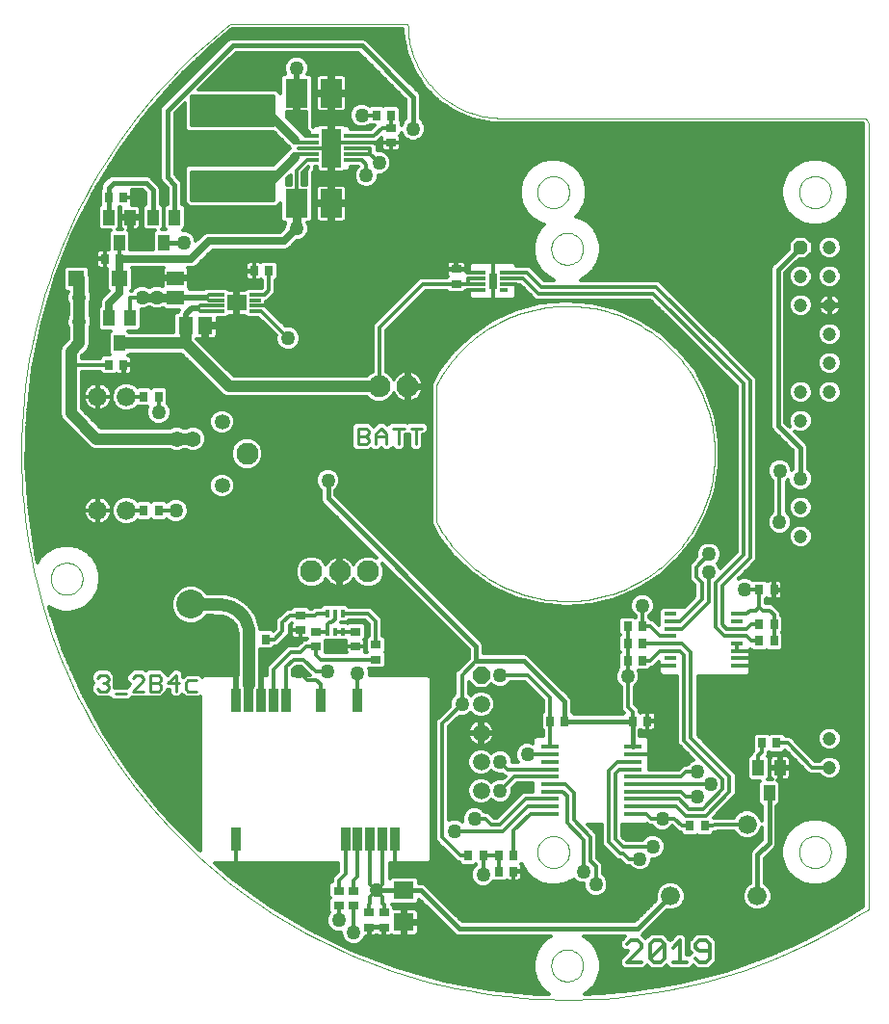
<source format=gtl>
G75*
%MOIN*%
%OFA0B0*%
%FSLAX24Y24*%
%IPPOS*%
%LPD*%
%AMOC8*
5,1,8,0,0,1.08239X$1,22.5*
%
%ADD10C,0.0000*%
%ADD11C,0.0120*%
%ADD12C,0.0100*%
%ADD13R,0.0276X0.0354*%
%ADD14R,0.0512X0.0591*%
%ADD15R,0.0591X0.0512*%
%ADD16R,0.0394X0.0551*%
%ADD17R,0.0591X0.0157*%
%ADD18R,0.0276X0.0118*%
%ADD19R,0.0315X0.0543*%
%ADD20R,0.0354X0.0276*%
%ADD21R,0.0768X0.0984*%
%ADD22C,0.0500*%
%ADD23C,0.0660*%
%ADD24C,0.0760*%
%ADD25C,0.1000*%
%ADD26R,0.0157X0.0276*%
%ADD27R,0.0709X0.0630*%
%ADD28C,0.0531*%
%ADD29C,0.0768*%
%ADD30OC8,0.0591*%
%ADD31C,0.0591*%
%ADD32R,0.0689X0.0571*%
%ADD33R,0.0394X0.0118*%
%ADD34R,0.0197X0.0118*%
%ADD35R,0.0689X0.1378*%
%ADD36R,0.0390X0.0120*%
%ADD37R,0.2953X0.0709*%
%ADD38R,0.0551X0.0551*%
%ADD39R,0.0354X0.0787*%
%ADD40OC8,0.0472*%
%ADD41C,0.0472*%
%ADD42C,0.0118*%
%ADD43C,0.0039*%
%ADD44C,0.0197*%
%ADD45C,0.0295*%
%ADD46C,0.0354*%
%ADD47C,0.0394*%
%ADD48C,0.0315*%
%ADD49C,0.0560*%
%ADD50C,0.0157*%
%ADD51C,0.0425*%
%ADD52C,0.0276*%
D10*
X025734Y011832D02*
X025736Y011879D01*
X025742Y011925D01*
X025752Y011971D01*
X025765Y012016D01*
X025783Y012059D01*
X025804Y012101D01*
X025828Y012141D01*
X025856Y012178D01*
X025887Y012213D01*
X025921Y012246D01*
X025957Y012275D01*
X025996Y012301D01*
X026037Y012324D01*
X026080Y012343D01*
X026124Y012359D01*
X026169Y012371D01*
X026215Y012379D01*
X026262Y012383D01*
X026308Y012383D01*
X026355Y012379D01*
X026401Y012371D01*
X026446Y012359D01*
X026490Y012343D01*
X026533Y012324D01*
X026574Y012301D01*
X026613Y012275D01*
X026649Y012246D01*
X026683Y012213D01*
X026714Y012178D01*
X026742Y012141D01*
X026766Y012101D01*
X026787Y012059D01*
X026805Y012016D01*
X026818Y011971D01*
X026828Y011925D01*
X026834Y011879D01*
X026836Y011832D01*
X026834Y011785D01*
X026828Y011739D01*
X026818Y011693D01*
X026805Y011648D01*
X026787Y011605D01*
X026766Y011563D01*
X026742Y011523D01*
X026714Y011486D01*
X026683Y011451D01*
X026649Y011418D01*
X026613Y011389D01*
X026574Y011363D01*
X026533Y011340D01*
X026490Y011321D01*
X026446Y011305D01*
X026401Y011293D01*
X026355Y011285D01*
X026308Y011281D01*
X026262Y011281D01*
X026215Y011285D01*
X026169Y011293D01*
X026124Y011305D01*
X026080Y011321D01*
X026037Y011340D01*
X025996Y011363D01*
X025957Y011389D01*
X025921Y011418D01*
X025887Y011451D01*
X025856Y011486D01*
X025828Y011523D01*
X025804Y011563D01*
X025783Y011605D01*
X025765Y011648D01*
X025752Y011693D01*
X025742Y011739D01*
X025736Y011785D01*
X025734Y011832D01*
X026212Y007905D02*
X026214Y007952D01*
X026220Y007998D01*
X026230Y008044D01*
X026243Y008089D01*
X026261Y008132D01*
X026282Y008174D01*
X026306Y008214D01*
X026334Y008251D01*
X026365Y008286D01*
X026399Y008319D01*
X026435Y008348D01*
X026474Y008374D01*
X026515Y008397D01*
X026558Y008416D01*
X026602Y008432D01*
X026647Y008444D01*
X026693Y008452D01*
X026740Y008456D01*
X026786Y008456D01*
X026833Y008452D01*
X026879Y008444D01*
X026924Y008432D01*
X026968Y008416D01*
X027011Y008397D01*
X027052Y008374D01*
X027091Y008348D01*
X027127Y008319D01*
X027161Y008286D01*
X027192Y008251D01*
X027220Y008214D01*
X027244Y008174D01*
X027265Y008132D01*
X027283Y008089D01*
X027296Y008044D01*
X027306Y007998D01*
X027312Y007952D01*
X027314Y007905D01*
X027312Y007858D01*
X027306Y007812D01*
X027296Y007766D01*
X027283Y007721D01*
X027265Y007678D01*
X027244Y007636D01*
X027220Y007596D01*
X027192Y007559D01*
X027161Y007524D01*
X027127Y007491D01*
X027091Y007462D01*
X027052Y007436D01*
X027011Y007413D01*
X026968Y007394D01*
X026924Y007378D01*
X026879Y007366D01*
X026833Y007358D01*
X026786Y007354D01*
X026740Y007354D01*
X026693Y007358D01*
X026647Y007366D01*
X026602Y007378D01*
X026558Y007394D01*
X026515Y007413D01*
X026474Y007436D01*
X026435Y007462D01*
X026399Y007491D01*
X026365Y007524D01*
X026334Y007559D01*
X026306Y007596D01*
X026282Y007636D01*
X026261Y007678D01*
X026243Y007721D01*
X026230Y007766D01*
X026220Y007812D01*
X026214Y007858D01*
X026212Y007905D01*
X034789Y011832D02*
X034791Y011879D01*
X034797Y011925D01*
X034807Y011971D01*
X034820Y012016D01*
X034838Y012059D01*
X034859Y012101D01*
X034883Y012141D01*
X034911Y012178D01*
X034942Y012213D01*
X034976Y012246D01*
X035012Y012275D01*
X035051Y012301D01*
X035092Y012324D01*
X035135Y012343D01*
X035179Y012359D01*
X035224Y012371D01*
X035270Y012379D01*
X035317Y012383D01*
X035363Y012383D01*
X035410Y012379D01*
X035456Y012371D01*
X035501Y012359D01*
X035545Y012343D01*
X035588Y012324D01*
X035629Y012301D01*
X035668Y012275D01*
X035704Y012246D01*
X035738Y012213D01*
X035769Y012178D01*
X035797Y012141D01*
X035821Y012101D01*
X035842Y012059D01*
X035860Y012016D01*
X035873Y011971D01*
X035883Y011925D01*
X035889Y011879D01*
X035891Y011832D01*
X035889Y011785D01*
X035883Y011739D01*
X035873Y011693D01*
X035860Y011648D01*
X035842Y011605D01*
X035821Y011563D01*
X035797Y011523D01*
X035769Y011486D01*
X035738Y011451D01*
X035704Y011418D01*
X035668Y011389D01*
X035629Y011363D01*
X035588Y011340D01*
X035545Y011321D01*
X035501Y011305D01*
X035456Y011293D01*
X035410Y011285D01*
X035363Y011281D01*
X035317Y011281D01*
X035270Y011285D01*
X035224Y011293D01*
X035179Y011305D01*
X035135Y011321D01*
X035092Y011340D01*
X035051Y011363D01*
X035012Y011389D01*
X034976Y011418D01*
X034942Y011451D01*
X034911Y011486D01*
X034883Y011523D01*
X034859Y011563D01*
X034838Y011605D01*
X034820Y011648D01*
X034807Y011693D01*
X034797Y011739D01*
X034791Y011785D01*
X034789Y011832D01*
X037191Y009864D02*
X037191Y037029D01*
X037189Y037055D01*
X037184Y037080D01*
X037176Y037104D01*
X037165Y037128D01*
X037150Y037149D01*
X037133Y037168D01*
X037114Y037185D01*
X037093Y037200D01*
X037069Y037211D01*
X037045Y037219D01*
X037020Y037224D01*
X036994Y037226D01*
X024507Y037226D01*
X025734Y034667D02*
X025736Y034714D01*
X025742Y034760D01*
X025752Y034806D01*
X025765Y034851D01*
X025783Y034894D01*
X025804Y034936D01*
X025828Y034976D01*
X025856Y035013D01*
X025887Y035048D01*
X025921Y035081D01*
X025957Y035110D01*
X025996Y035136D01*
X026037Y035159D01*
X026080Y035178D01*
X026124Y035194D01*
X026169Y035206D01*
X026215Y035214D01*
X026262Y035218D01*
X026308Y035218D01*
X026355Y035214D01*
X026401Y035206D01*
X026446Y035194D01*
X026490Y035178D01*
X026533Y035159D01*
X026574Y035136D01*
X026613Y035110D01*
X026649Y035081D01*
X026683Y035048D01*
X026714Y035013D01*
X026742Y034976D01*
X026766Y034936D01*
X026787Y034894D01*
X026805Y034851D01*
X026818Y034806D01*
X026828Y034760D01*
X026834Y034714D01*
X026836Y034667D01*
X026834Y034620D01*
X026828Y034574D01*
X026818Y034528D01*
X026805Y034483D01*
X026787Y034440D01*
X026766Y034398D01*
X026742Y034358D01*
X026714Y034321D01*
X026683Y034286D01*
X026649Y034253D01*
X026613Y034224D01*
X026574Y034198D01*
X026533Y034175D01*
X026490Y034156D01*
X026446Y034140D01*
X026401Y034128D01*
X026355Y034120D01*
X026308Y034116D01*
X026262Y034116D01*
X026215Y034120D01*
X026169Y034128D01*
X026124Y034140D01*
X026080Y034156D01*
X026037Y034175D01*
X025996Y034198D01*
X025957Y034224D01*
X025921Y034253D01*
X025887Y034286D01*
X025856Y034321D01*
X025828Y034358D01*
X025804Y034398D01*
X025783Y034440D01*
X025765Y034483D01*
X025752Y034528D01*
X025742Y034574D01*
X025736Y034620D01*
X025734Y034667D01*
X025736Y034714D01*
X025742Y034760D01*
X025752Y034806D01*
X025765Y034851D01*
X025783Y034894D01*
X025804Y034936D01*
X025828Y034976D01*
X025856Y035013D01*
X025887Y035048D01*
X025921Y035081D01*
X025957Y035110D01*
X025996Y035136D01*
X026037Y035159D01*
X026080Y035178D01*
X026124Y035194D01*
X026169Y035206D01*
X026215Y035214D01*
X026262Y035218D01*
X026308Y035218D01*
X026355Y035214D01*
X026401Y035206D01*
X026446Y035194D01*
X026490Y035178D01*
X026533Y035159D01*
X026574Y035136D01*
X026613Y035110D01*
X026649Y035081D01*
X026683Y035048D01*
X026714Y035013D01*
X026742Y034976D01*
X026766Y034936D01*
X026787Y034894D01*
X026805Y034851D01*
X026818Y034806D01*
X026828Y034760D01*
X026834Y034714D01*
X026836Y034667D01*
X026834Y034620D01*
X026828Y034574D01*
X026818Y034528D01*
X026805Y034483D01*
X026787Y034440D01*
X026766Y034398D01*
X026742Y034358D01*
X026714Y034321D01*
X026683Y034286D01*
X026649Y034253D01*
X026613Y034224D01*
X026574Y034198D01*
X026533Y034175D01*
X026490Y034156D01*
X026446Y034140D01*
X026401Y034128D01*
X026355Y034120D01*
X026308Y034116D01*
X026262Y034116D01*
X026215Y034120D01*
X026169Y034128D01*
X026124Y034140D01*
X026080Y034156D01*
X026037Y034175D01*
X025996Y034198D01*
X025957Y034224D01*
X025921Y034253D01*
X025887Y034286D01*
X025856Y034321D01*
X025828Y034358D01*
X025804Y034398D01*
X025783Y034440D01*
X025765Y034483D01*
X025752Y034528D01*
X025742Y034574D01*
X025736Y034620D01*
X025734Y034667D01*
X026212Y032706D02*
X026214Y032753D01*
X026220Y032799D01*
X026230Y032845D01*
X026243Y032890D01*
X026261Y032933D01*
X026282Y032975D01*
X026306Y033015D01*
X026334Y033052D01*
X026365Y033087D01*
X026399Y033120D01*
X026435Y033149D01*
X026474Y033175D01*
X026515Y033198D01*
X026558Y033217D01*
X026602Y033233D01*
X026647Y033245D01*
X026693Y033253D01*
X026740Y033257D01*
X026786Y033257D01*
X026833Y033253D01*
X026879Y033245D01*
X026924Y033233D01*
X026968Y033217D01*
X027011Y033198D01*
X027052Y033175D01*
X027091Y033149D01*
X027127Y033120D01*
X027161Y033087D01*
X027192Y033052D01*
X027220Y033015D01*
X027244Y032975D01*
X027265Y032933D01*
X027283Y032890D01*
X027296Y032845D01*
X027306Y032799D01*
X027312Y032753D01*
X027314Y032706D01*
X027312Y032659D01*
X027306Y032613D01*
X027296Y032567D01*
X027283Y032522D01*
X027265Y032479D01*
X027244Y032437D01*
X027220Y032397D01*
X027192Y032360D01*
X027161Y032325D01*
X027127Y032292D01*
X027091Y032263D01*
X027052Y032237D01*
X027011Y032214D01*
X026968Y032195D01*
X026924Y032179D01*
X026879Y032167D01*
X026833Y032159D01*
X026786Y032155D01*
X026740Y032155D01*
X026693Y032159D01*
X026647Y032167D01*
X026602Y032179D01*
X026558Y032195D01*
X026515Y032214D01*
X026474Y032237D01*
X026435Y032263D01*
X026399Y032292D01*
X026365Y032325D01*
X026334Y032360D01*
X026306Y032397D01*
X026282Y032437D01*
X026261Y032479D01*
X026243Y032522D01*
X026230Y032567D01*
X026220Y032613D01*
X026214Y032659D01*
X026212Y032706D01*
X022236Y027982D02*
X022236Y023257D01*
X034638Y008445D02*
X035015Y008623D01*
X035389Y008810D01*
X035758Y009005D01*
X036124Y009208D01*
X036484Y009419D01*
X036840Y009638D01*
X037191Y009864D01*
X034637Y008444D02*
X034215Y008257D01*
X033789Y008080D01*
X033359Y007914D01*
X032925Y007758D01*
X032487Y007613D01*
X032045Y007478D01*
X031601Y007355D01*
X031153Y007242D01*
X030703Y007140D01*
X030251Y007050D01*
X029796Y006970D01*
X029340Y006902D01*
X028882Y006844D01*
X028423Y006798D01*
X027963Y006763D01*
X027502Y006739D01*
X027041Y006727D01*
X026580Y006726D01*
X026119Y006736D01*
X025658Y006757D01*
X025197Y006790D01*
X024738Y006834D01*
X024280Y006889D01*
X023823Y006955D01*
X023369Y007032D01*
X022916Y007121D01*
X022465Y007220D01*
X022017Y007331D01*
X021572Y007452D01*
X021130Y007584D01*
X020691Y007727D01*
X020256Y007881D01*
X019825Y008045D01*
X019398Y008220D01*
X018975Y008405D01*
X018557Y008600D01*
X018144Y008805D01*
X017736Y009021D01*
X017334Y009246D01*
X016937Y009481D01*
X016546Y009726D01*
X016161Y009980D01*
X015782Y010244D01*
X015410Y010517D01*
X015044Y010798D01*
X014686Y011089D01*
X014335Y011388D01*
X013991Y011696D01*
X013655Y012012D01*
X013326Y012336D01*
X013006Y012668D01*
X012694Y013008D01*
X012390Y013355D01*
X012095Y013710D01*
X011809Y014071D01*
X011531Y014440D01*
X011263Y014815D01*
X011003Y015197D01*
X010754Y015585D01*
X010513Y015979D01*
X010283Y016378D01*
X010062Y016784D01*
X009851Y017194D01*
X009651Y017609D01*
X009460Y018030D01*
X009280Y018454D01*
X009110Y018883D01*
X008951Y019317D01*
X008803Y019753D01*
X008665Y020194D01*
X008538Y020637D01*
X008421Y021084D01*
X008316Y021533D01*
X008222Y021985D01*
X008139Y022438D01*
X008067Y022894D01*
X008006Y023351D01*
X007956Y023810D01*
X007917Y024270D01*
X007890Y024730D01*
X007874Y025192D01*
X007869Y025653D01*
X007875Y026114D01*
X007893Y026575D01*
X007922Y027036D01*
X007962Y027495D01*
X008014Y027954D01*
X008076Y028411D01*
X008150Y028866D01*
X008235Y029320D01*
X008331Y029771D01*
X008438Y030220D01*
X008556Y030666D01*
X008684Y031109D01*
X008824Y031549D01*
X008974Y031985D01*
X009135Y032418D01*
X009306Y032846D01*
X009488Y033270D01*
X009680Y033690D01*
X009882Y034105D01*
X010094Y034514D01*
X010316Y034919D01*
X010548Y035318D01*
X010790Y035711D01*
X011041Y036098D01*
X011302Y036478D01*
X011571Y036853D01*
X011850Y037220D01*
X012138Y037581D01*
X012434Y037934D01*
X012739Y038281D01*
X013053Y038619D01*
X013374Y038950D01*
X013704Y039273D01*
X014041Y039588D01*
X014386Y039894D01*
X014738Y040192D01*
X015098Y040482D01*
X021252Y040482D01*
X021251Y040482D02*
X021253Y040371D01*
X021259Y040260D01*
X021268Y040149D01*
X021281Y040039D01*
X021298Y039929D01*
X021319Y039820D01*
X021344Y039711D01*
X021372Y039604D01*
X021404Y039497D01*
X021439Y039392D01*
X021478Y039288D01*
X021521Y039185D01*
X021567Y039084D01*
X021616Y038984D01*
X021669Y038886D01*
X021725Y038790D01*
X021784Y038696D01*
X021847Y038604D01*
X021913Y038515D01*
X021981Y038427D01*
X022053Y038342D01*
X022127Y038260D01*
X022205Y038180D01*
X022285Y038102D01*
X022367Y038028D01*
X022452Y037956D01*
X022540Y037888D01*
X022629Y037822D01*
X022721Y037759D01*
X022815Y037700D01*
X022911Y037644D01*
X023009Y037591D01*
X023109Y037542D01*
X023210Y037496D01*
X023313Y037453D01*
X023417Y037414D01*
X023522Y037379D01*
X023629Y037347D01*
X023736Y037319D01*
X023845Y037294D01*
X023954Y037273D01*
X024064Y037256D01*
X024174Y037243D01*
X024285Y037234D01*
X024396Y037228D01*
X024507Y037226D01*
X034789Y034667D02*
X034791Y034714D01*
X034797Y034760D01*
X034807Y034806D01*
X034820Y034851D01*
X034838Y034894D01*
X034859Y034936D01*
X034883Y034976D01*
X034911Y035013D01*
X034942Y035048D01*
X034976Y035081D01*
X035012Y035110D01*
X035051Y035136D01*
X035092Y035159D01*
X035135Y035178D01*
X035179Y035194D01*
X035224Y035206D01*
X035270Y035214D01*
X035317Y035218D01*
X035363Y035218D01*
X035410Y035214D01*
X035456Y035206D01*
X035501Y035194D01*
X035545Y035178D01*
X035588Y035159D01*
X035629Y035136D01*
X035668Y035110D01*
X035704Y035081D01*
X035738Y035048D01*
X035769Y035013D01*
X035797Y034976D01*
X035821Y034936D01*
X035842Y034894D01*
X035860Y034851D01*
X035873Y034806D01*
X035883Y034760D01*
X035889Y034714D01*
X035891Y034667D01*
X035889Y034620D01*
X035883Y034574D01*
X035873Y034528D01*
X035860Y034483D01*
X035842Y034440D01*
X035821Y034398D01*
X035797Y034358D01*
X035769Y034321D01*
X035738Y034286D01*
X035704Y034253D01*
X035668Y034224D01*
X035629Y034198D01*
X035588Y034175D01*
X035545Y034156D01*
X035501Y034140D01*
X035456Y034128D01*
X035410Y034120D01*
X035363Y034116D01*
X035317Y034116D01*
X035270Y034120D01*
X035224Y034128D01*
X035179Y034140D01*
X035135Y034156D01*
X035092Y034175D01*
X035051Y034198D01*
X035012Y034224D01*
X034976Y034253D01*
X034942Y034286D01*
X034911Y034321D01*
X034883Y034358D01*
X034859Y034398D01*
X034838Y034440D01*
X034820Y034483D01*
X034807Y034528D01*
X034797Y034574D01*
X034791Y034620D01*
X034789Y034667D01*
X022235Y027982D02*
X022303Y028108D01*
X022374Y028231D01*
X022448Y028352D01*
X022526Y028471D01*
X022607Y028588D01*
X022691Y028703D01*
X022779Y028815D01*
X022869Y028925D01*
X022963Y029032D01*
X023059Y029136D01*
X023159Y029238D01*
X023261Y029337D01*
X023366Y029433D01*
X023474Y029527D01*
X023584Y029617D01*
X023696Y029704D01*
X023811Y029787D01*
X023928Y029868D01*
X024048Y029945D01*
X024169Y030019D01*
X024293Y030090D01*
X024418Y030157D01*
X024546Y030221D01*
X024675Y030281D01*
X024805Y030337D01*
X024938Y030390D01*
X025071Y030439D01*
X025206Y030484D01*
X025342Y030525D01*
X025479Y030563D01*
X025618Y030597D01*
X025757Y030627D01*
X025896Y030653D01*
X026037Y030675D01*
X026178Y030693D01*
X026320Y030708D01*
X026462Y030718D01*
X026604Y030725D01*
X026746Y030727D01*
X026888Y030725D01*
X027030Y030720D01*
X027172Y030711D01*
X027314Y030697D01*
X027455Y030680D01*
X027596Y030659D01*
X027736Y030633D01*
X027875Y030604D01*
X028014Y030571D01*
X028151Y030535D01*
X028287Y030494D01*
X028423Y030450D01*
X028557Y030402D01*
X028689Y030350D01*
X028820Y030294D01*
X028950Y030235D01*
X029077Y030173D01*
X029203Y030106D01*
X029327Y030037D01*
X029449Y029963D01*
X029569Y029887D01*
X029687Y029807D01*
X029802Y029724D01*
X029916Y029638D01*
X030026Y029548D01*
X030134Y029456D01*
X030240Y029361D01*
X030343Y029262D01*
X030443Y029161D01*
X030540Y029057D01*
X030634Y028951D01*
X030726Y028842D01*
X030814Y028730D01*
X030899Y028616D01*
X030981Y028499D01*
X031059Y028381D01*
X031135Y028260D01*
X031207Y028137D01*
X031275Y028013D01*
X031340Y027886D01*
X031401Y027758D01*
X031459Y027627D01*
X031513Y027496D01*
X031563Y027363D01*
X031610Y027228D01*
X031653Y027093D01*
X031692Y026956D01*
X031727Y026818D01*
X031759Y026679D01*
X031786Y026540D01*
X031810Y026400D01*
X031830Y026259D01*
X031846Y026117D01*
X031858Y025975D01*
X031866Y025833D01*
X031870Y025691D01*
X031870Y025549D01*
X031866Y025407D01*
X031858Y025265D01*
X031846Y025123D01*
X031830Y024981D01*
X031810Y024840D01*
X031786Y024700D01*
X031759Y024561D01*
X031727Y024422D01*
X031692Y024284D01*
X031653Y024147D01*
X031610Y024012D01*
X031563Y023877D01*
X031513Y023744D01*
X031459Y023613D01*
X031401Y023482D01*
X031340Y023354D01*
X031275Y023227D01*
X031207Y023103D01*
X031135Y022980D01*
X031059Y022859D01*
X030981Y022741D01*
X030899Y022624D01*
X030814Y022510D01*
X030726Y022398D01*
X030634Y022289D01*
X030540Y022183D01*
X030443Y022079D01*
X030343Y021978D01*
X030240Y021879D01*
X030134Y021784D01*
X030026Y021692D01*
X029916Y021602D01*
X029802Y021516D01*
X029687Y021433D01*
X029569Y021353D01*
X029449Y021277D01*
X029327Y021203D01*
X029203Y021134D01*
X029077Y021067D01*
X028950Y021005D01*
X028820Y020946D01*
X028689Y020890D01*
X028557Y020838D01*
X028423Y020790D01*
X028287Y020746D01*
X028151Y020705D01*
X028014Y020669D01*
X027875Y020636D01*
X027736Y020607D01*
X027596Y020581D01*
X027455Y020560D01*
X027314Y020543D01*
X027172Y020529D01*
X027030Y020520D01*
X026888Y020515D01*
X026746Y020513D01*
X026604Y020515D01*
X026462Y020522D01*
X026320Y020532D01*
X026178Y020547D01*
X026037Y020565D01*
X025896Y020587D01*
X025757Y020613D01*
X025618Y020643D01*
X025479Y020677D01*
X025342Y020715D01*
X025206Y020756D01*
X025071Y020801D01*
X024938Y020850D01*
X024805Y020903D01*
X024675Y020959D01*
X024546Y021019D01*
X024418Y021083D01*
X024293Y021150D01*
X024169Y021221D01*
X024048Y021295D01*
X023928Y021372D01*
X023811Y021453D01*
X023696Y021536D01*
X023584Y021623D01*
X023474Y021713D01*
X023366Y021807D01*
X023261Y021903D01*
X023159Y022002D01*
X023059Y022104D01*
X022963Y022208D01*
X022869Y022315D01*
X022779Y022425D01*
X022691Y022537D01*
X022607Y022652D01*
X022526Y022769D01*
X022448Y022888D01*
X022374Y023009D01*
X022303Y023132D01*
X022235Y023258D01*
X014257Y031029D02*
X014222Y031029D01*
X008890Y021289D02*
X008892Y021336D01*
X008898Y021382D01*
X008908Y021428D01*
X008921Y021473D01*
X008939Y021516D01*
X008960Y021558D01*
X008984Y021598D01*
X009012Y021635D01*
X009043Y021670D01*
X009077Y021703D01*
X009113Y021732D01*
X009152Y021758D01*
X009193Y021781D01*
X009236Y021800D01*
X009280Y021816D01*
X009325Y021828D01*
X009371Y021836D01*
X009418Y021840D01*
X009464Y021840D01*
X009511Y021836D01*
X009557Y021828D01*
X009602Y021816D01*
X009646Y021800D01*
X009689Y021781D01*
X009730Y021758D01*
X009769Y021732D01*
X009805Y021703D01*
X009839Y021670D01*
X009870Y021635D01*
X009898Y021598D01*
X009922Y021558D01*
X009943Y021516D01*
X009961Y021473D01*
X009974Y021428D01*
X009984Y021382D01*
X009990Y021336D01*
X009992Y021289D01*
X009990Y021242D01*
X009984Y021196D01*
X009974Y021150D01*
X009961Y021105D01*
X009943Y021062D01*
X009922Y021020D01*
X009898Y020980D01*
X009870Y020943D01*
X009839Y020908D01*
X009805Y020875D01*
X009769Y020846D01*
X009730Y020820D01*
X009689Y020797D01*
X009646Y020778D01*
X009602Y020762D01*
X009557Y020750D01*
X009511Y020742D01*
X009464Y020738D01*
X009418Y020738D01*
X009371Y020742D01*
X009325Y020750D01*
X009280Y020762D01*
X009236Y020778D01*
X009193Y020797D01*
X009152Y020820D01*
X009113Y020846D01*
X009077Y020875D01*
X009043Y020908D01*
X009012Y020943D01*
X008984Y020980D01*
X008960Y021020D01*
X008939Y021062D01*
X008921Y021105D01*
X008908Y021150D01*
X008898Y021196D01*
X008892Y021242D01*
X008890Y021289D01*
D11*
X028838Y008647D02*
X028961Y008770D01*
X029208Y008770D01*
X029332Y008647D01*
X029332Y008523D01*
X028838Y008029D01*
X029332Y008029D01*
X029630Y008153D02*
X030123Y008647D01*
X030123Y008153D01*
X030000Y008029D01*
X029753Y008029D01*
X029630Y008153D01*
X029630Y008647D01*
X029753Y008770D01*
X030000Y008770D01*
X030123Y008647D01*
X030422Y008523D02*
X030668Y008770D01*
X030668Y008029D01*
X030422Y008029D02*
X030915Y008029D01*
X031213Y008153D02*
X031337Y008029D01*
X031584Y008029D01*
X031707Y008153D01*
X031707Y008647D01*
X031584Y008770D01*
X031337Y008770D01*
X031213Y008647D01*
X031213Y008523D01*
X031337Y008400D01*
X031707Y008400D01*
D12*
X016173Y017933D02*
X016173Y018853D01*
X016120Y018853D01*
X016120Y017933D01*
X016173Y017933D01*
X016173Y018009D02*
X016120Y018009D01*
X016120Y018107D02*
X016173Y018107D01*
X016173Y018206D02*
X016120Y018206D01*
X016120Y018304D02*
X016173Y018304D01*
X016173Y018403D02*
X016120Y018403D01*
X016120Y018501D02*
X016173Y018501D01*
X016173Y018600D02*
X016120Y018600D01*
X016120Y018698D02*
X016173Y018698D01*
X016173Y018797D02*
X016120Y018797D01*
X016120Y019544D02*
X016120Y019619D01*
X015985Y020036D01*
X015727Y020391D01*
X015372Y020648D01*
X014955Y020784D01*
X014296Y020784D01*
X014110Y020970D01*
X013865Y021071D01*
X013599Y021071D01*
X013353Y020970D01*
X013165Y020782D01*
X013064Y020536D01*
X013064Y020270D01*
X013165Y020025D01*
X013353Y019837D01*
X013599Y019735D01*
X013865Y019735D01*
X014110Y019837D01*
X014296Y020022D01*
X014736Y020022D01*
X014833Y020015D01*
X015019Y019955D01*
X015177Y019840D01*
X015291Y019682D01*
X015351Y019497D01*
X015359Y019399D01*
X015359Y017933D01*
X014174Y017933D01*
X014124Y017883D01*
X014021Y017986D01*
X013560Y017986D01*
X013466Y017892D01*
X013447Y017873D01*
X013447Y018045D01*
X013320Y018173D01*
X013139Y018173D01*
X012925Y017959D01*
X012805Y018079D01*
X012712Y018173D01*
X012251Y018173D01*
X012178Y018099D01*
X012104Y018173D01*
X011737Y018173D01*
X011515Y017952D01*
X011515Y017771D01*
X011521Y017765D01*
X011389Y017765D01*
X011389Y022819D01*
X016173Y022819D01*
X016173Y019544D01*
X016120Y019544D01*
X016120Y019585D02*
X016173Y019585D01*
X016173Y019683D02*
X016099Y019683D01*
X016067Y019782D02*
X016173Y019782D01*
X016173Y019880D02*
X016035Y019880D01*
X016003Y019979D02*
X016173Y019979D01*
X016173Y020077D02*
X015955Y020077D01*
X015985Y020036D02*
X015985Y020036D01*
X015883Y020176D02*
X016173Y020176D01*
X016173Y020274D02*
X015812Y020274D01*
X015740Y020373D02*
X016173Y020373D01*
X016173Y020471D02*
X015616Y020471D01*
X015727Y020391D02*
X015727Y020391D01*
X015481Y020570D02*
X016173Y020570D01*
X016173Y020668D02*
X015311Y020668D01*
X015008Y020767D02*
X016173Y020767D01*
X016173Y020865D02*
X014215Y020865D01*
X014116Y020964D02*
X016173Y020964D01*
X016173Y021062D02*
X013887Y021062D01*
X013577Y021062D02*
X011389Y021062D01*
X011389Y020964D02*
X013348Y020964D01*
X013249Y020865D02*
X011389Y020865D01*
X011389Y020767D02*
X013159Y020767D01*
X013118Y020668D02*
X011389Y020668D01*
X011389Y020570D02*
X013078Y020570D01*
X013064Y020471D02*
X011389Y020471D01*
X011389Y020373D02*
X013064Y020373D01*
X013064Y020274D02*
X011389Y020274D01*
X011389Y020176D02*
X013103Y020176D01*
X013144Y020077D02*
X011389Y020077D01*
X011389Y019979D02*
X013212Y019979D01*
X013310Y019880D02*
X011389Y019880D01*
X011389Y019782D02*
X013487Y019782D01*
X013977Y019782D02*
X015219Y019782D01*
X015290Y019683D02*
X011389Y019683D01*
X011389Y019585D02*
X015323Y019585D01*
X015352Y019486D02*
X011389Y019486D01*
X011389Y019388D02*
X015359Y019388D01*
X015359Y019289D02*
X011389Y019289D01*
X011389Y019191D02*
X015359Y019191D01*
X015359Y019092D02*
X011389Y019092D01*
X011389Y018994D02*
X015359Y018994D01*
X015359Y018895D02*
X011389Y018895D01*
X011389Y018797D02*
X015359Y018797D01*
X015359Y018698D02*
X011389Y018698D01*
X011389Y018600D02*
X015359Y018600D01*
X015359Y018501D02*
X011389Y018501D01*
X011389Y018403D02*
X015359Y018403D01*
X015359Y018304D02*
X011389Y018304D01*
X011389Y018206D02*
X015359Y018206D01*
X015359Y018107D02*
X013385Y018107D01*
X013447Y018009D02*
X015359Y018009D01*
X014151Y017910D02*
X014096Y017910D01*
X013930Y017768D02*
X013650Y017768D01*
X013557Y017674D01*
X013557Y017488D01*
X013650Y017394D01*
X013930Y017394D01*
X013323Y017674D02*
X012949Y017674D01*
X013229Y017955D01*
X013229Y017394D01*
X012715Y017488D02*
X012622Y017394D01*
X012341Y017394D01*
X012341Y017955D01*
X012622Y017955D01*
X012715Y017861D01*
X012715Y017768D01*
X012622Y017674D01*
X012341Y017674D01*
X012107Y017768D02*
X012107Y017861D01*
X012014Y017955D01*
X011827Y017955D01*
X011734Y017861D01*
X011573Y018009D02*
X011389Y018009D01*
X011389Y018107D02*
X011671Y018107D01*
X011515Y017910D02*
X011389Y017910D01*
X011389Y017812D02*
X011515Y017812D01*
X011734Y017394D02*
X012107Y017768D01*
X012170Y018107D02*
X012185Y018107D01*
X012777Y018107D02*
X013073Y018107D01*
X012975Y018009D02*
X012876Y018009D01*
X012622Y017674D02*
X012715Y017581D01*
X012715Y017488D01*
X012107Y017394D02*
X011734Y017394D01*
X011499Y017301D02*
X011126Y017301D01*
X010892Y017488D02*
X010798Y017394D01*
X010612Y017394D01*
X010518Y017488D01*
X010705Y017674D02*
X010798Y017674D01*
X010892Y017581D01*
X010892Y017488D01*
X010798Y017674D02*
X010892Y017768D01*
X010892Y017861D01*
X010798Y017955D01*
X010612Y017955D01*
X010518Y017861D01*
X013447Y017910D02*
X013484Y017910D01*
X014154Y019880D02*
X015121Y019880D01*
X014945Y019979D02*
X014252Y019979D01*
X016173Y021161D02*
X011389Y021161D01*
X011389Y021259D02*
X016173Y021259D01*
X016173Y021358D02*
X011389Y021358D01*
X011389Y021456D02*
X016173Y021456D01*
X016173Y021555D02*
X011389Y021555D01*
X011389Y021653D02*
X016173Y021653D01*
X016173Y021752D02*
X011389Y021752D01*
X011389Y021850D02*
X016173Y021850D01*
X016173Y021949D02*
X011389Y021949D01*
X011389Y022047D02*
X016173Y022047D01*
X016173Y022146D02*
X011389Y022146D01*
X011389Y022244D02*
X016173Y022244D01*
X016173Y022343D02*
X011389Y022343D01*
X011389Y022441D02*
X016173Y022441D01*
X016173Y022540D02*
X011389Y022540D01*
X011389Y022638D02*
X016173Y022638D01*
X016173Y022737D02*
X011389Y022737D01*
X019536Y025933D02*
X019816Y025933D01*
X019909Y026027D01*
X019909Y026120D01*
X019816Y026214D01*
X019536Y026214D01*
X019536Y026494D02*
X019536Y025933D01*
X019816Y026214D02*
X019909Y026307D01*
X019909Y026401D01*
X019816Y026494D01*
X019536Y026494D01*
X020144Y026307D02*
X020330Y026494D01*
X020517Y026307D01*
X020517Y025933D01*
X020517Y026214D02*
X020144Y026214D01*
X020144Y026307D02*
X020144Y025933D01*
X020938Y025933D02*
X020938Y026494D01*
X020751Y026494D02*
X021125Y026494D01*
X021359Y026494D02*
X021733Y026494D01*
X021546Y026494D02*
X021546Y025933D01*
D13*
X012630Y027588D03*
X012118Y027588D03*
X011415Y028691D03*
X010903Y028691D03*
X015937Y031939D03*
X016448Y031939D03*
X011275Y032358D03*
X010763Y032358D03*
X010901Y034484D03*
X011413Y034484D03*
X020159Y037326D03*
X020671Y037326D03*
X012630Y023651D03*
X012118Y023651D03*
X015815Y019198D03*
X016326Y019198D03*
X026169Y016362D03*
X026681Y016362D03*
X029023Y016362D03*
X029535Y016362D03*
X029368Y018454D03*
X028856Y018454D03*
X028856Y019045D03*
X029368Y019045D03*
X029368Y019635D03*
X028856Y019635D03*
X033409Y019724D03*
X033921Y019724D03*
X033921Y019133D03*
X033409Y019133D03*
X033409Y020905D03*
X033921Y020905D03*
X034013Y015608D03*
X033502Y015608D03*
X031529Y012736D03*
X031017Y012736D03*
X024909Y011712D03*
X024397Y011712D03*
X023854Y011712D03*
X023342Y011712D03*
X024397Y011161D03*
X024909Y011161D03*
D14*
X014244Y030041D03*
X013574Y030041D03*
D15*
X013218Y031029D03*
X013218Y031698D03*
D16*
X011649Y030305D03*
X010901Y030305D03*
X011275Y029439D03*
X011275Y032929D03*
X010901Y033795D03*
X011649Y033795D03*
X012435Y033795D03*
X013183Y033795D03*
X012809Y032929D03*
X033383Y014748D03*
X034131Y014748D03*
X033757Y013881D03*
D17*
X029023Y013931D03*
X029023Y014187D03*
X029023Y014443D03*
X029023Y014698D03*
X029023Y014954D03*
X029023Y015210D03*
X029023Y015466D03*
X029023Y013675D03*
X029023Y013419D03*
X029023Y013163D03*
X026169Y013163D03*
X026169Y013419D03*
X026169Y013675D03*
X026169Y013931D03*
X026169Y014187D03*
X026169Y014443D03*
X026169Y014698D03*
X026169Y014954D03*
X026169Y015210D03*
X026169Y015466D03*
D18*
X024576Y031293D03*
X024576Y031490D03*
X024576Y031687D03*
X024576Y031883D03*
X023797Y031883D03*
X023797Y031687D03*
X023797Y031490D03*
X023797Y031293D03*
D19*
X024187Y031588D03*
D20*
X022923Y031490D03*
X022923Y032002D03*
X020673Y036380D03*
X020673Y036891D03*
X017531Y020029D03*
X017531Y019517D03*
X018063Y019458D03*
X018063Y018946D03*
X019441Y018946D03*
X019441Y019458D03*
X020149Y019009D03*
X020149Y018498D03*
X019380Y010498D03*
X018870Y010496D03*
X018870Y009984D03*
X019380Y009986D03*
X019913Y009734D03*
X020425Y009734D03*
X020425Y009222D03*
X019913Y009222D03*
D21*
X018602Y034275D03*
X017401Y034275D03*
X017401Y038088D03*
X018602Y038088D03*
D22*
X019653Y037326D03*
X018602Y036183D03*
X019815Y035244D03*
X020254Y035683D03*
X021437Y036858D03*
X017401Y038948D03*
X015856Y038817D03*
X011988Y034476D03*
X013492Y032929D03*
X012380Y031730D03*
X012555Y031029D03*
X012055Y031029D03*
X012635Y030193D03*
X009880Y030187D03*
X009880Y031029D03*
X012630Y027049D03*
X017112Y029608D03*
X017992Y029878D03*
X017401Y033415D03*
X015460Y033704D03*
X018486Y024693D03*
X013226Y023651D03*
X015395Y020846D03*
X015907Y020492D03*
X016222Y019960D03*
X016324Y018470D03*
X015159Y018651D03*
X015159Y018139D03*
X017472Y018070D03*
X018468Y018070D03*
X018895Y018946D03*
X019519Y018015D03*
X023122Y016954D03*
X024452Y017954D03*
X025387Y015210D03*
X024452Y014954D03*
X024452Y013954D03*
X023563Y012978D03*
X022868Y012551D03*
X020834Y011257D03*
X020169Y010502D03*
X018870Y009478D03*
X019380Y009051D03*
X023147Y009860D03*
X023854Y011049D03*
X027328Y011159D03*
X027757Y010712D03*
X028563Y011021D03*
X029283Y011598D03*
X029732Y012025D03*
X030061Y012992D03*
X031273Y013754D03*
X031720Y014181D03*
X031273Y014608D03*
X030177Y017067D03*
X028856Y017909D03*
X029368Y020362D03*
X031657Y021519D03*
X031669Y022137D03*
X032901Y020905D03*
X034118Y023250D03*
X034840Y024750D03*
X034120Y025027D03*
X023811Y007691D03*
D23*
X030346Y010307D03*
X033346Y010307D03*
X032998Y012795D03*
X011515Y023651D03*
X010515Y023651D03*
X010515Y027588D03*
X011515Y027588D03*
D24*
X020257Y027943D03*
X021242Y027943D03*
X019883Y021535D03*
X018899Y021535D03*
X017915Y021535D03*
D25*
X014736Y021407D03*
X013732Y020403D03*
X014736Y019399D03*
X012728Y019399D03*
X012728Y021407D03*
D26*
X018476Y020088D03*
X018732Y020088D03*
X018988Y020088D03*
X018988Y019458D03*
X018732Y019458D03*
X018476Y019458D03*
D27*
X021114Y010502D03*
X021114Y009399D03*
D28*
X014824Y024517D03*
X014824Y026722D03*
D29*
X015691Y025620D03*
D30*
X023787Y017954D03*
D31*
X023787Y016954D03*
X023787Y015954D03*
X023787Y014954D03*
X023787Y013954D03*
D32*
X015326Y030832D03*
D33*
X014696Y030734D03*
X014696Y030931D03*
X014696Y031128D03*
X014696Y030537D03*
X015956Y030537D03*
X015956Y030734D03*
X015956Y030931D03*
X015956Y031128D03*
D34*
X018080Y035789D03*
X018080Y035986D03*
X018080Y036183D03*
X018080Y036380D03*
X018080Y036616D03*
X019124Y036616D03*
X019124Y036380D03*
X019124Y036183D03*
X019124Y035986D03*
X019124Y035789D03*
D35*
X018602Y036183D03*
D36*
X030323Y020069D03*
X030323Y019813D03*
X030323Y019557D03*
X030323Y019301D03*
X030323Y019045D03*
X030323Y018789D03*
X030323Y018533D03*
X030323Y018277D03*
X032621Y018277D03*
X032621Y018533D03*
X032621Y018789D03*
X032621Y019045D03*
X032621Y019301D03*
X032621Y019557D03*
X032621Y019813D03*
X032621Y020069D03*
D37*
X015198Y035080D03*
X015198Y037285D03*
D38*
X011275Y031669D03*
X009779Y031669D03*
D39*
X015307Y017096D03*
X015740Y017096D03*
X016173Y017096D03*
X016606Y017096D03*
X017039Y017096D03*
X018220Y017096D03*
X019519Y017096D03*
X019519Y012293D03*
X019086Y012293D03*
X019952Y012293D03*
X020385Y012293D03*
X020819Y012293D03*
X015307Y012293D03*
D40*
X034840Y032750D03*
D41*
X035840Y032750D03*
X035840Y031750D03*
X034840Y031750D03*
X034840Y030750D03*
X035840Y030750D03*
X035840Y029750D03*
X035840Y028750D03*
X035840Y027750D03*
X034840Y027750D03*
X034840Y026750D03*
X034840Y023750D03*
X034840Y022750D03*
X035840Y015750D03*
X035840Y014750D03*
D42*
X018515Y010463D02*
X015813Y010463D01*
X015974Y010346D02*
X018515Y010346D01*
X018515Y010284D02*
X018560Y010240D01*
X018515Y010195D01*
X018515Y009773D01*
X018538Y009750D01*
X018508Y009720D01*
X018443Y009563D01*
X018443Y009393D01*
X018508Y009236D01*
X018628Y009116D01*
X018785Y009051D01*
X018952Y009051D01*
X018952Y008966D01*
X019017Y008809D01*
X019138Y008689D01*
X019295Y008624D01*
X019464Y008624D01*
X019621Y008689D01*
X019742Y008809D01*
X019790Y008925D01*
X019903Y008925D01*
X019903Y009212D01*
X019923Y009212D01*
X019923Y008925D01*
X020111Y008925D01*
X020152Y008936D01*
X020169Y008946D01*
X020186Y008936D01*
X020227Y008925D01*
X020415Y008925D01*
X020415Y009212D01*
X020435Y009212D01*
X020435Y008925D01*
X020623Y008925D01*
X020663Y008936D01*
X020681Y008946D01*
X020698Y008936D01*
X020739Y008925D01*
X021055Y008925D01*
X021055Y009340D01*
X021173Y009340D01*
X021173Y009458D01*
X021627Y009458D01*
X021627Y009735D01*
X021616Y009776D01*
X021595Y009812D01*
X021566Y009841D01*
X021530Y009862D01*
X021489Y009873D01*
X021173Y009873D01*
X021173Y009458D01*
X021055Y009458D01*
X021055Y009873D01*
X020779Y009873D01*
X020779Y009945D01*
X020715Y010009D01*
X021541Y010009D01*
X021645Y010113D01*
X021729Y010113D01*
X021645Y010113D02*
X021645Y010197D01*
X022808Y009034D01*
X022880Y008962D01*
X022974Y008923D01*
X026203Y008923D01*
X026050Y008834D01*
X025834Y008618D01*
X025681Y008353D01*
X025602Y008058D01*
X025602Y007752D01*
X025681Y007457D01*
X025834Y007192D01*
X026050Y006976D01*
X026136Y006926D01*
X025744Y006930D01*
X024105Y007092D01*
X022486Y007398D01*
X020900Y007845D01*
X019359Y008429D01*
X017876Y009147D01*
X016462Y009993D01*
X015128Y010959D01*
X014566Y011446D01*
X018850Y011446D01*
X018850Y011170D01*
X018772Y011092D01*
X018633Y010954D01*
X018633Y010811D01*
X018619Y010811D01*
X018515Y010707D01*
X018515Y010284D01*
X018550Y010230D02*
X016135Y010230D01*
X016296Y010113D02*
X018515Y010113D01*
X018515Y009997D02*
X016457Y009997D01*
X016651Y009880D02*
X018515Y009880D01*
X018525Y009763D02*
X016846Y009763D01*
X017041Y009647D02*
X018477Y009647D01*
X018443Y009530D02*
X017236Y009530D01*
X017431Y009413D02*
X018443Y009413D01*
X018482Y009297D02*
X017626Y009297D01*
X017821Y009180D02*
X018563Y009180D01*
X018754Y009064D02*
X018049Y009064D01*
X018290Y008947D02*
X018960Y008947D01*
X019008Y008830D02*
X018531Y008830D01*
X018772Y008714D02*
X019112Y008714D01*
X019013Y008597D02*
X025822Y008597D01*
X025755Y008481D02*
X019254Y008481D01*
X019532Y008364D02*
X025687Y008364D01*
X025653Y008247D02*
X019839Y008247D01*
X020146Y008131D02*
X025621Y008131D01*
X025602Y008014D02*
X020454Y008014D01*
X020761Y007898D02*
X025602Y007898D01*
X025602Y007781D02*
X021127Y007781D01*
X021541Y007664D02*
X025626Y007664D01*
X025657Y007548D02*
X021955Y007548D01*
X022369Y007431D02*
X025696Y007431D01*
X025763Y007314D02*
X022929Y007314D01*
X023546Y007198D02*
X025831Y007198D01*
X025945Y007081D02*
X024218Y007081D01*
X025398Y006965D02*
X026070Y006965D01*
X027369Y006913D02*
X027477Y006976D01*
X027693Y007192D01*
X027846Y007457D01*
X027925Y007752D01*
X027925Y008058D01*
X027846Y008353D01*
X027693Y008618D01*
X027477Y008834D01*
X027323Y008923D01*
X028779Y008923D01*
X028601Y008745D01*
X028601Y008548D01*
X028740Y008409D01*
X028882Y008409D01*
X028601Y008128D01*
X028601Y007931D01*
X028740Y007792D01*
X029430Y007792D01*
X029542Y007905D01*
X029655Y007792D01*
X030098Y007792D01*
X030211Y007905D01*
X030323Y007792D01*
X031014Y007792D01*
X031126Y007905D01*
X031239Y007792D01*
X031682Y007792D01*
X031805Y007916D01*
X031944Y008055D01*
X031944Y008745D01*
X031821Y008868D01*
X031682Y009007D01*
X031239Y009007D01*
X031115Y008884D01*
X030976Y008745D01*
X030976Y008425D01*
X031063Y008338D01*
X030992Y008267D01*
X030906Y008267D01*
X030906Y008868D01*
X030767Y009007D01*
X030570Y009007D01*
X030431Y008868D01*
X030334Y008771D01*
X030222Y008884D01*
X030222Y008884D01*
X030098Y009007D01*
X029655Y009007D01*
X029516Y008868D01*
X029481Y008833D01*
X029445Y008868D01*
X029355Y008958D01*
X029363Y008962D01*
X029435Y009034D01*
X030214Y009813D01*
X030245Y009800D01*
X030447Y009800D01*
X030633Y009877D01*
X030776Y010019D01*
X030853Y010206D01*
X030853Y010408D01*
X030776Y010594D01*
X030633Y010737D01*
X030447Y010814D01*
X030245Y010814D01*
X030059Y010737D01*
X029916Y010594D01*
X029839Y010408D01*
X029839Y010206D01*
X029852Y010174D01*
X029112Y009435D01*
X023131Y009435D01*
X021919Y010647D01*
X021847Y010719D01*
X021753Y010757D01*
X021645Y010757D01*
X021645Y010890D01*
X021541Y010994D01*
X020686Y010994D01*
X020622Y010929D01*
X020622Y011446D01*
X021955Y011446D01*
X022059Y011550D01*
X022059Y017839D01*
X021955Y017943D01*
X019946Y017943D01*
X019946Y018100D01*
X019912Y018183D01*
X020400Y018183D01*
X020504Y018286D01*
X020504Y018709D01*
X020459Y018754D01*
X020504Y018798D01*
X020504Y019221D01*
X020400Y019324D01*
X020385Y019324D01*
X020385Y019901D01*
X019962Y020324D01*
X019766Y020324D01*
X019219Y020324D01*
X019140Y020403D01*
X018324Y020403D01*
X018245Y020324D01*
X018000Y020324D01*
X017941Y020265D01*
X017860Y020265D01*
X017782Y020344D01*
X017281Y020344D01*
X017202Y020265D01*
X017073Y020265D01*
X016819Y020011D01*
X016681Y019873D01*
X016681Y019564D01*
X016604Y019487D01*
X016538Y019553D01*
X016130Y019553D01*
X016130Y019620D01*
X015993Y020040D01*
X015734Y020397D01*
X015376Y020656D01*
X014967Y020789D01*
X015028Y020815D01*
X015103Y020858D01*
X015171Y020910D01*
X015232Y020972D01*
X015285Y021040D01*
X015328Y021115D01*
X015361Y021195D01*
X015384Y021278D01*
X015393Y021348D01*
X014795Y021348D01*
X014795Y021466D01*
X015393Y021466D01*
X015384Y021536D01*
X015361Y021619D01*
X015328Y021699D01*
X015285Y021774D01*
X015232Y021843D01*
X015171Y021904D01*
X015103Y021956D01*
X015028Y021999D01*
X014948Y022032D01*
X014865Y022055D01*
X014795Y022064D01*
X014795Y021466D01*
X014677Y021466D01*
X014677Y022064D01*
X014607Y022055D01*
X014523Y022032D01*
X014444Y021999D01*
X014369Y021956D01*
X014300Y021904D01*
X014239Y021843D01*
X014187Y021774D01*
X013277Y021774D01*
X013225Y021843D01*
X013163Y021904D01*
X013095Y021956D01*
X013020Y021999D01*
X012940Y022032D01*
X012857Y022055D01*
X012787Y022064D01*
X012787Y021466D01*
X013385Y021466D01*
X013376Y021536D01*
X013353Y021619D01*
X013320Y021699D01*
X013277Y021774D01*
X013338Y021658D02*
X014126Y021658D01*
X014110Y021619D02*
X014143Y021699D01*
X014187Y021774D01*
X014287Y021891D02*
X013176Y021891D01*
X013001Y022007D02*
X014463Y022007D01*
X014677Y022007D02*
X014795Y022007D01*
X014795Y021891D02*
X014677Y021891D01*
X014677Y021774D02*
X014795Y021774D01*
X014795Y021658D02*
X014677Y021658D01*
X014677Y021541D02*
X014795Y021541D01*
X014795Y021424D02*
X017358Y021424D01*
X017443Y021219D01*
X017599Y021063D01*
X017804Y020978D01*
X018026Y020978D01*
X018231Y021063D01*
X018387Y021219D01*
X018418Y021293D01*
X018438Y021253D01*
X018488Y021184D01*
X018548Y021124D01*
X018617Y021074D01*
X018692Y021035D01*
X018773Y021009D01*
X018850Y020997D01*
X018850Y021486D01*
X018948Y021486D01*
X018948Y020997D01*
X019025Y021009D01*
X019106Y021035D01*
X019182Y021074D01*
X019250Y021124D01*
X019310Y021184D01*
X019360Y021253D01*
X019381Y021293D01*
X019411Y021219D01*
X019568Y021063D01*
X019773Y020978D01*
X019994Y020978D01*
X020199Y021063D01*
X020356Y021219D01*
X020441Y021424D01*
X020441Y021646D01*
X020366Y021827D01*
X023354Y018838D01*
X023354Y018527D01*
X022885Y018058D01*
X022885Y017319D01*
X022880Y017316D01*
X022760Y017196D01*
X022694Y017039D01*
X022694Y016869D01*
X022697Y016864D01*
X022204Y016371D01*
X022204Y012234D01*
X022343Y012096D01*
X022963Y011476D01*
X023027Y011476D01*
X023027Y011462D01*
X023131Y011358D01*
X023553Y011358D01*
X023598Y011403D01*
X023601Y011400D01*
X023492Y011291D01*
X023427Y011134D01*
X023427Y010964D01*
X023492Y010807D01*
X023612Y010687D01*
X023769Y010622D01*
X023939Y010622D01*
X024096Y010687D01*
X024216Y010807D01*
X024608Y010807D01*
X024666Y010864D01*
X024674Y010857D01*
X024710Y010836D01*
X024750Y010825D01*
X024899Y010825D01*
X024899Y011151D01*
X024919Y011151D01*
X024919Y010825D01*
X025068Y010825D01*
X025108Y010836D01*
X025145Y010857D01*
X025174Y010886D01*
X025195Y010922D01*
X025206Y010963D01*
X025206Y011151D01*
X024919Y011151D01*
X024919Y011171D01*
X025206Y011171D01*
X025206Y011359D01*
X025195Y011400D01*
X025183Y011421D01*
X025191Y011428D01*
X025203Y011384D01*
X025356Y011119D01*
X025572Y010903D01*
X025837Y010750D01*
X026132Y010671D01*
X026438Y010671D01*
X026733Y010750D01*
X026987Y010896D01*
X027086Y010797D01*
X027243Y010732D01*
X027330Y010732D01*
X027330Y010627D01*
X027395Y010470D01*
X027516Y010350D01*
X027673Y010285D01*
X027842Y010285D01*
X027999Y010350D01*
X028120Y010470D01*
X028185Y010627D01*
X028185Y010797D01*
X028120Y010954D01*
X027999Y011074D01*
X027994Y011077D01*
X027994Y011434D01*
X027801Y011627D01*
X027801Y012462D01*
X027662Y012600D01*
X027473Y012789D01*
X027960Y012789D01*
X027960Y012085D01*
X028492Y011553D01*
X028606Y011553D01*
X028797Y011362D01*
X028919Y011362D01*
X028921Y011356D01*
X029041Y011236D01*
X029198Y011171D01*
X029368Y011171D01*
X029525Y011236D01*
X029645Y011356D01*
X029710Y011513D01*
X029710Y011598D01*
X029817Y011598D01*
X029974Y011663D01*
X030094Y011783D01*
X030159Y011940D01*
X030159Y012110D01*
X030094Y012267D01*
X029974Y012387D01*
X029817Y012452D01*
X029647Y012452D01*
X029490Y012387D01*
X029370Y012267D01*
X029367Y012261D01*
X028786Y012261D01*
X028669Y012379D01*
X028669Y012789D01*
X029510Y012789D01*
X029526Y012805D01*
X029575Y012756D01*
X029696Y012756D01*
X029698Y012750D01*
X029819Y012630D01*
X029976Y012565D01*
X030146Y012565D01*
X030303Y012630D01*
X030405Y012732D01*
X030638Y012500D01*
X030702Y012500D01*
X030702Y012485D01*
X030806Y012381D01*
X031229Y012381D01*
X031273Y012426D01*
X031318Y012381D01*
X031740Y012381D01*
X031844Y012485D01*
X031844Y012500D01*
X031908Y012500D01*
X031968Y012559D01*
X032547Y012559D01*
X032568Y012508D01*
X032710Y012365D01*
X032897Y012288D01*
X033099Y012288D01*
X033285Y012365D01*
X033428Y012508D01*
X033502Y012686D01*
X033502Y012249D01*
X033129Y011877D01*
X033090Y011783D01*
X033090Y010750D01*
X033059Y010737D01*
X032916Y010594D01*
X032839Y010408D01*
X032839Y010206D01*
X032916Y010019D01*
X033059Y009877D01*
X033245Y009800D01*
X033447Y009800D01*
X033633Y009877D01*
X033776Y010019D01*
X033853Y010206D01*
X033853Y010408D01*
X033776Y010594D01*
X033633Y010737D01*
X033602Y010750D01*
X033602Y011626D01*
X033974Y011998D01*
X034013Y012092D01*
X034013Y013429D01*
X034028Y013429D01*
X034131Y013533D01*
X034131Y014230D01*
X034049Y014313D01*
X034092Y014313D01*
X034092Y014708D01*
X034171Y014708D01*
X034171Y014313D01*
X034349Y014313D01*
X034390Y014324D01*
X034426Y014345D01*
X034456Y014374D01*
X034477Y014411D01*
X034487Y014451D01*
X034487Y014708D01*
X034171Y014708D01*
X034171Y014787D01*
X034487Y014787D01*
X034487Y015044D01*
X034477Y015085D01*
X034456Y015121D01*
X034426Y015151D01*
X034390Y015171D01*
X034349Y015182D01*
X034171Y015182D01*
X034171Y014787D01*
X034092Y014787D01*
X034092Y014708D01*
X033776Y014708D01*
X033776Y014451D01*
X033786Y014411D01*
X033807Y014374D01*
X033837Y014345D01*
X033855Y014334D01*
X033693Y014334D01*
X033757Y014399D01*
X033757Y015097D01*
X033702Y015152D01*
X033738Y015187D01*
X033738Y015279D01*
X033757Y015298D01*
X033802Y015254D01*
X034225Y015254D01*
X034318Y015347D01*
X035013Y014652D01*
X035152Y014513D01*
X035492Y014513D01*
X035606Y014399D01*
X035758Y014336D01*
X035922Y014336D01*
X036074Y014399D01*
X036191Y014515D01*
X036254Y014667D01*
X036254Y014832D01*
X036191Y014984D01*
X036074Y015100D01*
X035922Y015163D01*
X035758Y015163D01*
X035606Y015100D01*
X035492Y014986D01*
X035347Y014986D01*
X034489Y015844D01*
X034328Y015844D01*
X034328Y015858D01*
X034225Y015962D01*
X033802Y015962D01*
X033757Y015917D01*
X033713Y015962D01*
X033290Y015962D01*
X033187Y015858D01*
X033187Y015357D01*
X033213Y015331D01*
X033147Y015265D01*
X033147Y015200D01*
X033113Y015200D01*
X033009Y015097D01*
X033009Y014399D01*
X033113Y014295D01*
X033448Y014295D01*
X033383Y014230D01*
X033383Y013533D01*
X033487Y013429D01*
X033502Y013429D01*
X033502Y012904D01*
X033428Y013082D01*
X033285Y013225D01*
X033099Y013302D01*
X032897Y013302D01*
X032710Y013225D01*
X032568Y013082D01*
X032547Y013031D01*
X031844Y013031D01*
X032481Y013669D01*
X032620Y013807D01*
X032620Y014554D01*
X032481Y014693D01*
X031287Y015887D01*
X031287Y017921D01*
X033008Y017921D01*
X033112Y018025D01*
X033112Y018865D01*
X033198Y018779D01*
X033620Y018779D01*
X033665Y018824D01*
X033710Y018779D01*
X034132Y018779D01*
X034236Y018883D01*
X034236Y019384D01*
X034191Y019429D01*
X034236Y019473D01*
X034236Y019975D01*
X034157Y020053D01*
X034157Y020143D01*
X034006Y020294D01*
X033867Y020433D01*
X033645Y020433D01*
X033645Y020576D01*
X033678Y020608D01*
X033678Y020608D01*
X033685Y020601D01*
X033722Y020580D01*
X033762Y020569D01*
X033911Y020569D01*
X033911Y020895D01*
X033931Y020895D01*
X033931Y020915D01*
X034218Y020915D01*
X034218Y021103D01*
X034207Y021144D01*
X034186Y021180D01*
X034156Y021210D01*
X034120Y021230D01*
X034080Y021241D01*
X033931Y021241D01*
X033931Y020915D01*
X033911Y020915D01*
X033911Y021241D01*
X033762Y021241D01*
X033722Y021230D01*
X033685Y021210D01*
X033678Y021202D01*
X033620Y021259D01*
X033198Y021259D01*
X033174Y021236D01*
X033143Y021267D01*
X032986Y021332D01*
X032816Y021332D01*
X032691Y021281D01*
X033206Y021795D01*
X033344Y021933D01*
X033344Y028231D01*
X032221Y029354D01*
X030082Y031493D01*
X029944Y031631D01*
X027225Y031631D01*
X027477Y031777D01*
X027693Y031993D01*
X027846Y032258D01*
X027925Y032553D01*
X027925Y032859D01*
X027846Y033155D01*
X027693Y033419D01*
X027477Y033636D01*
X027212Y033789D01*
X027084Y033823D01*
X027214Y033954D01*
X027367Y034219D01*
X027446Y034514D01*
X027446Y034820D01*
X027367Y035115D01*
X027214Y035380D01*
X026998Y035596D01*
X026733Y035749D01*
X026438Y035828D01*
X026132Y035828D01*
X025837Y035749D01*
X025572Y035596D01*
X025356Y035380D01*
X025203Y035115D01*
X025124Y034820D01*
X025124Y034514D01*
X025203Y034219D01*
X025356Y033954D01*
X025572Y033738D01*
X025837Y033585D01*
X025965Y033550D01*
X025834Y033419D01*
X025681Y033155D01*
X025602Y032859D01*
X025602Y032553D01*
X025681Y032258D01*
X025834Y031993D01*
X026050Y031777D01*
X026302Y031631D01*
X025969Y031631D01*
X025481Y032120D01*
X025009Y032120D01*
X025009Y032134D01*
X024906Y032238D01*
X023468Y032238D01*
X023364Y032134D01*
X023364Y031923D01*
X023259Y031923D01*
X023259Y031992D01*
X022933Y031992D01*
X022933Y032011D01*
X023259Y032011D01*
X023259Y032160D01*
X023248Y032201D01*
X023227Y032237D01*
X023198Y032267D01*
X023161Y032288D01*
X023121Y032298D01*
X022933Y032298D01*
X022933Y032011D01*
X022913Y032011D01*
X022913Y031992D01*
X022587Y031992D01*
X022587Y031843D01*
X022597Y031802D01*
X022618Y031766D01*
X022626Y031758D01*
X022594Y031726D01*
X021677Y031726D01*
X020021Y030070D01*
X020021Y028448D01*
X019942Y028415D01*
X019844Y028317D01*
X015225Y028317D01*
X013951Y029591D01*
X013967Y029587D01*
X014185Y029587D01*
X014303Y029587D01*
X014521Y029587D01*
X014561Y029597D01*
X014597Y029618D01*
X014627Y029648D01*
X014648Y029684D01*
X014659Y029725D01*
X014659Y029982D01*
X014303Y029982D01*
X014303Y030100D01*
X014659Y030100D01*
X014659Y030301D01*
X014696Y030301D01*
X014794Y030300D01*
X014794Y030301D01*
X014967Y030301D01*
X015054Y030388D01*
X015267Y030388D01*
X015267Y030773D01*
X015070Y030773D01*
X015070Y030891D01*
X015267Y030891D01*
X015267Y030773D01*
X015385Y030773D01*
X015385Y030388D01*
X015599Y030388D01*
X015686Y030301D01*
X016085Y030301D01*
X016687Y029699D01*
X016685Y029693D01*
X016685Y029523D01*
X016750Y029366D01*
X016870Y029246D01*
X017027Y029181D01*
X017197Y029181D01*
X017354Y029246D01*
X017474Y029366D01*
X017539Y029523D01*
X017539Y029693D01*
X017474Y029850D01*
X017354Y029970D01*
X017197Y030035D01*
X017027Y030035D01*
X017021Y030033D01*
X016312Y030742D01*
X016312Y030780D01*
X016330Y030798D01*
X016330Y030891D01*
X016393Y030891D01*
X016546Y031045D01*
X016685Y031183D01*
X016685Y031609D01*
X016763Y031688D01*
X016763Y032189D01*
X016660Y032293D01*
X016237Y032293D01*
X016180Y032235D01*
X016172Y032243D01*
X016136Y032264D01*
X016095Y032275D01*
X015946Y032275D01*
X015946Y031948D01*
X015927Y031948D01*
X015927Y031929D01*
X015946Y031929D01*
X015946Y031602D01*
X016095Y031602D01*
X016136Y031613D01*
X016172Y031634D01*
X016180Y031642D01*
X016212Y031609D01*
X016212Y031379D01*
X016197Y031364D01*
X015686Y031364D01*
X015599Y031277D01*
X015385Y031277D01*
X015385Y030891D01*
X015267Y030891D01*
X015267Y031277D01*
X015054Y031277D01*
X014967Y031364D01*
X014258Y031364D01*
X014199Y031305D01*
X013691Y031305D01*
X013691Y031358D01*
X013663Y031386D01*
X013672Y031422D01*
X013672Y031639D01*
X013277Y031639D01*
X013277Y031757D01*
X013672Y031757D01*
X013672Y031975D01*
X013662Y032016D01*
X013646Y032043D01*
X013810Y032043D01*
X013926Y032091D01*
X014496Y032661D01*
X017025Y032661D01*
X017141Y032709D01*
X017229Y032798D01*
X017419Y032988D01*
X017486Y032988D01*
X017643Y033053D01*
X017763Y033173D01*
X017828Y033330D01*
X017828Y033500D01*
X017784Y033606D01*
X017858Y033606D01*
X017962Y033710D01*
X017962Y034647D01*
X017963Y034648D01*
X017962Y034745D01*
X017962Y034842D01*
X017961Y034842D01*
X017957Y035334D01*
X018039Y035416D01*
X018039Y035553D01*
X018098Y035553D01*
X018098Y035473D01*
X018109Y035432D01*
X018130Y035396D01*
X018160Y035366D01*
X018196Y035345D01*
X018237Y035335D01*
X018543Y035335D01*
X018543Y036124D01*
X018351Y036124D01*
X018338Y036136D01*
X018338Y036183D01*
X018338Y036229D01*
X018351Y036242D01*
X018543Y036242D01*
X018543Y037031D01*
X018237Y037031D01*
X018196Y037020D01*
X018160Y036999D01*
X018130Y036969D01*
X018130Y036968D01*
X018031Y036968D01*
X017984Y036922D01*
X017962Y036944D01*
X017962Y038654D01*
X017858Y038757D01*
X017784Y038757D01*
X017828Y038863D01*
X017828Y039033D01*
X017763Y039190D01*
X017643Y039311D01*
X017486Y039376D01*
X017316Y039376D01*
X017159Y039311D01*
X017039Y039190D01*
X016974Y039033D01*
X016974Y038863D01*
X017018Y038757D01*
X016944Y038757D01*
X016840Y038654D01*
X016840Y038084D01*
X016714Y038210D01*
X014019Y038210D01*
X015293Y039484D01*
X019549Y039484D01*
X021181Y037852D01*
X021181Y037206D01*
X021074Y037100D01*
X021027Y036986D01*
X021027Y037103D01*
X020986Y037144D01*
X020986Y037577D01*
X020882Y037681D01*
X020460Y037681D01*
X020415Y037636D01*
X020370Y037681D01*
X019948Y037681D01*
X019925Y037658D01*
X019895Y037689D01*
X019738Y037754D01*
X019568Y037754D01*
X019411Y037689D01*
X019291Y037568D01*
X019226Y037411D01*
X019226Y037241D01*
X019291Y037084D01*
X019411Y036964D01*
X019568Y036899D01*
X019738Y036899D01*
X019895Y036964D01*
X019925Y036995D01*
X019948Y036972D01*
X020101Y036972D01*
X019980Y036852D01*
X019279Y036852D01*
X019279Y036866D01*
X019175Y036970D01*
X019073Y036970D01*
X019044Y036999D01*
X019008Y037020D01*
X018967Y037031D01*
X018661Y037031D01*
X018661Y036242D01*
X018543Y036242D01*
X018543Y036124D01*
X018661Y036124D01*
X018661Y035335D01*
X018967Y035335D01*
X019008Y035345D01*
X019044Y035366D01*
X019067Y035389D01*
X019175Y035389D01*
X019279Y035493D01*
X019279Y035553D01*
X019520Y035553D01*
X019452Y035486D01*
X019387Y035329D01*
X019387Y035159D01*
X019452Y035002D01*
X019573Y034882D01*
X019730Y034817D01*
X019900Y034817D01*
X020057Y034882D01*
X020177Y035002D01*
X020242Y035159D01*
X020242Y035256D01*
X020339Y035256D01*
X020496Y035321D01*
X020616Y035441D01*
X020681Y035598D01*
X020681Y035768D01*
X020616Y035925D01*
X020496Y036045D01*
X020339Y036110D01*
X020187Y036110D01*
X020187Y036281D01*
X020088Y036380D01*
X020176Y036380D01*
X020337Y036541D01*
X020337Y036538D01*
X020337Y036389D01*
X020663Y036389D01*
X020663Y036370D01*
X020337Y036370D01*
X020337Y036221D01*
X020347Y036180D01*
X020368Y036144D01*
X020398Y036114D01*
X020434Y036094D01*
X020475Y036083D01*
X020663Y036083D01*
X020663Y036370D01*
X020683Y036370D01*
X020683Y036389D01*
X021009Y036389D01*
X021009Y036538D01*
X020998Y036579D01*
X020977Y036615D01*
X020970Y036623D01*
X021027Y036680D01*
X021027Y036730D01*
X021074Y036616D01*
X021195Y036496D01*
X021352Y036431D01*
X021522Y036431D01*
X021679Y036496D01*
X021799Y036616D01*
X021864Y036773D01*
X021864Y036943D01*
X021799Y037100D01*
X021693Y037206D01*
X021693Y038009D01*
X021654Y038103D01*
X019800Y039957D01*
X019706Y039996D01*
X015136Y039996D01*
X015042Y039957D01*
X014970Y039885D01*
X012716Y037631D01*
X012677Y037537D01*
X012677Y035116D01*
X012716Y035022D01*
X012788Y034950D01*
X012927Y034811D01*
X012927Y034248D01*
X012912Y034248D01*
X012809Y034144D01*
X012809Y033446D01*
X012873Y033381D01*
X012744Y033381D01*
X012809Y033446D01*
X012809Y034144D01*
X012705Y034248D01*
X012691Y034248D01*
X012691Y034795D01*
X012652Y034889D01*
X012580Y034961D01*
X012334Y035207D01*
X012239Y035246D01*
X011016Y035246D01*
X010922Y035207D01*
X010850Y035135D01*
X010684Y034969D01*
X010645Y034875D01*
X010645Y034793D01*
X010586Y034734D01*
X010586Y034233D01*
X010601Y034218D01*
X010527Y034144D01*
X010527Y033446D01*
X010631Y033342D01*
X010966Y033342D01*
X010901Y033278D01*
X010901Y032694D01*
X010773Y032694D01*
X010773Y032368D01*
X010754Y032368D01*
X010754Y032694D01*
X010605Y032694D01*
X010564Y032683D01*
X010528Y032662D01*
X010498Y032633D01*
X010477Y032596D01*
X010467Y032556D01*
X010467Y032368D01*
X010754Y032368D01*
X010754Y032348D01*
X010773Y032348D01*
X010773Y032022D01*
X010826Y032022D01*
X010822Y032018D01*
X010822Y031320D01*
X010900Y031243D01*
X010634Y030977D01*
X010586Y030861D01*
X010586Y030713D01*
X010527Y030654D01*
X010527Y029956D01*
X010631Y029852D01*
X010966Y029852D01*
X010901Y029788D01*
X010901Y029090D01*
X010946Y029045D01*
X010692Y029045D01*
X010588Y028941D01*
X010588Y028927D01*
X009964Y028927D01*
X009964Y028994D01*
X010197Y029227D01*
X010254Y029364D01*
X010254Y029973D01*
X010307Y030102D01*
X010307Y030272D01*
X010254Y030400D01*
X010254Y030816D01*
X010307Y030944D01*
X010307Y031114D01*
X010254Y031242D01*
X010254Y031743D01*
X010232Y031796D01*
X010232Y032018D01*
X010128Y032122D01*
X009430Y032122D01*
X009326Y032018D01*
X009326Y031320D01*
X009430Y031216D01*
X009495Y031216D01*
X009452Y031114D01*
X009452Y030944D01*
X009506Y030816D01*
X009506Y030400D01*
X009452Y030272D01*
X009452Y030102D01*
X009506Y029973D01*
X009506Y029594D01*
X009273Y029361D01*
X009216Y029224D01*
X009216Y026945D01*
X009273Y026807D01*
X009378Y026702D01*
X010266Y025814D01*
X010404Y025757D01*
X012981Y025757D01*
X012995Y025744D01*
X013163Y025674D01*
X013344Y025674D01*
X013513Y025744D01*
X013526Y025757D01*
X013544Y025757D01*
X013558Y025744D01*
X013726Y025674D01*
X013907Y025674D01*
X014075Y025744D01*
X014204Y025873D01*
X014274Y026041D01*
X014274Y026222D01*
X014204Y026390D01*
X014075Y026519D01*
X013907Y026589D01*
X013726Y026589D01*
X013558Y026519D01*
X013544Y026506D01*
X013526Y026506D01*
X013513Y026519D01*
X013344Y026589D01*
X013163Y026589D01*
X012995Y026519D01*
X012981Y026506D01*
X010633Y026506D01*
X009964Y027174D01*
X009964Y028454D01*
X010588Y028454D01*
X010588Y028440D01*
X010692Y028336D01*
X011114Y028336D01*
X011172Y028394D01*
X011180Y028386D01*
X011216Y028365D01*
X011256Y028354D01*
X011405Y028354D01*
X011405Y028681D01*
X011425Y028681D01*
X011425Y028700D01*
X011712Y028700D01*
X011712Y028889D01*
X011701Y028929D01*
X011680Y028965D01*
X011650Y028995D01*
X011614Y029016D01*
X011584Y029024D01*
X011624Y029065D01*
X013419Y029065D01*
X014753Y027731D01*
X014753Y027731D01*
X014859Y027625D01*
X014996Y027569D01*
X019844Y027569D01*
X019942Y027470D01*
X020147Y027385D01*
X020368Y027385D01*
X020573Y027470D01*
X020730Y027627D01*
X020760Y027700D01*
X020781Y027660D01*
X020831Y027591D01*
X020891Y027531D01*
X020959Y027481D01*
X021035Y027443D01*
X021116Y027417D01*
X021193Y027405D01*
X021193Y027893D01*
X021291Y027893D01*
X021291Y027405D01*
X021368Y027417D01*
X021449Y027443D01*
X021524Y027481D01*
X021593Y027531D01*
X021653Y027591D01*
X021703Y027660D01*
X021741Y027736D01*
X021768Y027816D01*
X021780Y027893D01*
X021291Y027893D01*
X021291Y027992D01*
X021193Y027992D01*
X021193Y028480D01*
X021116Y028468D01*
X021035Y028442D01*
X020959Y028404D01*
X020891Y028354D01*
X020831Y028294D01*
X020781Y028225D01*
X020760Y028185D01*
X020730Y028258D01*
X020573Y028415D01*
X020494Y028448D01*
X020494Y029874D01*
X021873Y031254D01*
X022594Y031254D01*
X022672Y031175D01*
X023173Y031175D01*
X023252Y031254D01*
X023364Y031254D01*
X023364Y031042D01*
X023468Y030939D01*
X024906Y030939D01*
X025009Y031042D01*
X025009Y031450D01*
X025148Y031450D01*
X025537Y031061D01*
X025675Y030923D01*
X029650Y030923D01*
X032635Y027937D01*
X032635Y022227D01*
X032063Y021655D01*
X032019Y021761D01*
X031958Y021822D01*
X032031Y021895D01*
X032096Y022052D01*
X032096Y022222D01*
X032031Y022379D01*
X031911Y022500D01*
X031754Y022565D01*
X031584Y022565D01*
X031427Y022500D01*
X031307Y022379D01*
X031242Y022222D01*
X031242Y022052D01*
X031244Y022047D01*
X030994Y021796D01*
X030994Y021244D01*
X031132Y021106D01*
X031185Y021053D01*
X031185Y020668D01*
X030823Y020307D01*
X030054Y020307D01*
X029950Y020203D01*
X029950Y019668D01*
X029747Y019872D01*
X029683Y019872D01*
X029683Y019886D01*
X029604Y019965D01*
X029604Y019997D01*
X029610Y020000D01*
X029730Y020120D01*
X029795Y020277D01*
X029795Y020447D01*
X029730Y020604D01*
X029610Y020724D01*
X029453Y020789D01*
X029283Y020789D01*
X029126Y020724D01*
X029006Y020604D01*
X028941Y020447D01*
X028941Y020277D01*
X029006Y020120D01*
X029126Y020000D01*
X029131Y019997D01*
X029131Y019965D01*
X029112Y019945D01*
X029067Y019990D01*
X028645Y019990D01*
X028541Y019886D01*
X028541Y019385D01*
X028586Y019340D01*
X028541Y019295D01*
X028541Y018794D01*
X028586Y018750D01*
X028541Y018705D01*
X028541Y018204D01*
X028544Y018201D01*
X028494Y018151D01*
X028429Y017994D01*
X028429Y017824D01*
X028494Y017667D01*
X028614Y017547D01*
X028620Y017545D01*
X028620Y016752D01*
X028734Y016638D01*
X028714Y016618D01*
X026990Y016618D01*
X026937Y016671D01*
X026937Y017086D01*
X026898Y017180D01*
X026826Y017252D01*
X026826Y017252D01*
X025484Y018593D01*
X025484Y018593D01*
X025412Y018665D01*
X025318Y018704D01*
X023866Y018704D01*
X023866Y018995D01*
X023827Y019089D01*
X018742Y024175D01*
X018742Y024344D01*
X018848Y024451D01*
X018913Y024608D01*
X018913Y024777D01*
X018848Y024934D01*
X018728Y025055D01*
X018571Y025120D01*
X018401Y025120D01*
X018244Y025055D01*
X018124Y024934D01*
X018059Y024777D01*
X018059Y024608D01*
X018124Y024451D01*
X018230Y024344D01*
X018230Y024018D01*
X018269Y023924D01*
X020175Y022017D01*
X019994Y022092D01*
X019773Y022092D01*
X019568Y022007D01*
X019411Y021851D01*
X019381Y021777D01*
X019360Y021818D01*
X019310Y021886D01*
X019250Y021946D01*
X019182Y021996D01*
X019106Y022035D01*
X019025Y022061D01*
X018948Y022073D01*
X018948Y021584D01*
X018850Y021584D01*
X018850Y022073D01*
X018773Y022061D01*
X018692Y022035D01*
X018617Y021996D01*
X018548Y021946D01*
X018488Y021886D01*
X018438Y021818D01*
X018418Y021777D01*
X018387Y021851D01*
X018231Y022007D01*
X018026Y022092D01*
X017804Y022092D01*
X017599Y022007D01*
X017443Y021851D01*
X017358Y021646D01*
X017358Y021424D01*
X017358Y021541D02*
X015382Y021541D01*
X015345Y021658D02*
X017363Y021658D01*
X017411Y021774D02*
X015285Y021774D01*
X015184Y021891D02*
X017483Y021891D01*
X017599Y022007D02*
X015009Y022007D01*
X014677Y021466D02*
X014079Y021466D01*
X014088Y021536D01*
X014110Y021619D01*
X014089Y021541D02*
X013374Y021541D01*
X013385Y021348D02*
X012787Y021348D01*
X012787Y020750D01*
X012857Y020759D01*
X012940Y020782D01*
X013020Y020815D01*
X013095Y020858D01*
X013163Y020910D01*
X013225Y020972D01*
X013277Y021040D01*
X013320Y021115D01*
X013353Y021195D01*
X013376Y021278D01*
X013385Y021348D01*
X013380Y021308D02*
X014084Y021308D01*
X014088Y021278D02*
X014110Y021195D01*
X014143Y021115D01*
X014187Y021040D01*
X014239Y020972D01*
X014300Y020910D01*
X014369Y020858D01*
X014444Y020815D01*
X014496Y020793D01*
X014300Y020793D01*
X014115Y020977D01*
X013867Y021080D01*
X013597Y021080D01*
X013348Y020977D01*
X013158Y020787D01*
X013055Y020538D01*
X013055Y020268D01*
X013158Y020020D01*
X013348Y019829D01*
X013597Y019726D01*
X013867Y019726D01*
X014115Y019829D01*
X014300Y020013D01*
X014496Y020013D01*
X014444Y019992D01*
X014369Y019948D01*
X014300Y019896D01*
X014239Y019835D01*
X014187Y019766D01*
X014143Y019691D01*
X014110Y019612D01*
X014088Y019528D01*
X014079Y019458D01*
X014677Y019458D01*
X014677Y019340D01*
X014795Y019340D01*
X014795Y018742D01*
X015350Y018742D01*
X015350Y018626D02*
X009411Y018626D01*
X009360Y018742D02*
X012669Y018742D01*
X012669Y019340D01*
X012787Y019340D01*
X012787Y018742D01*
X012857Y018751D01*
X012940Y018774D01*
X013020Y018807D01*
X013095Y018850D01*
X013163Y018903D01*
X013225Y018964D01*
X013277Y019032D01*
X013320Y019107D01*
X013353Y019187D01*
X013376Y019270D01*
X013385Y019340D01*
X012787Y019340D01*
X012787Y019458D01*
X013385Y019458D01*
X013376Y019528D01*
X013353Y019612D01*
X013320Y019691D01*
X013277Y019766D01*
X013225Y019835D01*
X013163Y019896D01*
X013095Y019948D01*
X013020Y019992D01*
X012940Y020025D01*
X012857Y020047D01*
X012787Y020056D01*
X012787Y019458D01*
X012669Y019458D01*
X012669Y019340D01*
X012071Y019340D01*
X012080Y019270D01*
X012103Y019187D01*
X012136Y019107D01*
X012179Y019032D01*
X012231Y018964D01*
X012293Y018903D01*
X012361Y018850D01*
X012436Y018807D01*
X012516Y018774D01*
X012599Y018751D01*
X012669Y018742D01*
X012787Y018742D01*
X014677Y018742D01*
X014677Y019340D01*
X014079Y019340D01*
X014088Y019270D01*
X014110Y019187D01*
X014143Y019107D01*
X014187Y019032D01*
X014239Y018964D01*
X014300Y018903D01*
X014369Y018850D01*
X014444Y018807D01*
X014523Y018774D01*
X014607Y018751D01*
X014677Y018742D01*
X014795Y018742D01*
X014865Y018751D01*
X014948Y018774D01*
X015028Y018807D01*
X015103Y018850D01*
X015171Y018903D01*
X015232Y018964D01*
X015285Y019032D01*
X015328Y019107D01*
X015350Y019160D01*
X015350Y017943D01*
X014170Y017943D01*
X014124Y017896D01*
X014024Y017995D01*
X013556Y017995D01*
X013463Y017901D01*
X013456Y017895D01*
X013456Y018049D01*
X013323Y018182D01*
X013135Y018182D01*
X013129Y018176D01*
X013002Y018049D01*
X013002Y018049D01*
X012925Y017972D01*
X012809Y018088D01*
X012716Y018182D01*
X012247Y018182D01*
X012178Y018112D01*
X012108Y018182D01*
X011733Y018182D01*
X011506Y017955D01*
X011506Y017767D01*
X011639Y017634D01*
X011652Y017634D01*
X011546Y017528D01*
X011119Y017528D01*
X011119Y017955D01*
X010986Y018088D01*
X010892Y018182D01*
X010517Y018182D01*
X010384Y018049D01*
X010291Y017955D01*
X010291Y017767D01*
X010384Y017674D01*
X010291Y017582D01*
X010291Y017393D01*
X010517Y017167D01*
X010892Y017167D01*
X010915Y017190D01*
X011032Y017074D01*
X011594Y017074D01*
X011687Y017167D01*
X012201Y017167D01*
X012224Y017190D01*
X012247Y017167D01*
X012716Y017167D01*
X012849Y017300D01*
X012942Y017393D01*
X012942Y017447D01*
X013002Y017447D01*
X013002Y017300D01*
X013135Y017167D01*
X013323Y017167D01*
X013440Y017283D01*
X013556Y017167D01*
X014024Y017167D01*
X014067Y017209D01*
X014067Y011880D01*
X013883Y012039D01*
X012739Y013225D01*
X011703Y014506D01*
X010784Y015874D01*
X009989Y017317D01*
X009324Y018824D01*
X008820Y020306D01*
X008992Y020207D01*
X009288Y020128D01*
X009593Y020128D01*
X009889Y020207D01*
X010154Y020360D01*
X010370Y020576D01*
X010523Y020841D01*
X012390Y020841D01*
X012361Y020858D02*
X012436Y020815D01*
X012516Y020782D01*
X012599Y020759D01*
X012669Y020750D01*
X012669Y021348D01*
X012787Y021348D01*
X012787Y021466D01*
X012669Y021466D01*
X012669Y021348D01*
X012071Y021348D01*
X012080Y021278D01*
X012103Y021195D01*
X012136Y021115D01*
X012179Y021040D01*
X012231Y020972D01*
X012293Y020910D01*
X012361Y020858D01*
X012245Y020958D02*
X010554Y020958D01*
X010585Y021075D02*
X012159Y021075D01*
X012104Y021191D02*
X010602Y021191D01*
X010602Y021136D02*
X010602Y021442D01*
X010523Y021737D01*
X010370Y022002D01*
X010154Y022218D01*
X009889Y022371D01*
X009593Y022450D01*
X009288Y022450D01*
X008992Y022371D01*
X008727Y022218D01*
X008511Y022002D01*
X008432Y021865D01*
X008403Y021985D01*
X008154Y023614D01*
X008050Y025258D01*
X008091Y026905D01*
X009233Y026905D01*
X009216Y027022D02*
X008104Y027022D01*
X008117Y027138D02*
X009216Y027138D01*
X009216Y027255D02*
X008131Y027255D01*
X008144Y027371D02*
X009216Y027371D01*
X009216Y027488D02*
X008157Y027488D01*
X008170Y027605D02*
X009216Y027605D01*
X009216Y027721D02*
X008183Y027721D01*
X008197Y027838D02*
X009216Y027838D01*
X009216Y027955D02*
X008210Y027955D01*
X008223Y028071D02*
X009216Y028071D01*
X009216Y028188D02*
X008236Y028188D01*
X008249Y028304D02*
X009216Y028304D01*
X009216Y028421D02*
X008263Y028421D01*
X008276Y028538D02*
X009216Y028538D01*
X009216Y028654D02*
X008299Y028654D01*
X008276Y028543D02*
X008605Y030157D01*
X009075Y031736D01*
X009681Y033268D01*
X010420Y034741D01*
X011286Y036143D01*
X012271Y037464D01*
X013369Y038692D01*
X014571Y039820D01*
X015161Y040305D01*
X021074Y040305D01*
X021074Y040144D01*
X021206Y039481D01*
X021206Y039480D01*
X021465Y038856D01*
X021465Y038856D01*
X021841Y038293D01*
X022319Y037815D01*
X022319Y037815D01*
X022319Y037815D01*
X022881Y037440D01*
X023506Y037181D01*
X023506Y037181D01*
X024169Y037049D01*
X036994Y037049D01*
X036999Y037048D01*
X037008Y037043D01*
X037013Y037034D01*
X037013Y037029D01*
X037013Y009961D01*
X036481Y009624D01*
X035216Y008920D01*
X034564Y008606D01*
X033807Y008279D01*
X032255Y007726D01*
X030660Y007313D01*
X029035Y007041D01*
X027392Y006913D01*
X027369Y006913D01*
X027457Y006965D02*
X028053Y006965D01*
X027696Y007198D02*
X029973Y007198D01*
X030666Y007314D02*
X027763Y007314D01*
X027831Y007431D02*
X031116Y007431D01*
X031566Y007548D02*
X027870Y007548D01*
X027901Y007664D02*
X032015Y007664D01*
X031787Y007898D02*
X032736Y007898D01*
X033064Y008014D02*
X031904Y008014D01*
X031944Y008131D02*
X033391Y008131D01*
X033719Y008247D02*
X031944Y008247D01*
X031944Y008364D02*
X034004Y008364D01*
X034274Y008481D02*
X031944Y008481D01*
X031944Y008597D02*
X034544Y008597D01*
X034788Y008714D02*
X031944Y008714D01*
X031859Y008830D02*
X035030Y008830D01*
X035264Y008947D02*
X031742Y008947D01*
X031178Y008947D02*
X030827Y008947D01*
X030906Y008830D02*
X031062Y008830D01*
X030976Y008714D02*
X030906Y008714D01*
X030906Y008597D02*
X030976Y008597D01*
X030976Y008481D02*
X030906Y008481D01*
X030906Y008364D02*
X031037Y008364D01*
X031119Y007898D02*
X031133Y007898D01*
X030218Y007898D02*
X030203Y007898D01*
X029550Y007898D02*
X029535Y007898D01*
X028837Y008364D02*
X027840Y008364D01*
X027874Y008247D02*
X028720Y008247D01*
X028604Y008131D02*
X027905Y008131D01*
X027925Y008014D02*
X028601Y008014D01*
X028634Y007898D02*
X027925Y007898D01*
X027925Y007781D02*
X032408Y007781D01*
X030510Y008947D02*
X030158Y008947D01*
X030275Y008830D02*
X030393Y008830D01*
X029595Y008947D02*
X029367Y008947D01*
X029465Y009064D02*
X035474Y009064D01*
X035684Y009180D02*
X029582Y009180D01*
X029698Y009297D02*
X035894Y009297D01*
X036103Y009413D02*
X029815Y009413D01*
X029931Y009530D02*
X036313Y009530D01*
X036518Y009647D02*
X030048Y009647D01*
X030165Y009763D02*
X036702Y009763D01*
X036885Y009880D02*
X033637Y009880D01*
X033753Y009997D02*
X037013Y009997D01*
X037013Y010113D02*
X033815Y010113D01*
X033853Y010230D02*
X037013Y010230D01*
X037013Y010346D02*
X033853Y010346D01*
X033830Y010463D02*
X037013Y010463D01*
X037013Y010580D02*
X033782Y010580D01*
X033674Y010696D02*
X035093Y010696D01*
X035187Y010671D02*
X035493Y010671D01*
X035788Y010750D01*
X036053Y010903D01*
X036270Y011119D01*
X036422Y011384D01*
X036502Y011679D01*
X036502Y011985D01*
X036422Y012281D01*
X036270Y012545D01*
X036053Y012762D01*
X035788Y012915D01*
X035493Y012994D01*
X035187Y012994D01*
X034892Y012915D01*
X034627Y012762D01*
X034411Y012545D01*
X034258Y012281D01*
X034179Y011985D01*
X034179Y011679D01*
X034258Y011384D01*
X034411Y011119D01*
X034627Y010903D01*
X034892Y010750D01*
X035187Y010671D01*
X035588Y010696D02*
X037013Y010696D01*
X037013Y010813D02*
X035897Y010813D01*
X036080Y010929D02*
X037013Y010929D01*
X037013Y011046D02*
X036196Y011046D01*
X036295Y011163D02*
X037013Y011163D01*
X037013Y011279D02*
X036362Y011279D01*
X036426Y011396D02*
X037013Y011396D01*
X037013Y011512D02*
X036457Y011512D01*
X036488Y011629D02*
X037013Y011629D01*
X037013Y011746D02*
X036502Y011746D01*
X036502Y011862D02*
X037013Y011862D01*
X037013Y011979D02*
X036502Y011979D01*
X036472Y012095D02*
X037013Y012095D01*
X037013Y012212D02*
X036441Y012212D01*
X036395Y012329D02*
X037013Y012329D01*
X037013Y012445D02*
X036327Y012445D01*
X036253Y012562D02*
X037013Y012562D01*
X037013Y012679D02*
X036136Y012679D01*
X035995Y012795D02*
X037013Y012795D01*
X037013Y012912D02*
X035793Y012912D01*
X034887Y012912D02*
X034013Y012912D01*
X034013Y013028D02*
X037013Y013028D01*
X037013Y013145D02*
X034013Y013145D01*
X034013Y013262D02*
X037013Y013262D01*
X037013Y013378D02*
X034013Y013378D01*
X034094Y013495D02*
X037013Y013495D01*
X037013Y013611D02*
X034131Y013611D01*
X034131Y013728D02*
X037013Y013728D01*
X037013Y013845D02*
X034131Y013845D01*
X034131Y013961D02*
X037013Y013961D01*
X037013Y014078D02*
X034131Y014078D01*
X034131Y014194D02*
X037013Y014194D01*
X037013Y014311D02*
X034051Y014311D01*
X034092Y014428D02*
X034171Y014428D01*
X034171Y014544D02*
X034092Y014544D01*
X034092Y014661D02*
X034171Y014661D01*
X034171Y014778D02*
X034888Y014778D01*
X034771Y014894D02*
X034487Y014894D01*
X034487Y015011D02*
X034654Y015011D01*
X034538Y015127D02*
X034449Y015127D01*
X034421Y015244D02*
X033738Y015244D01*
X033727Y015127D02*
X033814Y015127D01*
X033807Y015121D02*
X033786Y015085D01*
X033776Y015044D01*
X033776Y014787D01*
X034092Y014787D01*
X034092Y015182D01*
X033914Y015182D01*
X033873Y015171D01*
X033837Y015151D01*
X033807Y015121D01*
X033776Y015011D02*
X033757Y015011D01*
X033757Y014894D02*
X033776Y014894D01*
X033757Y014778D02*
X034092Y014778D01*
X034092Y014894D02*
X034171Y014894D01*
X034171Y015011D02*
X034092Y015011D01*
X034092Y015127D02*
X034171Y015127D01*
X034013Y015608D02*
X034391Y015608D01*
X035250Y014750D01*
X035840Y014750D01*
X035672Y015127D02*
X035206Y015127D01*
X035323Y015011D02*
X035517Y015011D01*
X035699Y015361D02*
X034973Y015361D01*
X034856Y015477D02*
X035528Y015477D01*
X035490Y015515D02*
X035606Y015399D01*
X035758Y015336D01*
X035922Y015336D01*
X036074Y015399D01*
X036191Y015515D01*
X036254Y015667D01*
X036254Y015832D01*
X036191Y015984D01*
X036074Y016100D01*
X035922Y016163D01*
X035758Y016163D01*
X035606Y016100D01*
X035490Y015984D01*
X035427Y015832D01*
X035427Y015667D01*
X035490Y015515D01*
X035457Y015594D02*
X034739Y015594D01*
X034623Y015710D02*
X035427Y015710D01*
X035427Y015827D02*
X034506Y015827D01*
X034243Y015944D02*
X035473Y015944D01*
X035566Y016060D02*
X031287Y016060D01*
X031287Y015944D02*
X033272Y015944D01*
X033187Y015827D02*
X031347Y015827D01*
X031463Y015710D02*
X033187Y015710D01*
X033187Y015594D02*
X031580Y015594D01*
X031697Y015477D02*
X033187Y015477D01*
X033187Y015361D02*
X031813Y015361D01*
X031930Y015244D02*
X033147Y015244D01*
X033040Y015127D02*
X032046Y015127D01*
X032163Y015011D02*
X033009Y015011D01*
X033009Y014894D02*
X032280Y014894D01*
X032396Y014778D02*
X033009Y014778D01*
X033009Y014661D02*
X032513Y014661D01*
X032620Y014544D02*
X033009Y014544D01*
X033009Y014428D02*
X032620Y014428D01*
X032620Y014311D02*
X033097Y014311D01*
X033383Y014194D02*
X032620Y014194D01*
X032620Y014078D02*
X033383Y014078D01*
X033383Y013961D02*
X032620Y013961D01*
X032620Y013845D02*
X033383Y013845D01*
X033383Y013728D02*
X032540Y013728D01*
X032424Y013611D02*
X033383Y013611D01*
X033421Y013495D02*
X032307Y013495D01*
X032191Y013378D02*
X033502Y013378D01*
X033502Y013262D02*
X033196Y013262D01*
X033365Y013145D02*
X033502Y013145D01*
X033502Y013028D02*
X033450Y013028D01*
X033498Y012912D02*
X033502Y012912D01*
X033498Y012679D02*
X033502Y012679D01*
X033502Y012562D02*
X033450Y012562D01*
X033502Y012445D02*
X033365Y012445D01*
X033502Y012329D02*
X033198Y012329D01*
X033348Y012095D02*
X030159Y012095D01*
X030159Y011979D02*
X033231Y011979D01*
X033123Y011862D02*
X030127Y011862D01*
X030056Y011746D02*
X033090Y011746D01*
X033090Y011629D02*
X029892Y011629D01*
X029710Y011512D02*
X033090Y011512D01*
X033090Y011396D02*
X029662Y011396D01*
X029568Y011279D02*
X033090Y011279D01*
X033090Y011163D02*
X027994Y011163D01*
X027994Y011279D02*
X028998Y011279D01*
X028763Y011396D02*
X027994Y011396D01*
X027915Y011512D02*
X028647Y011512D01*
X028416Y011629D02*
X027801Y011629D01*
X027801Y011746D02*
X028299Y011746D01*
X028183Y011862D02*
X027801Y011862D01*
X027801Y011979D02*
X028066Y011979D01*
X027960Y012095D02*
X027801Y012095D01*
X027801Y012212D02*
X027960Y012212D01*
X027960Y012329D02*
X027801Y012329D01*
X027801Y012445D02*
X027960Y012445D01*
X027960Y012562D02*
X027700Y012562D01*
X027584Y012679D02*
X027960Y012679D01*
X027565Y012364D02*
X027565Y011529D01*
X027757Y011336D01*
X027757Y010712D01*
X027330Y010696D02*
X026532Y010696D01*
X026842Y010813D02*
X027071Y010813D01*
X027350Y010580D02*
X021986Y010580D01*
X021870Y010696D02*
X023602Y010696D01*
X023489Y010813D02*
X021645Y010813D01*
X021606Y010929D02*
X023441Y010929D01*
X023427Y011046D02*
X020622Y011046D01*
X020622Y010929D02*
X020622Y010929D01*
X020622Y011163D02*
X023439Y011163D01*
X023487Y011279D02*
X020622Y011279D01*
X020622Y011396D02*
X023093Y011396D01*
X022926Y011512D02*
X022021Y011512D01*
X022059Y011629D02*
X022810Y011629D01*
X022693Y011746D02*
X022059Y011746D01*
X022059Y011862D02*
X022576Y011862D01*
X022460Y011979D02*
X022059Y011979D01*
X022059Y012095D02*
X022343Y012095D01*
X022227Y012212D02*
X022059Y012212D01*
X022059Y012329D02*
X022204Y012329D01*
X022204Y012445D02*
X022059Y012445D01*
X022059Y012562D02*
X022204Y012562D01*
X022204Y012679D02*
X022059Y012679D01*
X022059Y012795D02*
X022204Y012795D01*
X022204Y012912D02*
X022059Y012912D01*
X022059Y013028D02*
X022204Y013028D01*
X022204Y013145D02*
X022059Y013145D01*
X022059Y013262D02*
X022204Y013262D01*
X022204Y013378D02*
X022059Y013378D01*
X022059Y013495D02*
X022204Y013495D01*
X022204Y013611D02*
X022059Y013611D01*
X022059Y013728D02*
X022204Y013728D01*
X022204Y013845D02*
X022059Y013845D01*
X022059Y013961D02*
X022204Y013961D01*
X022204Y014078D02*
X022059Y014078D01*
X022059Y014194D02*
X022204Y014194D01*
X022204Y014311D02*
X022059Y014311D01*
X022059Y014428D02*
X022204Y014428D01*
X022204Y014544D02*
X022059Y014544D01*
X022059Y014661D02*
X022204Y014661D01*
X022204Y014778D02*
X022059Y014778D01*
X022059Y014894D02*
X022204Y014894D01*
X022204Y015011D02*
X022059Y015011D01*
X022059Y015127D02*
X022204Y015127D01*
X022204Y015244D02*
X022059Y015244D01*
X022059Y015361D02*
X022204Y015361D01*
X022204Y015477D02*
X022059Y015477D01*
X022059Y015594D02*
X022204Y015594D01*
X022204Y015710D02*
X022059Y015710D01*
X022059Y015827D02*
X022204Y015827D01*
X022204Y015944D02*
X022059Y015944D01*
X022059Y016060D02*
X022204Y016060D01*
X022204Y016177D02*
X022059Y016177D01*
X022059Y016293D02*
X022204Y016293D01*
X022243Y016410D02*
X022059Y016410D01*
X022059Y016527D02*
X022360Y016527D01*
X022477Y016643D02*
X022059Y016643D01*
X022059Y016760D02*
X022593Y016760D01*
X022694Y016877D02*
X022059Y016877D01*
X022059Y016993D02*
X022694Y016993D01*
X022724Y017110D02*
X022059Y017110D01*
X022059Y017226D02*
X022790Y017226D01*
X022885Y017343D02*
X022059Y017343D01*
X022059Y017460D02*
X022885Y017460D01*
X022885Y017576D02*
X022059Y017576D01*
X022059Y017693D02*
X022885Y017693D01*
X022885Y017809D02*
X022059Y017809D01*
X021971Y017926D02*
X022885Y017926D01*
X022885Y018043D02*
X019946Y018043D01*
X019922Y018159D02*
X022987Y018159D01*
X023103Y018276D02*
X020493Y018276D01*
X020504Y018392D02*
X023220Y018392D01*
X023336Y018509D02*
X020504Y018509D01*
X020504Y018626D02*
X023354Y018626D01*
X023354Y018742D02*
X020470Y018742D01*
X020504Y018859D02*
X023334Y018859D01*
X023217Y018976D02*
X020504Y018976D01*
X020504Y019092D02*
X023100Y019092D01*
X022984Y019209D02*
X020504Y019209D01*
X020385Y019325D02*
X022867Y019325D01*
X022750Y019442D02*
X020385Y019442D01*
X020385Y019559D02*
X022634Y019559D01*
X022517Y019675D02*
X020385Y019675D01*
X020385Y019792D02*
X022401Y019792D01*
X022284Y019908D02*
X020378Y019908D01*
X020261Y020025D02*
X022167Y020025D01*
X022051Y020142D02*
X020144Y020142D01*
X020028Y020258D02*
X021934Y020258D01*
X021818Y020375D02*
X019168Y020375D01*
X018988Y020088D02*
X019864Y020088D01*
X020149Y019803D01*
X020149Y019009D01*
X019795Y018976D02*
X019777Y018976D01*
X019777Y018956D02*
X019777Y019105D01*
X019766Y019146D01*
X019745Y019182D01*
X019737Y019190D01*
X019795Y019247D01*
X019795Y019669D01*
X019691Y019773D01*
X019190Y019773D01*
X019165Y019748D01*
X019140Y019773D01*
X018948Y019773D01*
X019140Y019773D01*
X019219Y019852D01*
X019766Y019852D01*
X019913Y019705D01*
X019913Y019324D01*
X019899Y019324D01*
X019795Y019221D01*
X019795Y018798D01*
X019840Y018754D01*
X019820Y018734D01*
X019758Y018734D01*
X019766Y018747D01*
X019777Y018788D01*
X019777Y018937D01*
X019450Y018937D01*
X019450Y018956D01*
X019777Y018956D01*
X019777Y018859D02*
X019795Y018859D01*
X019763Y018742D02*
X019828Y018742D01*
X019795Y019092D02*
X019777Y019092D01*
X019757Y019209D02*
X019795Y019209D01*
X019795Y019325D02*
X019913Y019325D01*
X019913Y019442D02*
X019795Y019442D01*
X019795Y019559D02*
X019913Y019559D01*
X019913Y019675D02*
X019789Y019675D01*
X019826Y019792D02*
X019158Y019792D01*
X018948Y019773D02*
X018948Y019773D01*
X018732Y019891D02*
X018614Y019773D01*
X018545Y019773D01*
X018476Y019704D01*
X018476Y019458D01*
X018063Y019458D01*
X017753Y019202D02*
X017733Y019183D01*
X017644Y019183D01*
X017431Y018970D01*
X017097Y018970D01*
X016370Y018243D01*
X016370Y017943D01*
X016130Y017943D01*
X016130Y018844D01*
X016538Y018844D01*
X016641Y018948D01*
X016641Y018962D01*
X016747Y018962D01*
X017015Y019230D01*
X017153Y019368D01*
X017153Y019677D01*
X017224Y019748D01*
X017206Y019717D01*
X017195Y019676D01*
X017195Y019527D01*
X017521Y019527D01*
X017521Y019507D01*
X017541Y019507D01*
X017541Y019220D01*
X017729Y019220D01*
X017734Y019222D01*
X017753Y019202D01*
X017747Y019209D02*
X016994Y019209D01*
X017110Y019325D02*
X017204Y019325D01*
X017206Y019318D02*
X017227Y019282D01*
X017256Y019252D01*
X017293Y019231D01*
X017333Y019220D01*
X017521Y019220D01*
X017521Y019507D01*
X017195Y019507D01*
X017195Y019359D01*
X017206Y019318D01*
X017195Y019442D02*
X017153Y019442D01*
X017153Y019559D02*
X017195Y019559D01*
X017195Y019675D02*
X017153Y019675D01*
X016917Y019775D02*
X016917Y019466D01*
X016649Y019198D01*
X016326Y019198D01*
X016552Y018859D02*
X016985Y018859D01*
X017096Y018970D02*
X016460Y018334D01*
X016324Y018470D01*
X016460Y018334D02*
X016173Y018047D01*
X016130Y018043D02*
X016370Y018043D01*
X016370Y018159D02*
X016130Y018159D01*
X016130Y018276D02*
X016402Y018276D01*
X016519Y018392D02*
X016130Y018392D01*
X016130Y018509D02*
X016636Y018509D01*
X016752Y018626D02*
X016130Y018626D01*
X016130Y018742D02*
X016869Y018742D01*
X016760Y018976D02*
X017437Y018976D01*
X017429Y019133D02*
X017531Y019236D01*
X017265Y018970D01*
X017096Y018970D01*
X016877Y019092D02*
X017553Y019092D01*
X017531Y019236D02*
X017531Y019517D01*
X017521Y019442D02*
X017541Y019442D01*
X017541Y019325D02*
X017521Y019325D01*
X017742Y018946D02*
X017529Y018734D01*
X017194Y018734D01*
X016606Y018145D01*
X016606Y017096D01*
X017039Y017096D02*
X017039Y018244D01*
X017293Y018498D01*
X017651Y018498D01*
X018078Y018070D01*
X018468Y018070D01*
X018230Y018498D02*
X020149Y018498D01*
X019519Y018015D02*
X019519Y017096D01*
X018220Y017096D02*
X018220Y017633D01*
X018069Y017785D01*
X017757Y017785D01*
X017472Y018070D01*
X017275Y018043D02*
X017772Y018043D01*
X017842Y017973D02*
X017872Y017943D01*
X017275Y017943D01*
X017275Y018146D01*
X017391Y018261D01*
X017553Y018261D01*
X017842Y017973D01*
X017656Y018159D02*
X017289Y018159D01*
X018063Y018665D02*
X018230Y018498D01*
X018063Y018665D02*
X018063Y018946D01*
X017742Y018946D01*
X018417Y018976D02*
X019104Y018976D01*
X019104Y018956D02*
X019431Y018956D01*
X019431Y018937D01*
X019104Y018937D01*
X019104Y018788D01*
X019115Y018747D01*
X019123Y018734D01*
X018416Y018734D01*
X018417Y018735D01*
X018417Y019143D01*
X018580Y019143D01*
X019115Y019143D01*
X019104Y019105D01*
X019104Y018956D01*
X019104Y018859D02*
X018417Y018859D01*
X018417Y018742D02*
X019118Y018742D01*
X018895Y018946D02*
X019441Y018946D01*
X019104Y019092D02*
X018417Y019092D01*
X018732Y019458D02*
X018988Y019458D01*
X019441Y019458D01*
X018732Y019891D02*
X018732Y020088D01*
X018476Y020088D02*
X018098Y020088D01*
X018039Y020029D01*
X017531Y020029D01*
X017171Y020029D01*
X016917Y019775D01*
X016681Y019792D02*
X016074Y019792D01*
X016036Y019908D02*
X016716Y019908D01*
X016833Y020025D02*
X015998Y020025D01*
X015993Y020040D02*
X015993Y020040D01*
X015919Y020142D02*
X016949Y020142D01*
X017066Y020258D02*
X015834Y020258D01*
X015750Y020375D02*
X018296Y020375D01*
X018242Y021075D02*
X018616Y021075D01*
X018483Y021191D02*
X018359Y021191D01*
X018850Y021191D02*
X018948Y021191D01*
X018948Y021075D02*
X018850Y021075D01*
X018850Y021308D02*
X018948Y021308D01*
X018948Y021424D02*
X018850Y021424D01*
X018850Y021658D02*
X018948Y021658D01*
X018948Y021774D02*
X018850Y021774D01*
X018850Y021891D02*
X018948Y021891D01*
X018948Y022007D02*
X018850Y022007D01*
X018639Y022007D02*
X018231Y022007D01*
X018347Y021891D02*
X018493Y021891D01*
X019160Y022007D02*
X019568Y022007D01*
X019451Y021891D02*
X019306Y021891D01*
X019316Y021191D02*
X019439Y021191D01*
X019556Y021075D02*
X019182Y021075D01*
X020211Y021075D02*
X021118Y021075D01*
X021001Y021191D02*
X020327Y021191D01*
X020392Y021308D02*
X020885Y021308D01*
X020768Y021424D02*
X020441Y021424D01*
X020441Y021541D02*
X020651Y021541D01*
X020535Y021658D02*
X020436Y021658D01*
X020418Y021774D02*
X020387Y021774D01*
X020068Y022124D02*
X010248Y022124D01*
X010365Y022007D02*
X012455Y022007D01*
X012436Y021999D02*
X012361Y021956D01*
X012293Y021904D01*
X012231Y021843D01*
X012179Y021774D01*
X012136Y021699D01*
X012103Y021619D01*
X012080Y021536D01*
X012071Y021466D01*
X012669Y021466D01*
X012669Y022064D01*
X012599Y022055D01*
X012516Y022032D01*
X012436Y021999D01*
X012280Y021891D02*
X010434Y021891D01*
X010502Y021774D02*
X012179Y021774D01*
X012118Y021658D02*
X010544Y021658D01*
X010575Y021541D02*
X012082Y021541D01*
X012076Y021308D02*
X010602Y021308D01*
X010602Y021424D02*
X012669Y021424D01*
X012669Y021308D02*
X012787Y021308D01*
X012787Y021424D02*
X014677Y021424D01*
X014677Y021466D02*
X014677Y021348D01*
X014079Y021348D01*
X014088Y021278D01*
X014112Y021191D02*
X013352Y021191D01*
X013297Y021075D02*
X013583Y021075D01*
X013329Y020958D02*
X013211Y020958D01*
X013212Y020841D02*
X013066Y020841D01*
X013132Y020725D02*
X010456Y020725D01*
X010523Y020841D02*
X010602Y021136D01*
X010389Y020608D02*
X013084Y020608D01*
X013055Y020491D02*
X010286Y020491D01*
X010169Y020375D02*
X013055Y020375D01*
X013059Y020258D02*
X009978Y020258D01*
X009646Y020142D02*
X013107Y020142D01*
X013156Y020025D02*
X012939Y020025D01*
X012787Y020025D02*
X012669Y020025D01*
X012669Y020056D02*
X012599Y020047D01*
X012516Y020025D01*
X012436Y019992D01*
X012361Y019948D01*
X012293Y019896D01*
X012231Y019835D01*
X012179Y019766D01*
X012136Y019691D01*
X012103Y019612D01*
X012080Y019528D01*
X012071Y019458D01*
X012669Y019458D01*
X012669Y020056D01*
X012669Y019908D02*
X012787Y019908D01*
X012787Y019792D02*
X012669Y019792D01*
X012669Y019675D02*
X012787Y019675D01*
X012787Y019559D02*
X012669Y019559D01*
X012669Y019442D02*
X009114Y019442D01*
X009074Y019559D02*
X012088Y019559D01*
X012129Y019675D02*
X009035Y019675D01*
X008995Y019792D02*
X012198Y019792D01*
X012309Y019908D02*
X008955Y019908D01*
X008916Y020025D02*
X012517Y020025D01*
X013147Y019908D02*
X013269Y019908D01*
X013258Y019792D02*
X013438Y019792D01*
X013327Y019675D02*
X014137Y019675D01*
X014096Y019559D02*
X013368Y019559D01*
X013383Y019325D02*
X014081Y019325D01*
X014105Y019209D02*
X013359Y019209D01*
X013312Y019092D02*
X014152Y019092D01*
X014230Y018976D02*
X013234Y018976D01*
X013106Y018859D02*
X014357Y018859D01*
X014677Y018859D02*
X014795Y018859D01*
X014795Y018976D02*
X014677Y018976D01*
X014677Y019092D02*
X014795Y019092D01*
X014795Y019209D02*
X014677Y019209D01*
X014677Y019325D02*
X014795Y019325D01*
X014677Y019442D02*
X012787Y019442D01*
X012787Y019325D02*
X012669Y019325D01*
X012669Y019209D02*
X012787Y019209D01*
X012787Y019092D02*
X012669Y019092D01*
X012669Y018976D02*
X012787Y018976D01*
X012787Y018859D02*
X012669Y018859D01*
X012350Y018859D02*
X009312Y018859D01*
X009272Y018976D02*
X012222Y018976D01*
X012144Y019092D02*
X009233Y019092D01*
X009193Y019209D02*
X012097Y019209D01*
X012073Y019325D02*
X009154Y019325D01*
X009235Y020142D02*
X008876Y020142D01*
X008903Y020258D02*
X008837Y020258D01*
X008447Y021891D02*
X008426Y021891D01*
X008400Y022007D02*
X008516Y022007D01*
X008633Y022124D02*
X008382Y022124D01*
X008364Y022241D02*
X008766Y022241D01*
X008968Y022357D02*
X008346Y022357D01*
X008328Y022474D02*
X019719Y022474D01*
X019835Y022357D02*
X009913Y022357D01*
X010115Y022241D02*
X019952Y022241D01*
X019602Y022590D02*
X008311Y022590D01*
X008293Y022707D02*
X019485Y022707D01*
X019369Y022824D02*
X008275Y022824D01*
X008257Y022940D02*
X019252Y022940D01*
X019136Y023057D02*
X008239Y023057D01*
X008222Y023173D02*
X010405Y023173D01*
X010401Y023174D02*
X010477Y023162D01*
X010506Y023162D01*
X010506Y023641D01*
X010525Y023641D01*
X010525Y023162D01*
X010554Y023162D01*
X010630Y023174D01*
X010703Y023198D01*
X010772Y023233D01*
X010834Y023278D01*
X010888Y023333D01*
X010934Y023395D01*
X010969Y023463D01*
X010992Y023537D01*
X011004Y023613D01*
X011004Y023641D01*
X010525Y023641D01*
X010525Y023661D01*
X010506Y023661D01*
X010506Y024140D01*
X010477Y024140D01*
X010401Y024128D01*
X010328Y024104D01*
X010259Y024069D01*
X010197Y024024D01*
X010142Y023970D01*
X010097Y023908D01*
X010062Y023839D01*
X010038Y023766D01*
X010026Y023690D01*
X010026Y023661D01*
X010506Y023661D01*
X010506Y023641D01*
X010026Y023641D01*
X010026Y023613D01*
X010038Y023537D01*
X010062Y023463D01*
X010097Y023395D01*
X010142Y023333D01*
X010197Y023278D01*
X010259Y023233D01*
X010328Y023198D01*
X010401Y023174D01*
X010506Y023173D02*
X010525Y023173D01*
X010626Y023173D02*
X011343Y023173D01*
X011414Y023144D02*
X011616Y023144D01*
X011803Y023221D01*
X011892Y023311D01*
X011907Y023297D01*
X012329Y023297D01*
X012374Y023342D01*
X012418Y023297D01*
X012841Y023297D01*
X012908Y023365D01*
X012984Y023289D01*
X013141Y023224D01*
X013311Y023224D01*
X013468Y023289D01*
X013588Y023409D01*
X013653Y023566D01*
X013653Y023736D01*
X013588Y023893D01*
X013468Y024013D01*
X013311Y024078D01*
X013141Y024078D01*
X012984Y024013D01*
X012908Y023938D01*
X012841Y024006D01*
X012418Y024006D01*
X012374Y023961D01*
X012329Y024006D01*
X011907Y024006D01*
X011892Y023991D01*
X011803Y024081D01*
X011616Y024158D01*
X011414Y024158D01*
X011228Y024081D01*
X011085Y023938D01*
X011008Y023752D01*
X011008Y023550D01*
X011085Y023364D01*
X011228Y023221D01*
X011414Y023144D01*
X011687Y023173D02*
X019019Y023173D01*
X018902Y023290D02*
X013469Y023290D01*
X013586Y023407D02*
X018786Y023407D01*
X018669Y023523D02*
X013635Y023523D01*
X013653Y023640D02*
X018552Y023640D01*
X018436Y023757D02*
X013645Y023757D01*
X013596Y023873D02*
X018319Y023873D01*
X018241Y023990D02*
X013491Y023990D01*
X013226Y023651D02*
X012630Y023651D01*
X012856Y023990D02*
X012960Y023990D01*
X012403Y023990D02*
X012345Y023990D01*
X012118Y023651D02*
X011515Y023651D01*
X011159Y023290D02*
X010846Y023290D01*
X010940Y023407D02*
X011068Y023407D01*
X011019Y023523D02*
X010988Y023523D01*
X011004Y023640D02*
X011008Y023640D01*
X011004Y023661D02*
X011004Y023690D01*
X010992Y023766D01*
X010969Y023839D01*
X010934Y023908D01*
X010888Y023970D01*
X010834Y024024D01*
X010772Y024069D01*
X010703Y024104D01*
X010630Y024128D01*
X010554Y024140D01*
X010525Y024140D01*
X010525Y023661D01*
X011004Y023661D01*
X010994Y023757D02*
X011010Y023757D01*
X011058Y023873D02*
X010951Y023873D01*
X010868Y023990D02*
X011137Y023990D01*
X011289Y024106D02*
X010697Y024106D01*
X010525Y024106D02*
X010506Y024106D01*
X010506Y023990D02*
X010525Y023990D01*
X010525Y023873D02*
X010506Y023873D01*
X010506Y023757D02*
X010525Y023757D01*
X010525Y023640D02*
X010506Y023640D01*
X010506Y023523D02*
X010525Y023523D01*
X010525Y023407D02*
X010506Y023407D01*
X010506Y023290D02*
X010525Y023290D01*
X010185Y023290D02*
X008204Y023290D01*
X008186Y023407D02*
X010091Y023407D01*
X010043Y023523D02*
X008168Y023523D01*
X008153Y023640D02*
X010026Y023640D01*
X010037Y023757D02*
X008145Y023757D01*
X008138Y023873D02*
X010080Y023873D01*
X010162Y023990D02*
X008131Y023990D01*
X008123Y024106D02*
X010334Y024106D01*
X011742Y024106D02*
X014659Y024106D01*
X014736Y024074D02*
X014913Y024074D01*
X015075Y024142D01*
X015200Y024266D01*
X015267Y024429D01*
X015267Y024605D01*
X015200Y024768D01*
X015075Y024893D01*
X014913Y024960D01*
X014736Y024960D01*
X014574Y024893D01*
X014449Y024768D01*
X014381Y024605D01*
X014381Y024429D01*
X014449Y024266D01*
X014574Y024142D01*
X014736Y024074D01*
X014990Y024106D02*
X018230Y024106D01*
X018230Y024223D02*
X015156Y024223D01*
X015230Y024340D02*
X018230Y024340D01*
X018121Y024456D02*
X015267Y024456D01*
X015267Y024573D02*
X018073Y024573D01*
X018059Y024689D02*
X015233Y024689D01*
X015162Y024806D02*
X018070Y024806D01*
X018119Y024923D02*
X015003Y024923D01*
X014646Y024923D02*
X008071Y024923D01*
X008064Y025039D02*
X018228Y025039D01*
X018743Y025039D02*
X022059Y025039D01*
X022059Y024923D02*
X018853Y024923D01*
X018901Y024806D02*
X022059Y024806D01*
X022059Y024689D02*
X018913Y024689D01*
X018899Y024573D02*
X022059Y024573D01*
X022059Y024456D02*
X018850Y024456D01*
X018742Y024340D02*
X022059Y024340D01*
X022059Y024223D02*
X018742Y024223D01*
X018810Y024106D02*
X022059Y024106D01*
X022059Y023990D02*
X018926Y023990D01*
X019043Y023873D02*
X022059Y023873D01*
X022059Y023757D02*
X019160Y023757D01*
X019276Y023640D02*
X022059Y023640D01*
X022059Y023523D02*
X019393Y023523D01*
X019510Y023407D02*
X022059Y023407D01*
X022059Y023290D02*
X019626Y023290D01*
X019743Y023173D02*
X022069Y023173D01*
X022059Y023184D02*
X022091Y023151D01*
X022282Y022785D01*
X022813Y022082D01*
X023453Y021477D01*
X023453Y021477D01*
X023453Y021477D01*
X024185Y020987D01*
X024987Y020624D01*
X024987Y020624D01*
X025839Y020399D01*
X026716Y020318D01*
X027594Y020383D01*
X028449Y020593D01*
X028449Y020593D01*
X029258Y020941D01*
X029258Y020941D01*
X029998Y021419D01*
X029998Y021419D01*
X030649Y022012D01*
X031193Y022705D01*
X031614Y023478D01*
X031614Y023478D01*
X031902Y024311D01*
X032047Y025179D01*
X032047Y026060D01*
X031902Y026929D01*
X031614Y027761D01*
X031614Y027761D01*
X031193Y028534D01*
X030649Y029227D01*
X030649Y029227D01*
X029998Y029821D01*
X029258Y030298D01*
X028449Y030647D01*
X027594Y030856D01*
X026716Y030922D01*
X026716Y030922D01*
X025839Y030841D01*
X024987Y030616D01*
X024185Y030253D01*
X023453Y029762D01*
X022813Y029157D01*
X022813Y029157D01*
X022813Y029157D01*
X022282Y028454D01*
X022091Y028088D01*
X022059Y028055D01*
X022059Y028025D01*
X022045Y027999D01*
X022059Y027955D01*
X022059Y023285D01*
X022045Y023241D01*
X022059Y023214D01*
X022059Y023184D01*
X022141Y023057D02*
X019859Y023057D01*
X019976Y022940D02*
X022201Y022940D01*
X022262Y022824D02*
X020093Y022824D01*
X020209Y022707D02*
X022341Y022707D01*
X022430Y022590D02*
X020326Y022590D01*
X020442Y022474D02*
X022518Y022474D01*
X022606Y022357D02*
X020559Y022357D01*
X020676Y022241D02*
X022694Y022241D01*
X022782Y022124D02*
X020792Y022124D01*
X020909Y022007D02*
X022893Y022007D01*
X023016Y021891D02*
X021025Y021891D01*
X021142Y021774D02*
X023140Y021774D01*
X023263Y021658D02*
X021259Y021658D01*
X021375Y021541D02*
X023386Y021541D01*
X023533Y021424D02*
X021492Y021424D01*
X021609Y021308D02*
X023706Y021308D01*
X023880Y021191D02*
X021725Y021191D01*
X021842Y021075D02*
X024054Y021075D01*
X024185Y020987D02*
X024185Y020987D01*
X024249Y020958D02*
X021958Y020958D01*
X022075Y020841D02*
X024506Y020841D01*
X024764Y020725D02*
X022192Y020725D01*
X022308Y020608D02*
X025047Y020608D01*
X025488Y020491D02*
X022425Y020491D01*
X022541Y020375D02*
X026097Y020375D01*
X025839Y020399D02*
X025839Y020399D01*
X026716Y020318D02*
X026716Y020318D01*
X027485Y020375D02*
X028941Y020375D01*
X028948Y020258D02*
X022658Y020258D01*
X022775Y020142D02*
X028997Y020142D01*
X029100Y020025D02*
X022891Y020025D01*
X023008Y019908D02*
X028563Y019908D01*
X028541Y019792D02*
X023124Y019792D01*
X023241Y019675D02*
X028541Y019675D01*
X028541Y019559D02*
X023358Y019559D01*
X023474Y019442D02*
X028541Y019442D01*
X028571Y019325D02*
X023591Y019325D01*
X023707Y019209D02*
X028541Y019209D01*
X028541Y019092D02*
X023824Y019092D01*
X023866Y018976D02*
X028541Y018976D01*
X028541Y018859D02*
X023866Y018859D01*
X023866Y018742D02*
X028578Y018742D01*
X028541Y018626D02*
X025452Y018626D01*
X025569Y018509D02*
X028541Y018509D01*
X028541Y018392D02*
X025685Y018392D01*
X025802Y018276D02*
X028541Y018276D01*
X028502Y018159D02*
X025918Y018159D01*
X026035Y018043D02*
X028449Y018043D01*
X028429Y017926D02*
X026152Y017926D01*
X026268Y017809D02*
X028435Y017809D01*
X028483Y017693D02*
X026385Y017693D01*
X026501Y017576D02*
X028585Y017576D01*
X028620Y017460D02*
X026618Y017460D01*
X026735Y017343D02*
X028620Y017343D01*
X028620Y017226D02*
X026851Y017226D01*
X026927Y017110D02*
X028620Y017110D01*
X028620Y016993D02*
X026937Y016993D01*
X026937Y016877D02*
X028620Y016877D01*
X028620Y016760D02*
X026937Y016760D01*
X026965Y016643D02*
X028729Y016643D01*
X028856Y016850D02*
X028856Y017909D01*
X028856Y018454D01*
X028856Y019045D01*
X028856Y019635D01*
X029368Y019635D02*
X029368Y020362D01*
X029795Y020375D02*
X030891Y020375D01*
X031008Y020491D02*
X029776Y020491D01*
X029726Y020608D02*
X031124Y020608D01*
X031185Y020725D02*
X029608Y020725D01*
X029465Y021075D02*
X031163Y021075D01*
X031185Y020958D02*
X029284Y020958D01*
X029128Y020725D02*
X028756Y020725D01*
X029010Y020608D02*
X028485Y020608D01*
X028037Y020491D02*
X028959Y020491D01*
X029027Y020841D02*
X031185Y020841D01*
X031421Y020570D02*
X031421Y021151D01*
X031230Y021342D01*
X031230Y021698D01*
X031669Y022137D01*
X032096Y022124D02*
X032532Y022124D01*
X032635Y022241D02*
X032089Y022241D01*
X032040Y022357D02*
X032635Y022357D01*
X032635Y022474D02*
X031937Y022474D01*
X032077Y022007D02*
X032415Y022007D01*
X032299Y021891D02*
X032026Y021891D01*
X032006Y021774D02*
X032182Y021774D01*
X032066Y021658D02*
X032062Y021658D01*
X031657Y021519D02*
X031657Y020472D01*
X030742Y019557D01*
X030323Y019557D01*
X030323Y019813D02*
X030663Y019813D01*
X031421Y020570D01*
X032130Y021053D02*
X032130Y019710D01*
X032283Y019557D01*
X032621Y019557D01*
X032960Y019557D01*
X033128Y019724D01*
X033409Y019724D01*
X033291Y020196D02*
X033086Y020196D01*
X032958Y020069D01*
X032621Y020069D01*
X033291Y020196D02*
X033409Y020315D01*
X033527Y020196D01*
X033769Y020196D01*
X033921Y020045D01*
X033921Y019724D01*
X033921Y019133D01*
X034236Y019092D02*
X037013Y019092D01*
X037013Y018976D02*
X034236Y018976D01*
X034212Y018859D02*
X037013Y018859D01*
X037013Y018742D02*
X033112Y018742D01*
X033130Y018789D02*
X033224Y018694D01*
X033224Y018533D01*
X033317Y018533D01*
X033417Y018433D01*
X033401Y018417D01*
X033401Y018277D01*
X032621Y018277D01*
X032620Y018277D01*
X032621Y018278D01*
X032621Y018533D02*
X033224Y018533D01*
X033112Y018509D02*
X037013Y018509D01*
X037013Y018392D02*
X033112Y018392D01*
X033112Y018276D02*
X037013Y018276D01*
X037013Y018159D02*
X033112Y018159D01*
X033112Y018043D02*
X037013Y018043D01*
X037013Y017926D02*
X033013Y017926D01*
X033112Y018626D02*
X037013Y018626D01*
X037013Y019209D02*
X034236Y019209D01*
X034236Y019325D02*
X037013Y019325D01*
X037013Y019442D02*
X034204Y019442D01*
X034236Y019559D02*
X037013Y019559D01*
X037013Y019675D02*
X034236Y019675D01*
X034236Y019792D02*
X037013Y019792D01*
X037013Y019908D02*
X034236Y019908D01*
X034185Y020025D02*
X037013Y020025D01*
X037013Y020142D02*
X034157Y020142D01*
X034042Y020258D02*
X037013Y020258D01*
X037013Y020375D02*
X033925Y020375D01*
X033931Y020569D02*
X034080Y020569D01*
X034120Y020580D01*
X034156Y020601D01*
X034186Y020630D01*
X034207Y020667D01*
X034218Y020707D01*
X034218Y020895D01*
X033931Y020895D01*
X033931Y020569D01*
X033931Y020608D02*
X033911Y020608D01*
X033911Y020725D02*
X033931Y020725D01*
X033931Y020841D02*
X033911Y020841D01*
X033911Y020958D02*
X033931Y020958D01*
X033931Y021075D02*
X033911Y021075D01*
X033911Y021191D02*
X033931Y021191D01*
X034175Y021191D02*
X037013Y021191D01*
X037013Y021075D02*
X034218Y021075D01*
X034218Y020958D02*
X037013Y020958D01*
X037013Y020841D02*
X034218Y020841D01*
X034218Y020725D02*
X037013Y020725D01*
X037013Y020608D02*
X034164Y020608D01*
X033645Y020491D02*
X037013Y020491D01*
X037013Y021308D02*
X033045Y021308D01*
X032835Y021424D02*
X037013Y021424D01*
X037013Y021541D02*
X032952Y021541D01*
X033068Y021658D02*
X037013Y021658D01*
X037013Y021774D02*
X033185Y021774D01*
X033302Y021891D02*
X037013Y021891D01*
X037013Y022007D02*
X033344Y022007D01*
X033344Y022124D02*
X037013Y022124D01*
X037013Y022241D02*
X033344Y022241D01*
X033344Y022357D02*
X034707Y022357D01*
X034758Y022336D02*
X034922Y022336D01*
X035074Y022399D01*
X035191Y022515D01*
X035254Y022667D01*
X035254Y022832D01*
X035191Y022984D01*
X035074Y023100D01*
X034922Y023163D01*
X034758Y023163D01*
X034606Y023100D01*
X034490Y022984D01*
X034427Y022832D01*
X034427Y022667D01*
X034490Y022515D01*
X034606Y022399D01*
X034758Y022336D01*
X034973Y022357D02*
X037013Y022357D01*
X037013Y022474D02*
X035149Y022474D01*
X035222Y022590D02*
X037013Y022590D01*
X037013Y022707D02*
X035254Y022707D01*
X035254Y022824D02*
X037013Y022824D01*
X037013Y022940D02*
X035209Y022940D01*
X035117Y023057D02*
X037013Y023057D01*
X037013Y023173D02*
X034545Y023173D01*
X034545Y023165D02*
X034545Y023335D01*
X034480Y023492D01*
X034360Y023612D01*
X034354Y023614D01*
X034354Y024662D01*
X034362Y024665D01*
X034413Y024716D01*
X034413Y024665D01*
X034478Y024508D01*
X034598Y024387D01*
X034755Y024322D01*
X034925Y024322D01*
X035082Y024387D01*
X035202Y024508D01*
X035267Y024665D01*
X035267Y024835D01*
X035202Y024992D01*
X035096Y025098D01*
X035096Y025865D01*
X035057Y025960D01*
X034626Y026391D01*
X034758Y026336D01*
X034922Y026336D01*
X035074Y026399D01*
X035191Y026515D01*
X035254Y026667D01*
X035254Y026832D01*
X035191Y026984D01*
X035074Y027100D01*
X034922Y027163D01*
X034758Y027163D01*
X034606Y027100D01*
X034490Y026984D01*
X034427Y026832D01*
X034427Y026667D01*
X034482Y026535D01*
X034319Y026698D01*
X034319Y031866D01*
X034789Y032336D01*
X035011Y032336D01*
X035254Y032578D01*
X035254Y032921D01*
X035011Y033163D01*
X034669Y033163D01*
X034427Y032921D01*
X034427Y032698D01*
X033846Y032117D01*
X033807Y032023D01*
X033807Y026541D01*
X033846Y026447D01*
X033918Y026375D01*
X034584Y025709D01*
X034584Y025098D01*
X034547Y025060D01*
X034547Y025112D01*
X034482Y025269D01*
X034362Y025389D01*
X034584Y025389D01*
X034584Y025272D02*
X034478Y025272D01*
X034529Y025156D02*
X034584Y025156D01*
X034362Y025389D02*
X034205Y025454D01*
X034035Y025454D01*
X033878Y025389D01*
X033758Y025269D01*
X033693Y025112D01*
X033693Y024942D01*
X033758Y024785D01*
X033878Y024665D01*
X033881Y024663D01*
X033881Y023614D01*
X033876Y023612D01*
X033756Y023492D01*
X033691Y023335D01*
X033691Y023165D01*
X033756Y023008D01*
X033876Y022887D01*
X034033Y022822D01*
X034203Y022822D01*
X034360Y022887D01*
X034480Y023008D01*
X034545Y023165D01*
X034563Y023057D02*
X034500Y023057D01*
X034472Y022940D02*
X034412Y022940D01*
X034427Y022824D02*
X034206Y022824D01*
X034030Y022824D02*
X033344Y022824D01*
X033344Y022940D02*
X033823Y022940D01*
X033735Y023057D02*
X033344Y023057D01*
X033344Y023173D02*
X033691Y023173D01*
X033691Y023290D02*
X033344Y023290D01*
X033344Y023407D02*
X033720Y023407D01*
X033787Y023523D02*
X033344Y023523D01*
X033344Y023640D02*
X033881Y023640D01*
X033881Y023757D02*
X033344Y023757D01*
X033344Y023873D02*
X033881Y023873D01*
X033881Y023990D02*
X033344Y023990D01*
X033344Y024106D02*
X033881Y024106D01*
X033881Y024223D02*
X033344Y024223D01*
X033344Y024340D02*
X033881Y024340D01*
X033881Y024456D02*
X033344Y024456D01*
X033344Y024573D02*
X033881Y024573D01*
X033853Y024689D02*
X033344Y024689D01*
X033344Y024806D02*
X033749Y024806D01*
X033701Y024923D02*
X033344Y024923D01*
X033344Y025039D02*
X033693Y025039D01*
X033711Y025156D02*
X033344Y025156D01*
X033344Y025272D02*
X033761Y025272D01*
X033878Y025389D02*
X033344Y025389D01*
X033344Y025506D02*
X034584Y025506D01*
X034584Y025622D02*
X033344Y025622D01*
X033344Y025739D02*
X034554Y025739D01*
X034437Y025856D02*
X033344Y025856D01*
X033344Y025972D02*
X034321Y025972D01*
X034204Y026089D02*
X033344Y026089D01*
X033344Y026205D02*
X034087Y026205D01*
X033971Y026322D02*
X033344Y026322D01*
X033344Y026439D02*
X033854Y026439D01*
X033807Y026555D02*
X033344Y026555D01*
X033344Y026672D02*
X033807Y026672D01*
X033807Y026788D02*
X033344Y026788D01*
X033344Y026905D02*
X033807Y026905D01*
X033807Y027022D02*
X033344Y027022D01*
X033344Y027138D02*
X033807Y027138D01*
X033807Y027255D02*
X033344Y027255D01*
X033344Y027371D02*
X033807Y027371D01*
X033807Y027488D02*
X033344Y027488D01*
X033344Y027605D02*
X033807Y027605D01*
X033807Y027721D02*
X033344Y027721D01*
X033344Y027838D02*
X033807Y027838D01*
X033807Y027955D02*
X033344Y027955D01*
X033344Y028071D02*
X033807Y028071D01*
X033807Y028188D02*
X033344Y028188D01*
X033271Y028304D02*
X033807Y028304D01*
X033807Y028421D02*
X033154Y028421D01*
X033038Y028538D02*
X033807Y028538D01*
X033807Y028654D02*
X032921Y028654D01*
X032805Y028771D02*
X033807Y028771D01*
X033807Y028887D02*
X032688Y028887D01*
X032571Y029004D02*
X033807Y029004D01*
X033807Y029121D02*
X032455Y029121D01*
X032338Y029237D02*
X033807Y029237D01*
X033807Y029354D02*
X032222Y029354D01*
X032221Y029354D02*
X032221Y029354D01*
X032105Y029470D02*
X033807Y029470D01*
X033807Y029587D02*
X031988Y029587D01*
X031872Y029704D02*
X033807Y029704D01*
X033807Y029820D02*
X031755Y029820D01*
X031639Y029937D02*
X033807Y029937D01*
X033807Y030054D02*
X031522Y030054D01*
X031405Y030170D02*
X033807Y030170D01*
X033807Y030287D02*
X031289Y030287D01*
X031172Y030403D02*
X033807Y030403D01*
X033807Y030520D02*
X031055Y030520D01*
X030939Y030637D02*
X033807Y030637D01*
X033807Y030753D02*
X030822Y030753D01*
X030706Y030870D02*
X033807Y030870D01*
X033807Y030986D02*
X030589Y030986D01*
X030472Y031103D02*
X033807Y031103D01*
X033807Y031220D02*
X030356Y031220D01*
X030239Y031336D02*
X033807Y031336D01*
X033807Y031453D02*
X030123Y031453D01*
X030082Y031493D02*
X030082Y031493D01*
X030006Y031569D02*
X033807Y031569D01*
X033807Y031686D02*
X027319Y031686D01*
X027502Y031803D02*
X033807Y031803D01*
X033807Y031919D02*
X027619Y031919D01*
X027717Y032036D02*
X033812Y032036D01*
X033881Y032153D02*
X027785Y032153D01*
X027849Y032269D02*
X033998Y032269D01*
X034114Y032386D02*
X027880Y032386D01*
X027911Y032502D02*
X034231Y032502D01*
X034348Y032619D02*
X027925Y032619D01*
X027925Y032736D02*
X034427Y032736D01*
X034427Y032852D02*
X027925Y032852D01*
X027895Y032969D02*
X034475Y032969D01*
X034591Y033085D02*
X027864Y033085D01*
X027818Y033202D02*
X037013Y033202D01*
X037013Y033319D02*
X027751Y033319D01*
X027677Y033435D02*
X037013Y033435D01*
X037013Y033552D02*
X035666Y033552D01*
X035788Y033585D02*
X036053Y033738D01*
X036270Y033954D01*
X036422Y034219D01*
X036502Y034514D01*
X036502Y034820D01*
X036422Y035115D01*
X036270Y035380D01*
X036053Y035596D01*
X035788Y035749D01*
X035493Y035828D01*
X035187Y035828D01*
X034892Y035749D01*
X034627Y035596D01*
X034411Y035380D01*
X034258Y035115D01*
X034179Y034820D01*
X034179Y034514D01*
X034258Y034219D01*
X034411Y033954D01*
X034627Y033738D01*
X034892Y033585D01*
X035187Y033506D01*
X035493Y033506D01*
X035788Y033585D01*
X035934Y033668D02*
X037013Y033668D01*
X037013Y033785D02*
X036101Y033785D01*
X036217Y033902D02*
X037013Y033902D01*
X037013Y034018D02*
X036307Y034018D01*
X036374Y034135D02*
X037013Y034135D01*
X037013Y034251D02*
X036431Y034251D01*
X036462Y034368D02*
X037013Y034368D01*
X037013Y034485D02*
X036494Y034485D01*
X036502Y034601D02*
X037013Y034601D01*
X037013Y034718D02*
X036502Y034718D01*
X036498Y034835D02*
X037013Y034835D01*
X037013Y034951D02*
X036466Y034951D01*
X036435Y035068D02*
X037013Y035068D01*
X037013Y035184D02*
X036383Y035184D01*
X036315Y035301D02*
X037013Y035301D01*
X037013Y035418D02*
X036232Y035418D01*
X036115Y035534D02*
X037013Y035534D01*
X037013Y035651D02*
X035959Y035651D01*
X035720Y035767D02*
X037013Y035767D01*
X037013Y035884D02*
X020632Y035884D01*
X020681Y035767D02*
X025905Y035767D01*
X025666Y035651D02*
X020681Y035651D01*
X020654Y035534D02*
X025510Y035534D01*
X025393Y035418D02*
X020593Y035418D01*
X020448Y035301D02*
X025310Y035301D01*
X025243Y035184D02*
X020242Y035184D01*
X020204Y035068D02*
X025190Y035068D01*
X025159Y034951D02*
X020126Y034951D01*
X019943Y034835D02*
X025128Y034835D01*
X025124Y034718D02*
X019145Y034718D01*
X019145Y034788D02*
X019134Y034829D01*
X019113Y034865D01*
X019083Y034895D01*
X019047Y034916D01*
X019007Y034926D01*
X018661Y034926D01*
X018661Y034334D01*
X019145Y034334D01*
X019145Y034788D01*
X019131Y034835D02*
X019686Y034835D01*
X019503Y034951D02*
X017960Y034951D01*
X017962Y034835D02*
X018073Y034835D01*
X018070Y034829D02*
X018059Y034788D01*
X018059Y034334D01*
X018543Y034334D01*
X018543Y034216D01*
X018661Y034216D01*
X018661Y033624D01*
X019007Y033624D01*
X019047Y033635D01*
X019083Y033656D01*
X019113Y033685D01*
X019134Y033722D01*
X019145Y033762D01*
X019145Y034216D01*
X018661Y034216D01*
X018661Y034334D01*
X018543Y034334D01*
X018543Y034926D01*
X018197Y034926D01*
X018157Y034916D01*
X018120Y034895D01*
X018091Y034865D01*
X018070Y034829D01*
X018059Y034718D02*
X017962Y034718D01*
X017962Y034601D02*
X018059Y034601D01*
X018059Y034485D02*
X017962Y034485D01*
X017962Y034368D02*
X018059Y034368D01*
X017962Y034251D02*
X018543Y034251D01*
X018543Y034216D02*
X018059Y034216D01*
X018059Y033762D01*
X018070Y033722D01*
X018091Y033685D01*
X018120Y033656D01*
X018157Y033635D01*
X018197Y033624D01*
X018543Y033624D01*
X018543Y034216D01*
X018543Y034135D02*
X018661Y034135D01*
X018661Y034251D02*
X025194Y034251D01*
X025163Y034368D02*
X019145Y034368D01*
X019145Y034485D02*
X025131Y034485D01*
X025124Y034601D02*
X019145Y034601D01*
X019145Y034135D02*
X025251Y034135D01*
X025318Y034018D02*
X019145Y034018D01*
X019145Y033902D02*
X025408Y033902D01*
X025524Y033785D02*
X019145Y033785D01*
X019096Y033668D02*
X025692Y033668D01*
X025850Y033435D02*
X017828Y033435D01*
X017824Y033319D02*
X025776Y033319D01*
X025708Y033202D02*
X017775Y033202D01*
X017676Y033085D02*
X025663Y033085D01*
X025631Y032969D02*
X017400Y032969D01*
X017284Y032852D02*
X025602Y032852D01*
X025602Y032736D02*
X017167Y032736D01*
X016832Y033291D02*
X014303Y033291D01*
X014187Y033243D01*
X013919Y032975D01*
X013919Y033014D01*
X013854Y033171D01*
X013734Y033291D01*
X013577Y033356D01*
X013467Y033356D01*
X013557Y033446D01*
X013557Y034144D01*
X013453Y034248D01*
X013439Y034248D01*
X013439Y034968D01*
X013400Y035062D01*
X013189Y035273D01*
X013189Y037380D01*
X013549Y037740D01*
X013549Y037717D01*
X013545Y037713D01*
X013545Y036857D01*
X013649Y036754D01*
X016607Y036754D01*
X017013Y036347D01*
X017013Y036347D01*
X017176Y036184D01*
X016994Y036001D01*
X016994Y036000D01*
X016605Y035612D01*
X013649Y035612D01*
X013545Y035508D01*
X013545Y034653D01*
X013549Y034649D01*
X013549Y034293D01*
X013687Y034155D01*
X016714Y034155D01*
X016840Y034282D01*
X016840Y033710D01*
X016944Y033606D01*
X017018Y033606D01*
X016974Y033500D01*
X016974Y033433D01*
X016832Y033291D01*
X016859Y033319D02*
X013667Y033319D01*
X013546Y033435D02*
X016974Y033435D01*
X016996Y033552D02*
X013557Y033552D01*
X013557Y033668D02*
X016881Y033668D01*
X016840Y033785D02*
X013557Y033785D01*
X013557Y033902D02*
X016840Y033902D01*
X016840Y034018D02*
X013557Y034018D01*
X013557Y034135D02*
X016840Y034135D01*
X016840Y034251D02*
X016810Y034251D01*
X016616Y034391D02*
X013785Y034391D01*
X013785Y035336D01*
X016616Y035336D01*
X016616Y034391D01*
X016616Y034485D02*
X013785Y034485D01*
X013785Y034601D02*
X016616Y034601D01*
X016616Y034718D02*
X013785Y034718D01*
X013785Y034835D02*
X016616Y034835D01*
X016616Y034951D02*
X013785Y034951D01*
X013785Y035068D02*
X016616Y035068D01*
X016616Y035184D02*
X013785Y035184D01*
X013785Y035301D02*
X016616Y035301D01*
X016644Y035651D02*
X013189Y035651D01*
X013189Y035767D02*
X016761Y035767D01*
X016877Y035884D02*
X013189Y035884D01*
X013189Y036001D02*
X016994Y036001D01*
X017110Y036117D02*
X013189Y036117D01*
X013189Y036234D02*
X017126Y036234D01*
X017010Y036350D02*
X013189Y036350D01*
X013189Y036467D02*
X016894Y036467D01*
X016777Y036584D02*
X013189Y036584D01*
X013189Y036700D02*
X016660Y036700D01*
X016616Y036990D02*
X013785Y036990D01*
X013785Y037974D01*
X016616Y037974D01*
X016616Y036990D01*
X016616Y037050D02*
X013785Y037050D01*
X013785Y037167D02*
X016616Y037167D01*
X016616Y037283D02*
X013785Y037283D01*
X013785Y037400D02*
X016616Y037400D01*
X016616Y037517D02*
X013785Y037517D01*
X013785Y037633D02*
X016616Y037633D01*
X016616Y037750D02*
X013785Y037750D01*
X013785Y037866D02*
X016616Y037866D01*
X016824Y038100D02*
X016840Y038100D01*
X016840Y038216D02*
X014025Y038216D01*
X014142Y038333D02*
X016840Y038333D01*
X016840Y038449D02*
X014258Y038449D01*
X014375Y038566D02*
X016840Y038566D01*
X016869Y038683D02*
X014491Y038683D01*
X014608Y038799D02*
X017001Y038799D01*
X016974Y038916D02*
X014725Y038916D01*
X014841Y039033D02*
X016974Y039033D01*
X017022Y039149D02*
X014958Y039149D01*
X015074Y039266D02*
X017114Y039266D01*
X017688Y039266D02*
X019767Y039266D01*
X019651Y039382D02*
X015191Y039382D01*
X014817Y039732D02*
X014477Y039732D01*
X014571Y039820D02*
X014571Y039820D01*
X014606Y039849D02*
X014934Y039849D01*
X015063Y039965D02*
X014748Y039965D01*
X014890Y040082D02*
X021087Y040082D01*
X021074Y040199D02*
X015032Y040199D01*
X014701Y039616D02*
X014353Y039616D01*
X014229Y039499D02*
X014584Y039499D01*
X014467Y039382D02*
X014104Y039382D01*
X013980Y039266D02*
X014351Y039266D01*
X014234Y039149D02*
X013856Y039149D01*
X013732Y039033D02*
X014117Y039033D01*
X014001Y038916D02*
X013607Y038916D01*
X013483Y038799D02*
X013884Y038799D01*
X013768Y038683D02*
X013360Y038683D01*
X013256Y038566D02*
X013651Y038566D01*
X013534Y038449D02*
X013152Y038449D01*
X013048Y038333D02*
X013418Y038333D01*
X013301Y038216D02*
X012944Y038216D01*
X012839Y038100D02*
X013185Y038100D01*
X013068Y037983D02*
X012735Y037983D01*
X012631Y037866D02*
X012951Y037866D01*
X012835Y037750D02*
X012527Y037750D01*
X012423Y037633D02*
X012718Y037633D01*
X012677Y037517D02*
X012318Y037517D01*
X012224Y037400D02*
X012677Y037400D01*
X012677Y037283D02*
X012137Y037283D01*
X012050Y037167D02*
X012677Y037167D01*
X012677Y037050D02*
X011963Y037050D01*
X011875Y036934D02*
X012677Y036934D01*
X012677Y036817D02*
X011788Y036817D01*
X011701Y036700D02*
X012677Y036700D01*
X012677Y036584D02*
X011614Y036584D01*
X011527Y036467D02*
X012677Y036467D01*
X012677Y036350D02*
X011440Y036350D01*
X011353Y036234D02*
X012677Y036234D01*
X012677Y036117D02*
X011270Y036117D01*
X011198Y036001D02*
X012677Y036001D01*
X012677Y035884D02*
X011126Y035884D01*
X011054Y035767D02*
X012677Y035767D01*
X012677Y035651D02*
X010982Y035651D01*
X010910Y035534D02*
X012677Y035534D01*
X012677Y035418D02*
X010838Y035418D01*
X010766Y035301D02*
X012677Y035301D01*
X012677Y035184D02*
X012356Y035184D01*
X012472Y035068D02*
X012697Y035068D01*
X012787Y034951D02*
X012589Y034951D01*
X012674Y034835D02*
X012903Y034835D01*
X012927Y034718D02*
X012691Y034718D01*
X012691Y034601D02*
X012927Y034601D01*
X012927Y034485D02*
X012691Y034485D01*
X012691Y034368D02*
X012927Y034368D01*
X012927Y034251D02*
X012691Y034251D01*
X012809Y034135D02*
X012809Y034135D01*
X012809Y034018D02*
X012809Y034018D01*
X012809Y033902D02*
X012809Y033902D01*
X012809Y033785D02*
X012809Y033785D01*
X012809Y033668D02*
X012809Y033668D01*
X012809Y033552D02*
X012809Y033552D01*
X012798Y033435D02*
X012819Y033435D01*
X012499Y033342D02*
X012435Y033278D01*
X012435Y032673D01*
X011649Y032673D01*
X011649Y033278D01*
X011567Y033360D01*
X011610Y033360D01*
X011610Y033756D01*
X011293Y033756D01*
X011293Y033498D01*
X011304Y033458D01*
X011325Y033422D01*
X011355Y033392D01*
X011373Y033381D01*
X011211Y033381D01*
X011275Y033446D01*
X011275Y034144D01*
X011271Y034148D01*
X011313Y034148D01*
X011304Y034132D01*
X011293Y034091D01*
X011293Y033834D01*
X011610Y033834D01*
X011610Y033756D01*
X011689Y033756D01*
X011689Y033834D01*
X012005Y033834D01*
X012005Y034091D01*
X011994Y034132D01*
X011973Y034168D01*
X011944Y034198D01*
X011907Y034219D01*
X011867Y034230D01*
X011690Y034230D01*
X011699Y034245D01*
X011710Y034286D01*
X011710Y034474D01*
X011423Y034474D01*
X011423Y034494D01*
X011710Y034494D01*
X011710Y034682D01*
X011699Y034722D01*
X011692Y034734D01*
X012083Y034734D01*
X012179Y034638D01*
X012179Y034248D01*
X012164Y034248D01*
X012061Y034144D01*
X012061Y033446D01*
X012164Y033342D01*
X012499Y033342D01*
X012476Y033319D02*
X011608Y033319D01*
X011689Y033360D02*
X011867Y033360D01*
X011907Y033371D01*
X011944Y033392D01*
X011973Y033422D01*
X011994Y033458D01*
X012005Y033498D01*
X012005Y033756D01*
X011689Y033756D01*
X011689Y033360D01*
X011689Y033435D02*
X011610Y033435D01*
X011610Y033552D02*
X011689Y033552D01*
X011689Y033668D02*
X011610Y033668D01*
X011610Y033785D02*
X011275Y033785D01*
X011275Y033668D02*
X011293Y033668D01*
X011293Y033552D02*
X011275Y033552D01*
X011265Y033435D02*
X011317Y033435D01*
X010942Y033319D02*
X009706Y033319D01*
X009655Y033202D02*
X010901Y033202D01*
X010901Y033085D02*
X009609Y033085D01*
X009562Y032969D02*
X010901Y032969D01*
X010901Y032852D02*
X009516Y032852D01*
X009470Y032736D02*
X010901Y032736D01*
X010773Y032619D02*
X010754Y032619D01*
X010754Y032502D02*
X010773Y032502D01*
X010773Y032386D02*
X010754Y032386D01*
X010754Y032348D02*
X010467Y032348D01*
X010467Y032160D01*
X010477Y032119D01*
X010498Y032083D01*
X010528Y032053D01*
X010564Y032032D01*
X010605Y032022D01*
X010754Y032022D01*
X010754Y032348D01*
X010754Y032269D02*
X010773Y032269D01*
X010773Y032153D02*
X010754Y032153D01*
X010754Y032036D02*
X010773Y032036D01*
X010822Y031919D02*
X010232Y031919D01*
X010232Y031803D02*
X010822Y031803D01*
X010822Y031686D02*
X010254Y031686D01*
X010254Y031569D02*
X010822Y031569D01*
X010822Y031453D02*
X010254Y031453D01*
X010254Y031336D02*
X010822Y031336D01*
X010877Y031220D02*
X010263Y031220D01*
X010307Y031103D02*
X010760Y031103D01*
X010643Y030986D02*
X010307Y030986D01*
X010276Y030870D02*
X010590Y030870D01*
X010586Y030753D02*
X010254Y030753D01*
X010254Y030637D02*
X010527Y030637D01*
X010527Y030520D02*
X010254Y030520D01*
X010254Y030403D02*
X010527Y030403D01*
X010527Y030287D02*
X010300Y030287D01*
X010307Y030170D02*
X010527Y030170D01*
X010527Y030054D02*
X010287Y030054D01*
X010254Y029937D02*
X010546Y029937D01*
X010254Y029820D02*
X010934Y029820D01*
X010901Y029704D02*
X010254Y029704D01*
X010254Y029587D02*
X010901Y029587D01*
X010901Y029470D02*
X010254Y029470D01*
X010249Y029354D02*
X010901Y029354D01*
X010901Y029237D02*
X010201Y029237D01*
X010091Y029121D02*
X010901Y029121D01*
X010651Y029004D02*
X009974Y029004D01*
X009590Y028691D02*
X010903Y028691D01*
X010607Y028421D02*
X009964Y028421D01*
X009964Y028304D02*
X014180Y028304D01*
X014296Y028188D02*
X009964Y028188D01*
X009964Y028071D02*
X010438Y028071D01*
X010401Y028065D02*
X010328Y028041D01*
X010259Y028006D01*
X010197Y027961D01*
X010142Y027907D01*
X010097Y027845D01*
X010062Y027776D01*
X010038Y027703D01*
X010026Y027627D01*
X010026Y027598D01*
X010506Y027598D01*
X010506Y028077D01*
X010477Y028077D01*
X010401Y028065D01*
X010506Y028071D02*
X010525Y028071D01*
X010525Y028077D02*
X010554Y028077D01*
X010630Y028065D01*
X010703Y028041D01*
X010772Y028006D01*
X010834Y027961D01*
X010888Y027907D01*
X010934Y027845D01*
X010969Y027776D01*
X010992Y027703D01*
X011004Y027627D01*
X011004Y027598D01*
X010525Y027598D01*
X010506Y027598D01*
X010506Y027578D01*
X010525Y027578D01*
X010525Y027099D01*
X010554Y027099D01*
X010630Y027111D01*
X010703Y027135D01*
X010772Y027170D01*
X010834Y027215D01*
X010888Y027270D01*
X010934Y027332D01*
X010969Y027400D01*
X010992Y027474D01*
X011004Y027550D01*
X011004Y027578D01*
X010525Y027578D01*
X010525Y027598D01*
X010525Y028077D01*
X010592Y028071D02*
X011356Y028071D01*
X011414Y028095D02*
X011228Y028018D01*
X011085Y027875D01*
X011008Y027689D01*
X011008Y027487D01*
X011085Y027301D01*
X011228Y027158D01*
X011414Y027081D01*
X011616Y027081D01*
X011803Y027158D01*
X011892Y027248D01*
X011907Y027234D01*
X012244Y027234D01*
X012202Y027134D01*
X012202Y026964D01*
X012267Y026807D01*
X012388Y026687D01*
X012545Y026622D01*
X012714Y026622D01*
X012871Y026687D01*
X012992Y026807D01*
X013057Y026964D01*
X013057Y027134D01*
X012992Y027291D01*
X012944Y027338D01*
X012944Y027839D01*
X012841Y027943D01*
X012418Y027943D01*
X012374Y027898D01*
X012329Y027943D01*
X011907Y027943D01*
X011892Y027928D01*
X011803Y028018D01*
X011616Y028095D01*
X011414Y028095D01*
X011425Y028354D02*
X011574Y028354D01*
X011614Y028365D01*
X011650Y028386D01*
X011680Y028416D01*
X011701Y028452D01*
X011712Y028492D01*
X011712Y028681D01*
X011425Y028681D01*
X011425Y028354D01*
X011425Y028421D02*
X011405Y028421D01*
X011405Y028538D02*
X011425Y028538D01*
X011425Y028654D02*
X011405Y028654D01*
X011712Y028654D02*
X013830Y028654D01*
X013946Y028538D02*
X011712Y028538D01*
X011683Y028421D02*
X014063Y028421D01*
X013713Y028771D02*
X011712Y028771D01*
X011712Y028887D02*
X013597Y028887D01*
X013480Y029004D02*
X011635Y029004D01*
X011624Y029813D02*
X011585Y029852D01*
X011919Y029852D01*
X012023Y029956D01*
X012023Y030602D01*
X012140Y030602D01*
X012297Y030667D01*
X012305Y030675D01*
X012313Y030667D01*
X012470Y030602D01*
X012640Y030602D01*
X012784Y030662D01*
X012849Y030596D01*
X013334Y030596D01*
X013300Y030513D01*
X013245Y030513D01*
X013141Y030410D01*
X013141Y029813D01*
X011624Y029813D01*
X011616Y029820D02*
X013141Y029820D01*
X013141Y029937D02*
X012004Y029937D01*
X012023Y030054D02*
X013141Y030054D01*
X013141Y030170D02*
X012023Y030170D01*
X012023Y030287D02*
X013141Y030287D01*
X013141Y030403D02*
X012023Y030403D01*
X012023Y030520D02*
X013302Y030520D01*
X012809Y030637D02*
X012723Y030637D01*
X012386Y030637D02*
X012223Y030637D01*
X012055Y031029D02*
X011649Y031029D01*
X011649Y030305D01*
X011673Y031265D02*
X011728Y031320D01*
X011728Y032018D01*
X011703Y032043D01*
X012790Y032043D01*
X012775Y032016D01*
X012764Y031975D01*
X012764Y031757D01*
X013159Y031757D01*
X013159Y031639D01*
X012764Y031639D01*
X012764Y031422D01*
X012769Y031403D01*
X012640Y031456D01*
X012470Y031456D01*
X012313Y031391D01*
X012305Y031383D01*
X012297Y031391D01*
X012140Y031456D01*
X011970Y031456D01*
X011813Y031391D01*
X011693Y031271D01*
X011690Y031265D01*
X011673Y031265D01*
X011728Y031336D02*
X011758Y031336D01*
X011728Y031453D02*
X011961Y031453D01*
X012148Y031453D02*
X012461Y031453D01*
X012648Y031453D02*
X012764Y031453D01*
X012764Y031569D02*
X011728Y031569D01*
X011728Y031686D02*
X013159Y031686D01*
X013277Y031686D02*
X015659Y031686D01*
X015651Y031700D02*
X015672Y031664D01*
X015701Y031634D01*
X015737Y031613D01*
X015778Y031602D01*
X015927Y031602D01*
X015927Y031929D01*
X015640Y031929D01*
X015640Y031740D01*
X015651Y031700D01*
X015640Y031803D02*
X013672Y031803D01*
X013672Y031919D02*
X015640Y031919D01*
X015640Y031948D02*
X015927Y031948D01*
X015927Y032275D01*
X015778Y032275D01*
X015737Y032264D01*
X015701Y032243D01*
X015672Y032213D01*
X015651Y032177D01*
X015640Y032137D01*
X015640Y031948D01*
X015640Y032036D02*
X013650Y032036D01*
X013988Y032153D02*
X015644Y032153D01*
X015757Y032269D02*
X014104Y032269D01*
X014221Y032386D02*
X025647Y032386D01*
X025616Y032502D02*
X014338Y032502D01*
X014454Y032619D02*
X025602Y032619D01*
X025678Y032269D02*
X023193Y032269D01*
X023259Y032153D02*
X023382Y032153D01*
X023364Y032036D02*
X023259Y032036D01*
X023293Y031883D02*
X023797Y031883D01*
X023797Y031687D02*
X023326Y031687D01*
X023326Y031490D01*
X022923Y031490D01*
X021775Y031490D01*
X020257Y029972D01*
X020257Y027943D01*
X020759Y028188D02*
X020762Y028188D01*
X020684Y028304D02*
X020841Y028304D01*
X020993Y028421D02*
X020558Y028421D01*
X020494Y028538D02*
X022345Y028538D01*
X022265Y028421D02*
X021490Y028421D01*
X021524Y028404D02*
X021449Y028442D01*
X021368Y028468D01*
X021291Y028480D01*
X021291Y027992D01*
X021780Y027992D01*
X021768Y028069D01*
X021741Y028149D01*
X021703Y028225D01*
X021653Y028294D01*
X021593Y028354D01*
X021524Y028404D01*
X021642Y028304D02*
X022204Y028304D01*
X022143Y028188D02*
X021722Y028188D01*
X021767Y028071D02*
X022075Y028071D01*
X022059Y027955D02*
X021291Y027955D01*
X021291Y028071D02*
X021193Y028071D01*
X021193Y028188D02*
X021291Y028188D01*
X021291Y028304D02*
X021193Y028304D01*
X021193Y028421D02*
X021291Y028421D01*
X020494Y028654D02*
X022434Y028654D01*
X022522Y028771D02*
X020494Y028771D01*
X020494Y028887D02*
X022610Y028887D01*
X022698Y029004D02*
X020494Y029004D01*
X020494Y029121D02*
X022786Y029121D01*
X022898Y029237D02*
X020494Y029237D01*
X020494Y029354D02*
X023022Y029354D01*
X023145Y029470D02*
X020494Y029470D01*
X020494Y029587D02*
X023269Y029587D01*
X023392Y029704D02*
X020494Y029704D01*
X020494Y029820D02*
X023540Y029820D01*
X023453Y029762D02*
X023453Y029762D01*
X023714Y029937D02*
X020556Y029937D01*
X020673Y030054D02*
X023888Y030054D01*
X024062Y030170D02*
X020790Y030170D01*
X020906Y030287D02*
X024260Y030287D01*
X024185Y030253D02*
X024185Y030253D01*
X024187Y030496D02*
X024187Y031588D01*
X024187Y033072D01*
X023527Y033072D01*
X022913Y032298D02*
X022725Y032298D01*
X022684Y032288D01*
X022648Y032267D01*
X022618Y032237D01*
X022597Y032201D01*
X022587Y032160D01*
X022587Y032011D01*
X022913Y032011D01*
X022913Y032298D01*
X022913Y032269D02*
X022933Y032269D01*
X022933Y032153D02*
X022913Y032153D01*
X022913Y032036D02*
X022933Y032036D01*
X022587Y032036D02*
X016763Y032036D01*
X016763Y032153D02*
X022587Y032153D01*
X022652Y032269D02*
X016683Y032269D01*
X016763Y031919D02*
X022587Y031919D01*
X022597Y031803D02*
X016763Y031803D01*
X016761Y031686D02*
X021637Y031686D01*
X021521Y031569D02*
X016685Y031569D01*
X016685Y031453D02*
X021404Y031453D01*
X021288Y031336D02*
X016685Y031336D01*
X016685Y031220D02*
X021171Y031220D01*
X021054Y031103D02*
X016604Y031103D01*
X016488Y030986D02*
X020938Y030986D01*
X020821Y030870D02*
X016330Y030870D01*
X016312Y030753D02*
X020705Y030753D01*
X020588Y030637D02*
X016417Y030637D01*
X016435Y030734D02*
X015956Y030734D01*
X015956Y030537D02*
X016183Y030537D01*
X017112Y029608D01*
X017539Y029587D02*
X020021Y029587D01*
X020021Y029470D02*
X017517Y029470D01*
X017462Y029354D02*
X020021Y029354D01*
X020021Y029237D02*
X017333Y029237D01*
X016890Y029237D02*
X014305Y029237D01*
X014421Y029121D02*
X020021Y029121D01*
X020021Y029004D02*
X014538Y029004D01*
X014655Y028887D02*
X020021Y028887D01*
X020021Y028771D02*
X014771Y028771D01*
X014888Y028654D02*
X020021Y028654D01*
X020021Y028538D02*
X015004Y028538D01*
X015121Y028421D02*
X019957Y028421D01*
X019924Y027488D02*
X012944Y027488D01*
X012944Y027371D02*
X022059Y027371D01*
X022059Y027255D02*
X013007Y027255D01*
X013055Y027138D02*
X014672Y027138D01*
X014736Y027165D02*
X014574Y027098D01*
X014449Y026973D01*
X014381Y026810D01*
X014381Y026634D01*
X014449Y026471D01*
X014574Y026347D01*
X014736Y026279D01*
X014913Y026279D01*
X015075Y026347D01*
X015200Y026471D01*
X015267Y026634D01*
X015267Y026810D01*
X015200Y026973D01*
X015075Y027098D01*
X014913Y027165D01*
X014736Y027165D01*
X014977Y027138D02*
X022059Y027138D01*
X022059Y027022D02*
X015151Y027022D01*
X015228Y026905D02*
X022059Y026905D01*
X022059Y026788D02*
X015267Y026788D01*
X015267Y026672D02*
X019392Y026672D01*
X019442Y026721D02*
X019309Y026588D01*
X019309Y026400D01*
X019309Y025839D01*
X019442Y025706D01*
X019910Y025706D01*
X019980Y025776D01*
X020049Y025706D01*
X020238Y025706D01*
X020330Y025799D01*
X020423Y025706D01*
X020611Y025706D01*
X020728Y025823D01*
X020844Y025706D01*
X021032Y025706D01*
X021165Y025839D01*
X021165Y026267D01*
X021219Y026267D01*
X021242Y026290D01*
X021265Y026267D01*
X021319Y026267D01*
X021319Y025839D01*
X021452Y025706D01*
X021640Y025706D01*
X021773Y025839D01*
X021773Y026267D01*
X021827Y026267D01*
X021960Y026400D01*
X021960Y026588D01*
X021827Y026721D01*
X021265Y026721D01*
X021242Y026698D01*
X021219Y026721D01*
X020657Y026721D01*
X020541Y026605D01*
X020507Y026639D01*
X020424Y026721D01*
X020236Y026721D01*
X020155Y026640D01*
X020103Y026588D01*
X020073Y026558D01*
X020004Y026628D01*
X019910Y026721D01*
X019442Y026721D01*
X019309Y026555D02*
X015235Y026555D01*
X015167Y026439D02*
X019309Y026439D01*
X019309Y026322D02*
X015016Y026322D01*
X014633Y026322D02*
X014232Y026322D01*
X014274Y026205D02*
X019309Y026205D01*
X019309Y026089D02*
X016015Y026089D01*
X016008Y026095D02*
X015802Y026181D01*
X015579Y026181D01*
X015373Y026095D01*
X015215Y025937D01*
X015130Y025731D01*
X015130Y025508D01*
X015215Y025302D01*
X015373Y025144D01*
X015579Y025059D01*
X015802Y025059D01*
X016008Y025144D01*
X016166Y025302D01*
X016252Y025508D01*
X016252Y025731D01*
X016166Y025937D01*
X016008Y026095D01*
X016131Y025972D02*
X019309Y025972D01*
X019309Y025856D02*
X016200Y025856D01*
X016248Y025739D02*
X019409Y025739D01*
X019943Y025739D02*
X020017Y025739D01*
X020270Y025739D02*
X020390Y025739D01*
X020644Y025739D02*
X020811Y025739D01*
X021065Y025739D02*
X021419Y025739D01*
X021319Y025856D02*
X021165Y025856D01*
X021165Y025972D02*
X021319Y025972D01*
X021319Y026089D02*
X021165Y026089D01*
X021165Y026205D02*
X021319Y026205D01*
X021773Y026205D02*
X022059Y026205D01*
X022059Y026089D02*
X021773Y026089D01*
X021773Y025972D02*
X022059Y025972D01*
X022059Y025856D02*
X021773Y025856D01*
X021673Y025739D02*
X022059Y025739D01*
X022059Y025622D02*
X016252Y025622D01*
X016251Y025506D02*
X022059Y025506D01*
X022059Y025389D02*
X016202Y025389D01*
X016137Y025272D02*
X022059Y025272D01*
X022059Y025156D02*
X016020Y025156D01*
X015361Y025156D02*
X008057Y025156D01*
X008051Y025272D02*
X015244Y025272D01*
X015179Y025389D02*
X008053Y025389D01*
X008056Y025506D02*
X015131Y025506D01*
X015130Y025622D02*
X008059Y025622D01*
X008062Y025739D02*
X013007Y025739D01*
X013500Y025739D02*
X013570Y025739D01*
X014063Y025739D02*
X015133Y025739D01*
X015181Y025856D02*
X014187Y025856D01*
X014245Y025972D02*
X015250Y025972D01*
X015366Y026089D02*
X014274Y026089D01*
X014156Y026439D02*
X014481Y026439D01*
X014414Y026555D02*
X013988Y026555D01*
X013645Y026555D02*
X013425Y026555D01*
X013082Y026555D02*
X010583Y026555D01*
X010467Y026672D02*
X012423Y026672D01*
X012286Y026788D02*
X010350Y026788D01*
X010233Y026905D02*
X012227Y026905D01*
X012202Y027022D02*
X010117Y027022D01*
X010000Y027138D02*
X010321Y027138D01*
X010328Y027135D02*
X010401Y027111D01*
X010477Y027099D01*
X010506Y027099D01*
X010506Y027578D01*
X010026Y027578D01*
X010026Y027550D01*
X010038Y027474D01*
X010062Y027400D01*
X010097Y027332D01*
X010142Y027270D01*
X010197Y027215D01*
X010259Y027170D01*
X010328Y027135D01*
X010506Y027138D02*
X010525Y027138D01*
X010525Y027255D02*
X010506Y027255D01*
X010506Y027371D02*
X010525Y027371D01*
X010525Y027488D02*
X010506Y027488D01*
X010506Y027605D02*
X010525Y027605D01*
X010525Y027721D02*
X010506Y027721D01*
X010506Y027838D02*
X010525Y027838D01*
X010525Y027955D02*
X010506Y027955D01*
X010190Y027955D02*
X009964Y027955D01*
X009964Y027838D02*
X010094Y027838D01*
X010044Y027721D02*
X009964Y027721D01*
X009964Y027605D02*
X010026Y027605D01*
X010036Y027488D02*
X009964Y027488D01*
X009964Y027371D02*
X010077Y027371D01*
X010157Y027255D02*
X009964Y027255D01*
X010710Y027138D02*
X011276Y027138D01*
X011131Y027255D02*
X010874Y027255D01*
X010954Y027371D02*
X011056Y027371D01*
X011008Y027488D02*
X010995Y027488D01*
X011004Y027605D02*
X011008Y027605D01*
X011022Y027721D02*
X010986Y027721D01*
X010937Y027838D02*
X011070Y027838D01*
X011164Y027955D02*
X010841Y027955D01*
X011515Y027588D02*
X012118Y027588D01*
X011866Y027955D02*
X014530Y027955D01*
X014413Y028071D02*
X011675Y028071D01*
X012630Y027588D02*
X012630Y027049D01*
X013032Y026905D02*
X014421Y026905D01*
X014381Y026788D02*
X012973Y026788D01*
X012836Y026672D02*
X014381Y026672D01*
X014498Y027022D02*
X013057Y027022D01*
X012944Y027605D02*
X014909Y027605D01*
X014763Y027721D02*
X012944Y027721D01*
X012944Y027838D02*
X014646Y027838D01*
X014188Y029354D02*
X016762Y029354D01*
X016706Y029470D02*
X014071Y029470D01*
X013965Y029587D02*
X013955Y029587D01*
X014185Y029587D02*
X014185Y029982D01*
X014303Y029982D01*
X014303Y029587D01*
X014303Y029704D02*
X014185Y029704D01*
X014185Y029820D02*
X014303Y029820D01*
X014303Y029937D02*
X014185Y029937D01*
X014303Y030054D02*
X016332Y030054D01*
X016215Y030170D02*
X014659Y030170D01*
X014659Y030287D02*
X016099Y030287D01*
X016534Y030520D02*
X020471Y030520D01*
X020355Y030403D02*
X016650Y030403D01*
X016767Y030287D02*
X020238Y030287D01*
X020121Y030170D02*
X016884Y030170D01*
X017000Y030054D02*
X020021Y030054D01*
X020021Y029937D02*
X017387Y029937D01*
X017486Y029820D02*
X020021Y029820D01*
X020021Y029704D02*
X017534Y029704D01*
X016682Y029704D02*
X014653Y029704D01*
X014659Y029820D02*
X016565Y029820D01*
X016449Y029937D02*
X014659Y029937D01*
X014522Y029587D02*
X016685Y029587D01*
X015385Y030403D02*
X015267Y030403D01*
X015267Y030520D02*
X015385Y030520D01*
X015385Y030637D02*
X015267Y030637D01*
X015267Y030753D02*
X015385Y030753D01*
X015385Y030773D02*
X015600Y030773D01*
X015600Y030780D01*
X015582Y030798D01*
X015582Y030891D01*
X015385Y030891D01*
X015385Y030773D01*
X015385Y030870D02*
X015582Y030870D01*
X015385Y030986D02*
X015267Y030986D01*
X015267Y030870D02*
X015070Y030870D01*
X015267Y031103D02*
X015385Y031103D01*
X015385Y031220D02*
X015267Y031220D01*
X014994Y031336D02*
X015659Y031336D01*
X015956Y031128D02*
X016295Y031128D01*
X016448Y031281D01*
X016448Y031939D01*
X016213Y032269D02*
X016117Y032269D01*
X015946Y032269D02*
X015927Y032269D01*
X015927Y032153D02*
X015946Y032153D01*
X015946Y032036D02*
X015927Y032036D01*
X015927Y031919D02*
X015946Y031919D01*
X015946Y031803D02*
X015927Y031803D01*
X015927Y031686D02*
X015946Y031686D01*
X016212Y031569D02*
X013672Y031569D01*
X013672Y031453D02*
X016212Y031453D01*
X014696Y031128D02*
X014356Y031128D01*
X014257Y031029D01*
X014356Y030931D01*
X014696Y030931D01*
X014696Y030734D02*
X014074Y030736D01*
X013976Y030637D01*
X014074Y030539D01*
X014696Y030537D01*
X014231Y031336D02*
X013691Y031336D01*
X012764Y031803D02*
X011728Y031803D01*
X011728Y031919D02*
X012764Y031919D01*
X012786Y032036D02*
X011710Y032036D01*
X011275Y032358D02*
X011275Y032929D01*
X011649Y032969D02*
X012435Y032969D01*
X012435Y033085D02*
X011649Y033085D01*
X011649Y033202D02*
X012435Y033202D01*
X012435Y032852D02*
X011649Y032852D01*
X011649Y032736D02*
X012435Y032736D01*
X012071Y033435D02*
X011981Y033435D01*
X012005Y033552D02*
X012061Y033552D01*
X012061Y033668D02*
X012005Y033668D01*
X012061Y033785D02*
X011689Y033785D01*
X012005Y033902D02*
X012061Y033902D01*
X012061Y034018D02*
X012005Y034018D01*
X011993Y034135D02*
X012061Y034135D01*
X012179Y034251D02*
X011701Y034251D01*
X011710Y034368D02*
X012179Y034368D01*
X012179Y034485D02*
X011423Y034485D01*
X011710Y034601D02*
X012179Y034601D01*
X012099Y034718D02*
X011700Y034718D01*
X011306Y034135D02*
X011275Y034135D01*
X011275Y034018D02*
X011293Y034018D01*
X011293Y033902D02*
X011275Y033902D01*
X010527Y033902D02*
X009999Y033902D01*
X010057Y034018D02*
X010527Y034018D01*
X010527Y034135D02*
X010116Y034135D01*
X010174Y034251D02*
X010586Y034251D01*
X010586Y034368D02*
X010233Y034368D01*
X010291Y034485D02*
X010586Y034485D01*
X010586Y034601D02*
X010350Y034601D01*
X010408Y034718D02*
X010586Y034718D01*
X010645Y034835D02*
X010478Y034835D01*
X010550Y034951D02*
X010677Y034951D01*
X010622Y035068D02*
X010783Y035068D01*
X010694Y035184D02*
X010899Y035184D01*
X012788Y034950D02*
X012788Y034950D01*
X013189Y035301D02*
X013545Y035301D01*
X013545Y035418D02*
X013189Y035418D01*
X013189Y035534D02*
X013571Y035534D01*
X013545Y035184D02*
X013277Y035184D01*
X013394Y035068D02*
X013545Y035068D01*
X013545Y034951D02*
X013439Y034951D01*
X013439Y034835D02*
X013545Y034835D01*
X013545Y034718D02*
X013439Y034718D01*
X013439Y034601D02*
X013549Y034601D01*
X013549Y034485D02*
X013439Y034485D01*
X013439Y034368D02*
X013549Y034368D01*
X013591Y034251D02*
X013439Y034251D01*
X013823Y033202D02*
X014146Y033202D01*
X014030Y033085D02*
X013889Y033085D01*
X017076Y034906D02*
X017203Y034906D01*
X017203Y035264D01*
X017076Y035137D01*
X017076Y034906D01*
X017076Y034951D02*
X017203Y034951D01*
X017203Y035068D02*
X017076Y035068D01*
X017123Y035184D02*
X017203Y035184D01*
X017401Y035427D02*
X017763Y035789D01*
X018080Y035789D01*
X018080Y035986D02*
X017313Y035986D01*
X017230Y035903D01*
X017300Y035833D01*
X017464Y036183D02*
X018080Y036183D01*
X018602Y036183D01*
X018602Y036380D01*
X019124Y036380D01*
X019948Y036380D01*
X020673Y036380D01*
X020683Y036370D02*
X021009Y036370D01*
X021009Y036221D01*
X020998Y036180D01*
X020977Y036144D01*
X020948Y036114D01*
X020911Y036094D01*
X020871Y036083D01*
X020683Y036083D01*
X020683Y036370D01*
X020683Y036350D02*
X020663Y036350D01*
X020663Y036234D02*
X020683Y036234D01*
X020683Y036117D02*
X020663Y036117D01*
X020540Y036001D02*
X037013Y036001D01*
X037013Y036117D02*
X020950Y036117D01*
X021009Y036234D02*
X037013Y036234D01*
X037013Y036350D02*
X021009Y036350D01*
X021009Y036467D02*
X021264Y036467D01*
X021107Y036584D02*
X020995Y036584D01*
X021027Y036700D02*
X021040Y036700D01*
X021027Y037050D02*
X021054Y037050D01*
X020986Y037167D02*
X021141Y037167D01*
X021181Y037283D02*
X020986Y037283D01*
X020986Y037400D02*
X021181Y037400D01*
X021181Y037517D02*
X020986Y037517D01*
X020930Y037633D02*
X021181Y037633D01*
X021181Y037750D02*
X019747Y037750D01*
X019559Y037750D02*
X019145Y037750D01*
X019145Y037866D02*
X021167Y037866D01*
X021050Y037983D02*
X019145Y037983D01*
X019145Y038029D02*
X018661Y038029D01*
X018661Y037437D01*
X019007Y037437D01*
X019047Y037448D01*
X019083Y037469D01*
X019113Y037498D01*
X019134Y037535D01*
X019145Y037575D01*
X019145Y038029D01*
X019145Y038147D02*
X019145Y038601D01*
X019134Y038642D01*
X019113Y038678D01*
X019083Y038708D01*
X019047Y038729D01*
X019007Y038739D01*
X018661Y038739D01*
X018661Y038147D01*
X019145Y038147D01*
X019145Y038216D02*
X020817Y038216D01*
X020933Y038100D02*
X018661Y038100D01*
X018661Y038147D02*
X018661Y038029D01*
X018543Y038029D01*
X018543Y037437D01*
X018197Y037437D01*
X018157Y037448D01*
X018120Y037469D01*
X018091Y037498D01*
X018070Y037535D01*
X018059Y037575D01*
X018059Y038029D01*
X018543Y038029D01*
X018543Y038147D01*
X018059Y038147D01*
X018059Y038601D01*
X018070Y038642D01*
X018091Y038678D01*
X018120Y038708D01*
X018157Y038729D01*
X018197Y038739D01*
X018543Y038739D01*
X018543Y038147D01*
X018661Y038147D01*
X018661Y038216D02*
X018543Y038216D01*
X018543Y038100D02*
X017962Y038100D01*
X017962Y038216D02*
X018059Y038216D01*
X018059Y038333D02*
X017962Y038333D01*
X017962Y038449D02*
X018059Y038449D01*
X018059Y038566D02*
X017962Y038566D01*
X017933Y038683D02*
X018096Y038683D01*
X017802Y038799D02*
X020234Y038799D01*
X020350Y038683D02*
X019108Y038683D01*
X019145Y038566D02*
X020467Y038566D01*
X020584Y038449D02*
X019145Y038449D01*
X019145Y038333D02*
X020700Y038333D01*
X021074Y038683D02*
X021581Y038683D01*
X021503Y038799D02*
X020957Y038799D01*
X020841Y038916D02*
X021440Y038916D01*
X021392Y039033D02*
X020724Y039033D01*
X020608Y039149D02*
X021344Y039149D01*
X021295Y039266D02*
X020491Y039266D01*
X020374Y039382D02*
X021247Y039382D01*
X021203Y039499D02*
X020258Y039499D01*
X020141Y039616D02*
X021179Y039616D01*
X021156Y039732D02*
X020025Y039732D01*
X019908Y039849D02*
X021133Y039849D01*
X021110Y039965D02*
X019779Y039965D01*
X019884Y039149D02*
X017780Y039149D01*
X017828Y039033D02*
X020000Y039033D01*
X020117Y038916D02*
X017828Y038916D01*
X018543Y038683D02*
X018661Y038683D01*
X018661Y038566D02*
X018543Y038566D01*
X018543Y038449D02*
X018661Y038449D01*
X018661Y038333D02*
X018543Y038333D01*
X018543Y037983D02*
X018661Y037983D01*
X018661Y037866D02*
X018543Y037866D01*
X018543Y037750D02*
X018661Y037750D01*
X018661Y037633D02*
X018543Y037633D01*
X018543Y037517D02*
X018661Y037517D01*
X019124Y037517D02*
X019270Y037517D01*
X019226Y037400D02*
X017962Y037400D01*
X017962Y037517D02*
X018080Y037517D01*
X018059Y037633D02*
X017962Y037633D01*
X017962Y037750D02*
X018059Y037750D01*
X018059Y037866D02*
X017962Y037866D01*
X017962Y037983D02*
X018059Y037983D01*
X017401Y038088D02*
X017401Y037007D01*
X017793Y036616D01*
X018080Y036616D01*
X018080Y036380D02*
X017315Y036380D01*
X017250Y036444D01*
X017319Y036514D01*
X017608Y036700D02*
X017824Y036700D01*
X017823Y036696D02*
X017823Y036616D01*
X017826Y036616D01*
X017826Y036616D01*
X017693Y036616D01*
X017076Y037232D01*
X017076Y037437D01*
X017342Y037437D01*
X017342Y037631D01*
X017460Y037631D01*
X017460Y037437D01*
X017726Y037437D01*
X017726Y036846D01*
X017826Y036746D01*
X017826Y036709D01*
X017823Y036696D01*
X017755Y036817D02*
X017491Y036817D01*
X017375Y036934D02*
X017726Y036934D01*
X017726Y037050D02*
X017258Y037050D01*
X017142Y037167D02*
X017726Y037167D01*
X017726Y037283D02*
X017076Y037283D01*
X017076Y037400D02*
X017726Y037400D01*
X017962Y037283D02*
X019226Y037283D01*
X019257Y037167D02*
X017962Y037167D01*
X017962Y037050D02*
X019325Y037050D01*
X019212Y036934D02*
X019485Y036934D01*
X019821Y036934D02*
X020062Y036934D01*
X020354Y036891D02*
X020078Y036616D01*
X019124Y036616D01*
X019124Y036183D02*
X019950Y036183D01*
X019950Y036133D01*
X019950Y036135D01*
X019950Y036133D02*
X019950Y035986D01*
X020254Y035683D01*
X019950Y035986D02*
X019124Y035986D01*
X019124Y035789D02*
X019657Y035789D01*
X019815Y035631D01*
X019815Y035244D01*
X019424Y035418D02*
X019204Y035418D01*
X019279Y035534D02*
X019501Y035534D01*
X019387Y035301D02*
X017957Y035301D01*
X017958Y035184D02*
X019387Y035184D01*
X019425Y035068D02*
X017959Y035068D01*
X017723Y035068D02*
X017599Y035068D01*
X017599Y035184D02*
X017722Y035184D01*
X017721Y035301D02*
X017599Y035301D01*
X017599Y035345D02*
X017803Y035548D01*
X017803Y035513D01*
X017720Y035431D01*
X017725Y034906D01*
X017599Y034906D01*
X017599Y035345D01*
X017672Y035418D02*
X017720Y035418D01*
X017789Y035534D02*
X017803Y035534D01*
X018039Y035534D02*
X018098Y035534D01*
X018118Y035418D02*
X018039Y035418D01*
X018543Y035418D02*
X018661Y035418D01*
X018661Y035534D02*
X018543Y035534D01*
X018543Y035651D02*
X018661Y035651D01*
X018661Y035767D02*
X018543Y035767D01*
X018543Y035884D02*
X018661Y035884D01*
X018661Y036001D02*
X018543Y036001D01*
X018543Y036117D02*
X018661Y036117D01*
X018543Y036234D02*
X018343Y036234D01*
X018338Y036183D02*
X018291Y036183D01*
X018291Y036183D01*
X018291Y036183D01*
X018338Y036183D01*
X018543Y036350D02*
X018661Y036350D01*
X018661Y036467D02*
X018543Y036467D01*
X018543Y036584D02*
X018661Y036584D01*
X018661Y036700D02*
X018543Y036700D01*
X018543Y036817D02*
X018661Y036817D01*
X018661Y036934D02*
X018543Y036934D01*
X017996Y036934D02*
X017973Y036934D01*
X017460Y037517D02*
X017342Y037517D01*
X019145Y037633D02*
X019356Y037633D01*
X019653Y037326D02*
X020159Y037326D01*
X020354Y036891D02*
X020673Y036891D01*
X020671Y036893D01*
X020671Y037326D01*
X020337Y036467D02*
X020264Y036467D01*
X020337Y036350D02*
X020117Y036350D01*
X020187Y036234D02*
X020337Y036234D01*
X020395Y036117D02*
X020187Y036117D01*
X019950Y036380D02*
X019948Y036380D01*
X021609Y036467D02*
X037013Y036467D01*
X037013Y036584D02*
X021767Y036584D01*
X021834Y036700D02*
X037013Y036700D01*
X037013Y036817D02*
X021864Y036817D01*
X021864Y036934D02*
X037013Y036934D01*
X034960Y035767D02*
X026665Y035767D01*
X026904Y035651D02*
X034721Y035651D01*
X034565Y035534D02*
X027060Y035534D01*
X027177Y035418D02*
X034448Y035418D01*
X034365Y035301D02*
X027260Y035301D01*
X027327Y035184D02*
X034298Y035184D01*
X034245Y035068D02*
X027380Y035068D01*
X027411Y034951D02*
X034214Y034951D01*
X034183Y034835D02*
X027443Y034835D01*
X027446Y034718D02*
X034179Y034718D01*
X034179Y034601D02*
X027446Y034601D01*
X027439Y034485D02*
X034187Y034485D01*
X034218Y034368D02*
X027407Y034368D01*
X027376Y034251D02*
X034249Y034251D01*
X034306Y034135D02*
X027319Y034135D01*
X027252Y034018D02*
X034374Y034018D01*
X034463Y033902D02*
X027162Y033902D01*
X027218Y033785D02*
X034580Y033785D01*
X034747Y033668D02*
X027420Y033668D01*
X027560Y033552D02*
X035014Y033552D01*
X035089Y033085D02*
X035591Y033085D01*
X035606Y033100D02*
X035490Y032984D01*
X035427Y032832D01*
X035427Y032667D01*
X035490Y032515D01*
X035606Y032399D01*
X035758Y032336D01*
X035922Y032336D01*
X036074Y032399D01*
X036191Y032515D01*
X036254Y032667D01*
X036254Y032832D01*
X036191Y032984D01*
X036074Y033100D01*
X035922Y033163D01*
X035758Y033163D01*
X035606Y033100D01*
X035483Y032969D02*
X035206Y032969D01*
X035254Y032852D02*
X035435Y032852D01*
X035427Y032736D02*
X035254Y032736D01*
X035254Y032619D02*
X035447Y032619D01*
X035503Y032502D02*
X035177Y032502D01*
X035061Y032386D02*
X035638Y032386D01*
X035733Y032153D02*
X034948Y032153D01*
X034922Y032163D02*
X034758Y032163D01*
X034606Y032100D01*
X034490Y031984D01*
X034427Y031832D01*
X034427Y031667D01*
X034490Y031515D01*
X034606Y031399D01*
X034758Y031336D01*
X034922Y031336D01*
X035074Y031399D01*
X035191Y031515D01*
X035254Y031667D01*
X035254Y031832D01*
X035191Y031984D01*
X035074Y032100D01*
X034922Y032163D01*
X034733Y032153D02*
X034605Y032153D01*
X034542Y032036D02*
X034488Y032036D01*
X034463Y031919D02*
X034372Y031919D01*
X034319Y031803D02*
X034427Y031803D01*
X034427Y031686D02*
X034319Y031686D01*
X034319Y031569D02*
X034467Y031569D01*
X034552Y031453D02*
X034319Y031453D01*
X034319Y031336D02*
X034758Y031336D01*
X034922Y031336D02*
X035758Y031336D01*
X035922Y031336D01*
X036074Y031399D01*
X036191Y031515D01*
X036254Y031667D01*
X036254Y031832D01*
X036191Y031984D01*
X036074Y032100D01*
X035922Y032163D01*
X035758Y032163D01*
X035606Y032100D01*
X035490Y031984D01*
X035427Y031832D01*
X035427Y031667D01*
X035490Y031515D01*
X035606Y031399D01*
X035758Y031336D01*
X035922Y031336D02*
X037013Y031336D01*
X037013Y031220D02*
X034319Y031220D01*
X034319Y031103D02*
X034613Y031103D01*
X034606Y031100D02*
X034490Y030984D01*
X034427Y030832D01*
X034427Y030667D01*
X034490Y030515D01*
X034606Y030399D01*
X034758Y030336D01*
X034922Y030336D01*
X035074Y030399D01*
X035191Y030515D01*
X035254Y030667D01*
X035254Y030832D01*
X035191Y030984D01*
X035074Y031100D01*
X034922Y031163D01*
X034758Y031163D01*
X034606Y031100D01*
X034492Y030986D02*
X034319Y030986D01*
X034319Y030870D02*
X034442Y030870D01*
X034427Y030753D02*
X034319Y030753D01*
X034319Y030637D02*
X034440Y030637D01*
X034488Y030520D02*
X034319Y030520D01*
X034319Y030403D02*
X034602Y030403D01*
X034319Y030287D02*
X037013Y030287D01*
X037013Y030403D02*
X036033Y030403D01*
X036027Y030399D02*
X036092Y030443D01*
X036147Y030498D01*
X036190Y030562D01*
X036220Y030634D01*
X036235Y030711D01*
X036235Y030730D01*
X035860Y030730D01*
X035860Y030769D01*
X036235Y030769D01*
X036235Y030789D01*
X036220Y030865D01*
X036190Y030937D01*
X036147Y031002D01*
X036092Y031057D01*
X036027Y031100D01*
X035955Y031130D01*
X035879Y031145D01*
X035860Y031145D01*
X035860Y030769D01*
X035820Y030769D01*
X035820Y030730D01*
X035445Y030730D01*
X035445Y030711D01*
X035460Y030634D01*
X035490Y030562D01*
X035533Y030498D01*
X035588Y030443D01*
X035653Y030399D01*
X035725Y030370D01*
X035801Y030354D01*
X035820Y030354D01*
X035820Y030730D01*
X035860Y030730D01*
X035860Y030354D01*
X035879Y030354D01*
X035955Y030370D01*
X036027Y030399D01*
X035860Y030403D02*
X035820Y030403D01*
X035820Y030520D02*
X035860Y030520D01*
X035860Y030637D02*
X035820Y030637D01*
X035820Y030753D02*
X035254Y030753D01*
X035241Y030637D02*
X035460Y030637D01*
X035518Y030520D02*
X035192Y030520D01*
X035079Y030403D02*
X035647Y030403D01*
X035758Y030163D02*
X035606Y030100D01*
X035490Y029984D01*
X035427Y029832D01*
X035427Y029667D01*
X035490Y029515D01*
X035606Y029399D01*
X035758Y029336D01*
X035922Y029336D01*
X036074Y029399D01*
X036191Y029515D01*
X036254Y029667D01*
X036254Y029832D01*
X036191Y029984D01*
X036074Y030100D01*
X035922Y030163D01*
X035758Y030163D01*
X035559Y030054D02*
X034319Y030054D01*
X034319Y030170D02*
X037013Y030170D01*
X037013Y030054D02*
X036121Y030054D01*
X036210Y029937D02*
X037013Y029937D01*
X037013Y029820D02*
X036254Y029820D01*
X036254Y029704D02*
X037013Y029704D01*
X037013Y029587D02*
X036220Y029587D01*
X036146Y029470D02*
X037013Y029470D01*
X037013Y029354D02*
X035965Y029354D01*
X035922Y029163D02*
X035758Y029163D01*
X035606Y029100D01*
X035490Y028984D01*
X035427Y028832D01*
X035427Y028667D01*
X035490Y028515D01*
X035606Y028399D01*
X035758Y028336D01*
X035922Y028336D01*
X036074Y028399D01*
X036191Y028515D01*
X036254Y028667D01*
X036254Y028832D01*
X036191Y028984D01*
X036074Y029100D01*
X035922Y029163D01*
X036025Y029121D02*
X037013Y029121D01*
X037013Y029237D02*
X034319Y029237D01*
X034319Y029121D02*
X035656Y029121D01*
X035510Y029004D02*
X034319Y029004D01*
X034319Y028887D02*
X035450Y028887D01*
X035427Y028771D02*
X034319Y028771D01*
X034319Y028654D02*
X035432Y028654D01*
X035481Y028538D02*
X034319Y028538D01*
X034319Y028421D02*
X035584Y028421D01*
X035758Y028163D02*
X035606Y028100D01*
X035490Y027984D01*
X035427Y027832D01*
X035427Y027667D01*
X035490Y027515D01*
X035606Y027399D01*
X035758Y027336D01*
X035922Y027336D01*
X036074Y027399D01*
X036191Y027515D01*
X036254Y027667D01*
X036254Y027832D01*
X036191Y027984D01*
X036074Y028100D01*
X035922Y028163D01*
X035758Y028163D01*
X035577Y028071D02*
X035103Y028071D01*
X035074Y028100D02*
X034922Y028163D01*
X034758Y028163D01*
X034606Y028100D01*
X034490Y027984D01*
X034427Y027832D01*
X034427Y027667D01*
X034490Y027515D01*
X034606Y027399D01*
X034758Y027336D01*
X034922Y027336D01*
X035074Y027399D01*
X035191Y027515D01*
X035254Y027667D01*
X035254Y027832D01*
X035191Y027984D01*
X035074Y028100D01*
X035203Y027955D02*
X035478Y027955D01*
X035429Y027838D02*
X035251Y027838D01*
X035254Y027721D02*
X035427Y027721D01*
X035453Y027605D02*
X035228Y027605D01*
X035163Y027488D02*
X035517Y027488D01*
X035673Y027371D02*
X035007Y027371D01*
X034982Y027138D02*
X037013Y027138D01*
X037013Y027022D02*
X035153Y027022D01*
X035223Y026905D02*
X037013Y026905D01*
X037013Y026788D02*
X035254Y026788D01*
X035254Y026672D02*
X037013Y026672D01*
X037013Y026555D02*
X035207Y026555D01*
X035114Y026439D02*
X037013Y026439D01*
X037013Y026322D02*
X034695Y026322D01*
X034811Y026205D02*
X037013Y026205D01*
X037013Y026089D02*
X034928Y026089D01*
X035044Y025972D02*
X037013Y025972D01*
X037013Y025856D02*
X035096Y025856D01*
X035096Y025739D02*
X037013Y025739D01*
X037013Y025622D02*
X035096Y025622D01*
X035096Y025506D02*
X037013Y025506D01*
X037013Y025389D02*
X035096Y025389D01*
X035096Y025272D02*
X037013Y025272D01*
X037013Y025156D02*
X035096Y025156D01*
X035155Y025039D02*
X037013Y025039D01*
X037013Y024923D02*
X035231Y024923D01*
X035267Y024806D02*
X037013Y024806D01*
X037013Y024689D02*
X035267Y024689D01*
X035229Y024573D02*
X037013Y024573D01*
X037013Y024456D02*
X035151Y024456D01*
X034967Y024340D02*
X037013Y024340D01*
X037013Y024223D02*
X034354Y024223D01*
X034354Y024340D02*
X034714Y024340D01*
X034758Y024163D02*
X034606Y024100D01*
X034490Y023984D01*
X034427Y023832D01*
X034427Y023667D01*
X034490Y023515D01*
X034606Y023399D01*
X034758Y023336D01*
X034922Y023336D01*
X035074Y023399D01*
X035191Y023515D01*
X035254Y023667D01*
X035254Y023832D01*
X035191Y023984D01*
X035074Y024100D01*
X034922Y024163D01*
X034758Y024163D01*
X034621Y024106D02*
X034354Y024106D01*
X034354Y023990D02*
X034496Y023990D01*
X034444Y023873D02*
X034354Y023873D01*
X034354Y023757D02*
X034427Y023757D01*
X034438Y023640D02*
X034354Y023640D01*
X034448Y023523D02*
X034486Y023523D01*
X034515Y023407D02*
X034598Y023407D01*
X034545Y023290D02*
X037013Y023290D01*
X037013Y023407D02*
X035082Y023407D01*
X035194Y023523D02*
X037013Y023523D01*
X037013Y023640D02*
X035242Y023640D01*
X035254Y023757D02*
X037013Y023757D01*
X037013Y023873D02*
X035236Y023873D01*
X035185Y023990D02*
X037013Y023990D01*
X037013Y024106D02*
X035059Y024106D01*
X034529Y024456D02*
X034354Y024456D01*
X034354Y024573D02*
X034451Y024573D01*
X034413Y024689D02*
X034386Y024689D01*
X034118Y025027D02*
X034118Y023250D01*
X034427Y022707D02*
X033344Y022707D01*
X033344Y022590D02*
X034459Y022590D01*
X034531Y022474D02*
X033344Y022474D01*
X033108Y022031D02*
X033108Y028133D01*
X032124Y029118D01*
X032130Y029112D01*
X032124Y029118D02*
X029846Y031395D01*
X026090Y031395D01*
X025872Y031395D01*
X025383Y031883D01*
X024576Y031883D01*
X024576Y031687D02*
X025246Y031687D01*
X025773Y031159D01*
X029748Y031159D01*
X032872Y028035D01*
X032872Y022130D01*
X031893Y021151D01*
X031893Y019610D01*
X032202Y019301D01*
X032621Y019301D01*
X032960Y019301D01*
X033128Y019133D01*
X033409Y019133D01*
X033118Y018859D02*
X033112Y018859D01*
X033130Y018789D02*
X032621Y018789D01*
X032622Y018789D01*
X032621Y018789D02*
X032621Y019045D01*
X032621Y018533D02*
X032622Y018533D01*
X031287Y017809D02*
X037013Y017809D01*
X037013Y017693D02*
X031287Y017693D01*
X031287Y017576D02*
X037013Y017576D01*
X037013Y017460D02*
X031287Y017460D01*
X031287Y017343D02*
X037013Y017343D01*
X037013Y017226D02*
X031287Y017226D01*
X031287Y017110D02*
X037013Y017110D01*
X037013Y016993D02*
X031287Y016993D01*
X031287Y016877D02*
X037013Y016877D01*
X037013Y016760D02*
X031287Y016760D01*
X031287Y016643D02*
X037013Y016643D01*
X037013Y016527D02*
X031287Y016527D01*
X031287Y016410D02*
X037013Y016410D01*
X037013Y016293D02*
X031287Y016293D01*
X031287Y016177D02*
X037013Y016177D01*
X037013Y016060D02*
X036114Y016060D01*
X036207Y015944D02*
X037013Y015944D01*
X037013Y015827D02*
X036254Y015827D01*
X036254Y015710D02*
X037013Y015710D01*
X037013Y015594D02*
X036223Y015594D01*
X036152Y015477D02*
X037013Y015477D01*
X037013Y015361D02*
X035981Y015361D01*
X036008Y015127D02*
X037013Y015127D01*
X037013Y015011D02*
X036164Y015011D01*
X036228Y014894D02*
X037013Y014894D01*
X037013Y014778D02*
X036254Y014778D01*
X036251Y014661D02*
X037013Y014661D01*
X037013Y014544D02*
X036203Y014544D01*
X036103Y014428D02*
X037013Y014428D01*
X037013Y015244D02*
X035089Y015244D01*
X035004Y014661D02*
X034487Y014661D01*
X034487Y014544D02*
X035121Y014544D01*
X035577Y014428D02*
X034481Y014428D01*
X033782Y014428D02*
X033757Y014428D01*
X033757Y014544D02*
X033776Y014544D01*
X033776Y014661D02*
X033757Y014661D01*
X033383Y014748D02*
X033383Y015167D01*
X033502Y015285D01*
X033502Y015608D01*
X033731Y015944D02*
X033784Y015944D01*
X032383Y014456D02*
X032383Y013905D01*
X031569Y013090D01*
X030880Y013090D01*
X030551Y013419D01*
X029023Y013419D01*
X029023Y013675D02*
X030630Y013675D01*
X030978Y013326D01*
X031470Y013326D01*
X032147Y014004D01*
X032147Y014358D01*
X030815Y015691D01*
X030815Y018635D01*
X030661Y018789D01*
X030323Y018789D01*
X029984Y018789D01*
X029649Y018454D01*
X029368Y018454D01*
X029239Y018100D02*
X029579Y018100D01*
X029683Y018204D01*
X029683Y018218D01*
X029747Y018218D01*
X029950Y018421D01*
X029950Y018025D01*
X030054Y017921D01*
X030578Y017921D01*
X030578Y015593D01*
X031151Y015020D01*
X031031Y014970D01*
X030911Y014850D01*
X030909Y014844D01*
X030788Y014844D01*
X030620Y014677D01*
X029614Y014677D01*
X029614Y015736D01*
X029510Y015840D01*
X029279Y015840D01*
X029279Y016052D01*
X029292Y016065D01*
X029300Y016057D01*
X029336Y016036D01*
X029376Y016026D01*
X029525Y016026D01*
X029525Y016352D01*
X029545Y016352D01*
X029545Y016372D01*
X029525Y016372D01*
X029525Y016698D01*
X029376Y016698D01*
X029336Y016687D01*
X029300Y016666D01*
X029292Y016659D01*
X029259Y016691D01*
X029259Y016781D01*
X029092Y016948D01*
X029092Y017545D01*
X029098Y017547D01*
X029218Y017667D01*
X029283Y017824D01*
X029283Y017994D01*
X029239Y018100D01*
X029263Y018043D02*
X029950Y018043D01*
X029950Y018159D02*
X029638Y018159D01*
X029669Y018088D02*
X029858Y018277D01*
X030323Y018277D01*
X029950Y018276D02*
X029805Y018276D01*
X029921Y018392D02*
X029950Y018392D01*
X030049Y017926D02*
X029283Y017926D01*
X029277Y017809D02*
X030578Y017809D01*
X030578Y017693D02*
X029229Y017693D01*
X029127Y017576D02*
X030578Y017576D01*
X030578Y017460D02*
X029092Y017460D01*
X029092Y017343D02*
X030578Y017343D01*
X030578Y017226D02*
X029092Y017226D01*
X029092Y017110D02*
X030578Y017110D01*
X030578Y016993D02*
X029092Y016993D01*
X029163Y016877D02*
X030578Y016877D01*
X030578Y016760D02*
X029259Y016760D01*
X029023Y016683D02*
X028856Y016850D01*
X029023Y016683D02*
X029023Y016362D01*
X029287Y016060D02*
X029297Y016060D01*
X029279Y015944D02*
X030578Y015944D01*
X030578Y016060D02*
X029773Y016060D01*
X029770Y016057D02*
X029800Y016087D01*
X029821Y016123D01*
X029832Y016164D01*
X029832Y016352D01*
X029545Y016352D01*
X029545Y016026D01*
X029694Y016026D01*
X029734Y016036D01*
X029770Y016057D01*
X029832Y016177D02*
X030578Y016177D01*
X030578Y016293D02*
X029832Y016293D01*
X029832Y016372D02*
X029832Y016560D01*
X029821Y016600D01*
X029800Y016637D01*
X029770Y016666D01*
X029734Y016687D01*
X029694Y016698D01*
X029545Y016698D01*
X029545Y016372D01*
X029832Y016372D01*
X029832Y016410D02*
X030578Y016410D01*
X030578Y016527D02*
X029832Y016527D01*
X029793Y016643D02*
X030578Y016643D01*
X029545Y016643D02*
X029525Y016643D01*
X029525Y016527D02*
X029545Y016527D01*
X029545Y016410D02*
X029525Y016410D01*
X029525Y016293D02*
X029545Y016293D01*
X029545Y016177D02*
X029525Y016177D01*
X029525Y016060D02*
X029545Y016060D01*
X029523Y015827D02*
X030578Y015827D01*
X030578Y015710D02*
X029614Y015710D01*
X029614Y015594D02*
X030578Y015594D01*
X030694Y015477D02*
X029614Y015477D01*
X029614Y015361D02*
X030810Y015361D01*
X030927Y015244D02*
X029614Y015244D01*
X029614Y015127D02*
X031044Y015127D01*
X031130Y015011D02*
X029614Y015011D01*
X029614Y014894D02*
X030955Y014894D01*
X030721Y014778D02*
X029614Y014778D01*
X029460Y014443D02*
X029462Y014441D01*
X030718Y014441D01*
X030885Y014608D01*
X031273Y014608D01*
X031720Y014181D02*
X029535Y014181D01*
X029535Y014183D01*
X029539Y014187D01*
X029023Y014187D01*
X029023Y014443D02*
X029460Y014443D01*
X029023Y014698D02*
X028584Y014698D01*
X028433Y014547D01*
X028433Y012281D01*
X028689Y012025D01*
X029732Y012025D01*
X030032Y012329D02*
X032798Y012329D01*
X032630Y012445D02*
X031804Y012445D01*
X031811Y012736D02*
X031529Y012736D01*
X031811Y012736D02*
X031870Y012795D01*
X032998Y012795D01*
X032799Y013262D02*
X032074Y013262D01*
X031957Y013145D02*
X032631Y013145D01*
X033464Y012212D02*
X030117Y012212D01*
X029834Y012445D02*
X030742Y012445D01*
X030576Y012562D02*
X028669Y012562D01*
X028669Y012679D02*
X029770Y012679D01*
X029535Y012795D02*
X029516Y012795D01*
X029673Y012992D02*
X029502Y013163D01*
X029023Y013163D01*
X029673Y012992D02*
X030061Y012992D01*
X030480Y012992D01*
X030736Y012736D01*
X031017Y012736D01*
X030459Y012679D02*
X030352Y012679D01*
X029630Y012445D02*
X028669Y012445D01*
X028719Y012329D02*
X029431Y012329D01*
X029283Y011598D02*
X028895Y011598D01*
X028704Y011789D01*
X028590Y011789D01*
X028196Y012183D01*
X028196Y014645D01*
X028506Y014954D01*
X029023Y014954D01*
X029023Y015210D02*
X029775Y015210D01*
X031051Y015789D02*
X032383Y014456D01*
X031273Y013754D02*
X030885Y013754D01*
X030708Y013931D01*
X029616Y013931D01*
X029618Y013931D01*
X029616Y013931D02*
X029023Y013931D01*
X026996Y013878D02*
X026996Y012933D01*
X027565Y012364D01*
X027328Y012265D02*
X026759Y012834D01*
X026759Y013779D01*
X026608Y013931D01*
X026169Y013931D01*
X026169Y014187D02*
X026687Y014187D01*
X026935Y013939D01*
X026929Y013944D01*
X026935Y013939D02*
X026996Y013878D01*
X026169Y013675D02*
X025330Y013675D01*
X024443Y012787D01*
X024141Y012787D01*
X023950Y012978D01*
X023563Y012978D01*
X023713Y013378D02*
X024700Y013378D01*
X024816Y013495D02*
X023912Y013495D01*
X023881Y013482D02*
X024055Y013554D01*
X024152Y013651D01*
X024210Y013592D01*
X024367Y013527D01*
X024537Y013527D01*
X024694Y013592D01*
X024814Y013712D01*
X024880Y013869D01*
X024880Y014039D01*
X024877Y014045D01*
X025038Y014206D01*
X025578Y014206D01*
X025578Y013911D01*
X025232Y013911D01*
X025094Y013773D01*
X024345Y013023D01*
X024239Y013023D01*
X024048Y013214D01*
X023927Y013214D01*
X023925Y013220D01*
X023805Y013340D01*
X023648Y013405D01*
X023478Y013405D01*
X023321Y013340D01*
X023200Y013220D01*
X023135Y013063D01*
X023135Y012893D01*
X023140Y012883D01*
X023110Y012913D01*
X022953Y012978D01*
X022783Y012978D01*
X022677Y012934D01*
X022677Y016175D01*
X023031Y016530D01*
X023037Y016527D01*
X023207Y016527D01*
X023364Y016592D01*
X023422Y016651D01*
X023519Y016554D01*
X023693Y016482D01*
X023881Y016482D01*
X024055Y016554D01*
X024188Y016687D01*
X024259Y016860D01*
X024259Y017048D01*
X024188Y017222D01*
X024055Y017355D01*
X023881Y017427D01*
X023693Y017427D01*
X023519Y017355D01*
X023422Y017258D01*
X023364Y017316D01*
X023358Y017319D01*
X023358Y017715D01*
X023591Y017482D01*
X023983Y017482D01*
X024152Y017651D01*
X024210Y017592D01*
X024367Y017527D01*
X024537Y017527D01*
X024694Y017592D01*
X024814Y017712D01*
X024817Y017718D01*
X025301Y017718D01*
X025933Y017087D01*
X025933Y016691D01*
X025854Y016612D01*
X025854Y016111D01*
X025933Y016033D01*
X025933Y015840D01*
X025682Y015840D01*
X025578Y015736D01*
X025578Y015594D01*
X025578Y015594D01*
X025472Y015637D01*
X025302Y015637D01*
X025145Y015572D01*
X025025Y015452D01*
X024960Y015295D01*
X024960Y015125D01*
X025025Y014968D01*
X025059Y014935D01*
X024880Y014935D01*
X024880Y015039D01*
X024814Y015196D01*
X024694Y015316D01*
X024537Y015381D01*
X024367Y015381D01*
X024210Y015316D01*
X024152Y015258D01*
X024055Y015355D01*
X023881Y015427D01*
X023693Y015427D01*
X023519Y015355D01*
X023386Y015222D01*
X023315Y015048D01*
X023315Y014860D01*
X023386Y014687D01*
X023519Y014554D01*
X023693Y014482D01*
X023881Y014482D01*
X024055Y014554D01*
X024152Y014651D01*
X024210Y014592D01*
X024367Y014527D01*
X024537Y014527D01*
X024543Y014530D01*
X024610Y014462D01*
X024626Y014462D01*
X024543Y014379D01*
X024537Y014381D01*
X024367Y014381D01*
X024210Y014316D01*
X024152Y014258D01*
X024055Y014355D01*
X023881Y014427D01*
X023693Y014427D01*
X023519Y014355D01*
X023386Y014222D01*
X023315Y014048D01*
X023315Y013860D01*
X023386Y013687D01*
X023519Y013554D01*
X023693Y013482D01*
X023881Y013482D01*
X023662Y013495D02*
X022677Y013495D01*
X022677Y013611D02*
X023462Y013611D01*
X023369Y013728D02*
X022677Y013728D01*
X022677Y013845D02*
X023321Y013845D01*
X023315Y013961D02*
X022677Y013961D01*
X022677Y014078D02*
X023327Y014078D01*
X023375Y014194D02*
X022677Y014194D01*
X022677Y014311D02*
X023476Y014311D01*
X023542Y014544D02*
X022677Y014544D01*
X022677Y014428D02*
X024592Y014428D01*
X024326Y014544D02*
X024032Y014544D01*
X024098Y014311D02*
X024205Y014311D01*
X024452Y013954D02*
X024941Y014443D01*
X026169Y014443D01*
X026169Y014698D02*
X024708Y014698D01*
X024452Y014954D01*
X024843Y015127D02*
X024960Y015127D01*
X024960Y015244D02*
X024767Y015244D01*
X024588Y015361D02*
X024987Y015361D01*
X025050Y015477D02*
X022677Y015477D01*
X022677Y015361D02*
X023533Y015361D01*
X023409Y015244D02*
X022677Y015244D01*
X022677Y015127D02*
X023347Y015127D01*
X023315Y015011D02*
X022677Y015011D01*
X022677Y014894D02*
X023315Y014894D01*
X023349Y014778D02*
X022677Y014778D01*
X022677Y014661D02*
X023412Y014661D01*
X024041Y015361D02*
X024317Y015361D01*
X024083Y015608D02*
X024134Y015658D01*
X024176Y015716D01*
X024208Y015780D01*
X024230Y015848D01*
X024241Y015915D01*
X023826Y015915D01*
X023826Y015501D01*
X023893Y015511D01*
X023961Y015533D01*
X024025Y015566D01*
X024083Y015608D01*
X024064Y015594D02*
X025197Y015594D01*
X025578Y015710D02*
X024171Y015710D01*
X024223Y015827D02*
X025669Y015827D01*
X025933Y015944D02*
X023826Y015944D01*
X023826Y015915D02*
X023826Y015994D01*
X023748Y015994D01*
X023748Y016408D01*
X023681Y016397D01*
X023613Y016375D01*
X023549Y016343D01*
X023491Y016301D01*
X023440Y016250D01*
X023398Y016192D01*
X023366Y016129D01*
X023344Y016061D01*
X023333Y015994D01*
X023748Y015994D01*
X023748Y015915D01*
X023826Y015915D01*
X023748Y015915D02*
X023748Y015501D01*
X023681Y015511D01*
X023613Y015533D01*
X023549Y015566D01*
X023491Y015608D01*
X023440Y015658D01*
X023398Y015716D01*
X023366Y015780D01*
X023344Y015848D01*
X023333Y015915D01*
X023748Y015915D01*
X023748Y015944D02*
X022677Y015944D01*
X022677Y016060D02*
X023344Y016060D01*
X023390Y016177D02*
X022678Y016177D01*
X022795Y016293D02*
X023484Y016293D01*
X023585Y016527D02*
X023028Y016527D01*
X022911Y016410D02*
X025854Y016410D01*
X025854Y016293D02*
X024090Y016293D01*
X024083Y016301D02*
X024025Y016343D01*
X023961Y016375D01*
X023893Y016397D01*
X023826Y016408D01*
X023826Y015994D01*
X024241Y015994D01*
X024230Y016061D01*
X024208Y016129D01*
X024176Y016192D01*
X024134Y016250D01*
X024083Y016301D01*
X024184Y016177D02*
X025854Y016177D01*
X025905Y016060D02*
X024230Y016060D01*
X023826Y016060D02*
X023748Y016060D01*
X023748Y016177D02*
X023826Y016177D01*
X023826Y016293D02*
X023748Y016293D01*
X023989Y016527D02*
X025854Y016527D01*
X025885Y016643D02*
X024144Y016643D01*
X024218Y016760D02*
X025933Y016760D01*
X025933Y016877D02*
X024259Y016877D01*
X024259Y016993D02*
X025933Y016993D01*
X025910Y017110D02*
X024234Y017110D01*
X024183Y017226D02*
X025793Y017226D01*
X025677Y017343D02*
X024067Y017343D01*
X024077Y017576D02*
X024249Y017576D01*
X024656Y017576D02*
X025443Y017576D01*
X025327Y017693D02*
X024795Y017693D01*
X024452Y017954D02*
X025399Y017954D01*
X026169Y017185D01*
X026169Y016362D01*
X026169Y015466D01*
X026169Y015210D02*
X025387Y015210D01*
X025008Y015011D02*
X024880Y015011D01*
X023826Y015594D02*
X023748Y015594D01*
X023748Y015710D02*
X023826Y015710D01*
X023826Y015827D02*
X023748Y015827D01*
X023510Y015594D02*
X022677Y015594D01*
X022677Y015710D02*
X023403Y015710D01*
X023351Y015827D02*
X022677Y015827D01*
X022441Y016273D02*
X023122Y016954D01*
X023122Y017960D01*
X023610Y018448D01*
X023380Y017693D02*
X023358Y017693D01*
X023358Y017576D02*
X023497Y017576D01*
X023358Y017460D02*
X025560Y017460D01*
X023508Y017343D02*
X023358Y017343D01*
X023415Y016643D02*
X023430Y016643D01*
X022441Y016273D02*
X022441Y012332D01*
X023061Y011712D01*
X023342Y011712D01*
X023591Y011396D02*
X023597Y011396D01*
X023854Y011712D02*
X023854Y011049D01*
X024105Y010696D02*
X026038Y010696D01*
X025728Y010813D02*
X024615Y010813D01*
X024899Y010929D02*
X024919Y010929D01*
X024919Y011046D02*
X024899Y011046D01*
X024919Y011163D02*
X025331Y011163D01*
X025263Y011279D02*
X025206Y011279D01*
X025196Y011396D02*
X025200Y011396D01*
X025206Y011046D02*
X025429Y011046D01*
X025545Y010929D02*
X025197Y010929D01*
X024399Y011161D02*
X024397Y011161D01*
X024397Y011712D01*
X023854Y011712D01*
X024909Y011712D02*
X024909Y012584D01*
X025488Y013163D01*
X026169Y013163D01*
X026169Y013419D02*
X025409Y013419D01*
X024541Y012551D01*
X022868Y012551D01*
X023111Y012912D02*
X023135Y012912D01*
X023135Y013028D02*
X022677Y013028D01*
X022677Y013145D02*
X023169Y013145D01*
X023242Y013262D02*
X022677Y013262D01*
X022677Y013378D02*
X023413Y013378D01*
X023883Y013262D02*
X024583Y013262D01*
X024466Y013145D02*
X024117Y013145D01*
X024234Y013028D02*
X024350Y013028D01*
X024191Y013611D02*
X024112Y013611D01*
X024714Y013611D02*
X024933Y013611D01*
X024821Y013728D02*
X025049Y013728D01*
X025166Y013845D02*
X024869Y013845D01*
X024880Y013961D02*
X025578Y013961D01*
X025578Y014078D02*
X024910Y014078D01*
X025027Y014194D02*
X025578Y014194D01*
X027328Y012265D02*
X027328Y011159D01*
X028028Y011046D02*
X033090Y011046D01*
X033090Y010929D02*
X028130Y010929D01*
X028178Y010813D02*
X030243Y010813D01*
X030450Y010813D02*
X033090Y010813D01*
X033018Y010696D02*
X030674Y010696D01*
X030782Y010580D02*
X032910Y010580D01*
X032862Y010463D02*
X030830Y010463D01*
X030853Y010346D02*
X032839Y010346D01*
X032839Y010230D02*
X030853Y010230D01*
X030815Y010113D02*
X032877Y010113D01*
X032939Y009997D02*
X030753Y009997D01*
X030637Y009880D02*
X033056Y009880D01*
X033602Y010813D02*
X034783Y010813D01*
X034601Y010929D02*
X033602Y010929D01*
X033602Y011046D02*
X034484Y011046D01*
X034386Y011163D02*
X033602Y011163D01*
X033602Y011279D02*
X034318Y011279D01*
X034255Y011396D02*
X033602Y011396D01*
X033602Y011512D02*
X034223Y011512D01*
X034192Y011629D02*
X033605Y011629D01*
X033722Y011746D02*
X034179Y011746D01*
X034179Y011862D02*
X033838Y011862D01*
X033955Y011979D02*
X034179Y011979D01*
X034208Y012095D02*
X034013Y012095D01*
X034013Y012212D02*
X034240Y012212D01*
X034286Y012329D02*
X034013Y012329D01*
X034013Y012445D02*
X034353Y012445D01*
X034427Y012562D02*
X034013Y012562D01*
X034013Y012679D02*
X034544Y012679D01*
X034685Y012795D02*
X034013Y012795D01*
X031051Y015789D02*
X031051Y018734D01*
X030740Y019045D01*
X030323Y019045D01*
X029368Y019045D01*
X029368Y019635D02*
X029649Y019635D01*
X029984Y019301D01*
X030323Y019301D01*
X030324Y019301D01*
X029950Y019675D02*
X029944Y019675D01*
X029950Y019792D02*
X029827Y019792D01*
X029950Y019908D02*
X029660Y019908D01*
X029635Y020025D02*
X029950Y020025D01*
X029950Y020142D02*
X029739Y020142D01*
X029787Y020258D02*
X030006Y020258D01*
X029646Y021191D02*
X031047Y021191D01*
X030994Y021308D02*
X029826Y021308D01*
X030005Y021424D02*
X030994Y021424D01*
X030994Y021541D02*
X030132Y021541D01*
X030260Y021658D02*
X030994Y021658D01*
X030994Y021774D02*
X030388Y021774D01*
X030516Y021891D02*
X031088Y021891D01*
X031205Y022007D02*
X030644Y022007D01*
X030649Y022012D02*
X030649Y022012D01*
X030649Y022012D01*
X030737Y022124D02*
X031242Y022124D01*
X031249Y022241D02*
X030828Y022241D01*
X030920Y022357D02*
X031298Y022357D01*
X031401Y022474D02*
X031011Y022474D01*
X031103Y022590D02*
X032635Y022590D01*
X032635Y022707D02*
X031194Y022707D01*
X031193Y022705D02*
X031193Y022705D01*
X031257Y022824D02*
X032635Y022824D01*
X032635Y022940D02*
X031321Y022940D01*
X031384Y023057D02*
X032635Y023057D01*
X032635Y023173D02*
X031448Y023173D01*
X031511Y023290D02*
X032635Y023290D01*
X032635Y023407D02*
X031575Y023407D01*
X031630Y023523D02*
X032635Y023523D01*
X032635Y023640D02*
X031670Y023640D01*
X031710Y023757D02*
X032635Y023757D01*
X032635Y023873D02*
X031750Y023873D01*
X031791Y023990D02*
X032635Y023990D01*
X032635Y024106D02*
X031831Y024106D01*
X031871Y024223D02*
X032635Y024223D01*
X032635Y024340D02*
X031906Y024340D01*
X031902Y024311D02*
X031902Y024311D01*
X031926Y024456D02*
X032635Y024456D01*
X032635Y024573D02*
X031945Y024573D01*
X031965Y024689D02*
X032635Y024689D01*
X032635Y024806D02*
X031985Y024806D01*
X032004Y024923D02*
X032635Y024923D01*
X032635Y025039D02*
X032024Y025039D01*
X032043Y025156D02*
X032635Y025156D01*
X032635Y025272D02*
X032047Y025272D01*
X032047Y025389D02*
X032635Y025389D01*
X032635Y025506D02*
X032047Y025506D01*
X032047Y025622D02*
X032635Y025622D01*
X032635Y025739D02*
X032047Y025739D01*
X032047Y025856D02*
X032635Y025856D01*
X032635Y025972D02*
X032047Y025972D01*
X032042Y026089D02*
X032635Y026089D01*
X032635Y026205D02*
X032023Y026205D01*
X032003Y026322D02*
X032635Y026322D01*
X032635Y026439D02*
X031984Y026439D01*
X031964Y026555D02*
X032635Y026555D01*
X032635Y026672D02*
X031945Y026672D01*
X031925Y026788D02*
X032635Y026788D01*
X032635Y026905D02*
X031905Y026905D01*
X031902Y026929D02*
X031902Y026929D01*
X031869Y027022D02*
X032635Y027022D01*
X032635Y027138D02*
X031829Y027138D01*
X031789Y027255D02*
X032635Y027255D01*
X032635Y027371D02*
X031749Y027371D01*
X031708Y027488D02*
X032635Y027488D01*
X032635Y027605D02*
X031668Y027605D01*
X031628Y027721D02*
X032635Y027721D01*
X032635Y027838D02*
X031572Y027838D01*
X031509Y027955D02*
X032618Y027955D01*
X032501Y028071D02*
X031445Y028071D01*
X031381Y028188D02*
X032385Y028188D01*
X032268Y028304D02*
X031318Y028304D01*
X031254Y028421D02*
X032152Y028421D01*
X032035Y028538D02*
X031190Y028538D01*
X031193Y028534D02*
X031193Y028534D01*
X031099Y028654D02*
X031918Y028654D01*
X031802Y028771D02*
X031007Y028771D01*
X030916Y028887D02*
X031685Y028887D01*
X031569Y029004D02*
X030824Y029004D01*
X030733Y029121D02*
X031452Y029121D01*
X031335Y029237D02*
X030638Y029237D01*
X030510Y029354D02*
X031219Y029354D01*
X031102Y029470D02*
X030382Y029470D01*
X030255Y029587D02*
X030986Y029587D01*
X030869Y029704D02*
X030127Y029704D01*
X029999Y029820D02*
X030752Y029820D01*
X030636Y029937D02*
X029818Y029937D01*
X029998Y029821D02*
X029998Y029821D01*
X029638Y030054D02*
X030519Y030054D01*
X030403Y030170D02*
X029457Y030170D01*
X029276Y030287D02*
X030286Y030287D01*
X030169Y030403D02*
X029014Y030403D01*
X029258Y030298D02*
X029258Y030298D01*
X028744Y030520D02*
X030053Y030520D01*
X029936Y030637D02*
X028473Y030637D01*
X028449Y030647D02*
X028449Y030647D01*
X028015Y030753D02*
X029819Y030753D01*
X029703Y030870D02*
X027414Y030870D01*
X027594Y030856D02*
X027594Y030856D01*
X026154Y030870D02*
X021489Y030870D01*
X021373Y030753D02*
X025508Y030753D01*
X025612Y030986D02*
X024953Y030986D01*
X025009Y031103D02*
X025495Y031103D01*
X025379Y031220D02*
X025009Y031220D01*
X025009Y031336D02*
X025262Y031336D01*
X024992Y031490D02*
X024576Y031490D01*
X023797Y031490D02*
X023326Y031490D01*
X023293Y031293D02*
X023797Y031293D01*
X023364Y031220D02*
X023218Y031220D01*
X023364Y031103D02*
X021723Y031103D01*
X021839Y031220D02*
X022627Y031220D01*
X023420Y030986D02*
X021606Y030986D01*
X021256Y030637D02*
X025067Y030637D01*
X024987Y030616D02*
X024987Y030616D01*
X024776Y030520D02*
X021139Y030520D01*
X021023Y030403D02*
X024518Y030403D01*
X025839Y030841D02*
X025839Y030841D01*
X026088Y031395D02*
X026090Y031395D01*
X026208Y031686D02*
X025915Y031686D01*
X026025Y031803D02*
X025798Y031803D01*
X025908Y031919D02*
X025682Y031919D01*
X025565Y032036D02*
X025809Y032036D01*
X025742Y032153D02*
X024991Y032153D01*
X025959Y033552D02*
X017807Y033552D01*
X017921Y033668D02*
X018108Y033668D01*
X018059Y033785D02*
X017962Y033785D01*
X017962Y033902D02*
X018059Y033902D01*
X018059Y034018D02*
X017962Y034018D01*
X017962Y034135D02*
X018059Y034135D01*
X018543Y034018D02*
X018661Y034018D01*
X018661Y033902D02*
X018543Y033902D01*
X018543Y033785D02*
X018661Y033785D01*
X018661Y033668D02*
X018543Y033668D01*
X018543Y034368D02*
X018661Y034368D01*
X018661Y034485D02*
X018543Y034485D01*
X018543Y034601D02*
X018661Y034601D01*
X018661Y034718D02*
X018543Y034718D01*
X018543Y034835D02*
X018661Y034835D01*
X017724Y034951D02*
X017599Y034951D01*
X017401Y035427D02*
X017401Y034275D01*
X013585Y036817D02*
X013189Y036817D01*
X013189Y036934D02*
X013545Y036934D01*
X013545Y037050D02*
X013189Y037050D01*
X013189Y037167D02*
X013545Y037167D01*
X013545Y037283D02*
X013189Y037283D01*
X013209Y037400D02*
X013545Y037400D01*
X013545Y037517D02*
X013325Y037517D01*
X013442Y037633D02*
X013545Y037633D01*
X010527Y033785D02*
X009940Y033785D01*
X009882Y033668D02*
X010527Y033668D01*
X010527Y033552D02*
X009823Y033552D01*
X009765Y033435D02*
X010538Y033435D01*
X010490Y032619D02*
X009424Y032619D01*
X009378Y032502D02*
X010467Y032502D01*
X010467Y032386D02*
X009332Y032386D01*
X009285Y032269D02*
X010467Y032269D01*
X010468Y032153D02*
X009239Y032153D01*
X009193Y032036D02*
X009344Y032036D01*
X009326Y031919D02*
X009147Y031919D01*
X009101Y031803D02*
X009326Y031803D01*
X009326Y031686D02*
X009060Y031686D01*
X009025Y031569D02*
X009326Y031569D01*
X009326Y031453D02*
X008990Y031453D01*
X008956Y031336D02*
X009326Y031336D01*
X009427Y031220D02*
X008921Y031220D01*
X008886Y031103D02*
X009452Y031103D01*
X009452Y030986D02*
X008852Y030986D01*
X008817Y030870D02*
X009483Y030870D01*
X009506Y030753D02*
X008782Y030753D01*
X008748Y030637D02*
X009506Y030637D01*
X009506Y030520D02*
X008713Y030520D01*
X008678Y030403D02*
X009506Y030403D01*
X009459Y030287D02*
X008644Y030287D01*
X008609Y030170D02*
X009452Y030170D01*
X009472Y030054D02*
X008584Y030054D01*
X008560Y029937D02*
X009506Y029937D01*
X009506Y029820D02*
X008537Y029820D01*
X008513Y029704D02*
X009506Y029704D01*
X009499Y029587D02*
X008489Y029587D01*
X008465Y029470D02*
X009382Y029470D01*
X009270Y029354D02*
X008442Y029354D01*
X008418Y029237D02*
X009222Y029237D01*
X009216Y029121D02*
X008394Y029121D01*
X008370Y029004D02*
X009216Y029004D01*
X009216Y028887D02*
X008347Y028887D01*
X008323Y028771D02*
X009216Y028771D01*
X008276Y028543D02*
X008091Y026905D01*
X008088Y026788D02*
X009292Y026788D01*
X009409Y026672D02*
X008085Y026672D01*
X008082Y026555D02*
X009525Y026555D01*
X009642Y026439D02*
X008079Y026439D01*
X008077Y026322D02*
X009759Y026322D01*
X009875Y026205D02*
X008074Y026205D01*
X008071Y026089D02*
X009992Y026089D01*
X010108Y025972D02*
X008068Y025972D01*
X008065Y025856D02*
X010225Y025856D01*
X011754Y027138D02*
X012204Y027138D01*
X014487Y024806D02*
X008079Y024806D01*
X008086Y024689D02*
X014416Y024689D01*
X014381Y024573D02*
X008094Y024573D01*
X008101Y024456D02*
X014381Y024456D01*
X014419Y024340D02*
X008108Y024340D01*
X008116Y024223D02*
X014492Y024223D01*
X012983Y023290D02*
X011872Y023290D01*
X012669Y022007D02*
X012787Y022007D01*
X012787Y021891D02*
X012669Y021891D01*
X012669Y021774D02*
X012787Y021774D01*
X012787Y021658D02*
X012669Y021658D01*
X012669Y021541D02*
X012787Y021541D01*
X012787Y021191D02*
X012669Y021191D01*
X012669Y021075D02*
X012787Y021075D01*
X012787Y020958D02*
X012669Y020958D01*
X012669Y020841D02*
X012787Y020841D01*
X013881Y021075D02*
X014167Y021075D01*
X014135Y020958D02*
X014253Y020958D01*
X014251Y020841D02*
X014398Y020841D01*
X015074Y020841D02*
X021351Y020841D01*
X021468Y020725D02*
X015167Y020725D01*
X015376Y020656D02*
X015376Y020656D01*
X015443Y020608D02*
X021584Y020608D01*
X021701Y020491D02*
X015604Y020491D01*
X015734Y020397D02*
X015734Y020397D01*
X015219Y020958D02*
X021235Y020958D01*
X017588Y021075D02*
X015305Y021075D01*
X015360Y021191D02*
X017471Y021191D01*
X017406Y021308D02*
X015387Y021308D01*
X014317Y019908D02*
X014195Y019908D01*
X014206Y019792D02*
X014025Y019792D01*
X015114Y018859D02*
X015350Y018859D01*
X015350Y018976D02*
X015241Y018976D01*
X015319Y019092D02*
X015350Y019092D01*
X015350Y018509D02*
X009463Y018509D01*
X009514Y018392D02*
X015350Y018392D01*
X015350Y018276D02*
X009566Y018276D01*
X009617Y018159D02*
X010495Y018159D01*
X010378Y018043D02*
X009669Y018043D01*
X009720Y017926D02*
X010291Y017926D01*
X010291Y017809D02*
X009772Y017809D01*
X009823Y017693D02*
X010365Y017693D01*
X010291Y017576D02*
X009874Y017576D01*
X009926Y017460D02*
X010291Y017460D01*
X010341Y017343D02*
X009977Y017343D01*
X010039Y017226D02*
X010458Y017226D01*
X010167Y016993D02*
X014067Y016993D01*
X014067Y016877D02*
X010232Y016877D01*
X010296Y016760D02*
X014067Y016760D01*
X014067Y016643D02*
X010360Y016643D01*
X010424Y016527D02*
X014067Y016527D01*
X014067Y016410D02*
X010489Y016410D01*
X010553Y016293D02*
X014067Y016293D01*
X014067Y016177D02*
X010617Y016177D01*
X010681Y016060D02*
X014067Y016060D01*
X014067Y015944D02*
X010746Y015944D01*
X010815Y015827D02*
X014067Y015827D01*
X014067Y015710D02*
X010894Y015710D01*
X010972Y015594D02*
X014067Y015594D01*
X014067Y015477D02*
X011051Y015477D01*
X011129Y015361D02*
X014067Y015361D01*
X014067Y015244D02*
X011207Y015244D01*
X011286Y015127D02*
X014067Y015127D01*
X014067Y015011D02*
X011364Y015011D01*
X011442Y014894D02*
X014067Y014894D01*
X014067Y014778D02*
X011521Y014778D01*
X011599Y014661D02*
X014067Y014661D01*
X014067Y014544D02*
X011677Y014544D01*
X011767Y014428D02*
X014067Y014428D01*
X014067Y014311D02*
X011861Y014311D01*
X011955Y014194D02*
X014067Y014194D01*
X014067Y014078D02*
X012049Y014078D01*
X012144Y013961D02*
X014067Y013961D01*
X014067Y013845D02*
X012238Y013845D01*
X012332Y013728D02*
X014067Y013728D01*
X014067Y013611D02*
X012426Y013611D01*
X012521Y013495D02*
X014067Y013495D01*
X014067Y013378D02*
X012615Y013378D01*
X012709Y013262D02*
X014067Y013262D01*
X014067Y013145D02*
X012816Y013145D01*
X012928Y013028D02*
X014067Y013028D01*
X014067Y012912D02*
X013041Y012912D01*
X013154Y012795D02*
X014067Y012795D01*
X014067Y012679D02*
X013266Y012679D01*
X013379Y012562D02*
X014067Y012562D01*
X014067Y012445D02*
X013491Y012445D01*
X013604Y012329D02*
X014067Y012329D01*
X014067Y012212D02*
X013716Y012212D01*
X013829Y012095D02*
X014067Y012095D01*
X014067Y011979D02*
X013953Y011979D01*
X014625Y011396D02*
X018850Y011396D01*
X018850Y011279D02*
X014759Y011279D01*
X014893Y011163D02*
X018842Y011163D01*
X018726Y011046D02*
X015028Y011046D01*
X015169Y010929D02*
X018633Y010929D01*
X018633Y010813D02*
X015330Y010813D01*
X015491Y010696D02*
X018515Y010696D01*
X018515Y010580D02*
X015652Y010580D01*
X015598Y011002D02*
X015307Y011293D01*
X015307Y012293D01*
X019086Y012293D02*
X019086Y011072D01*
X018870Y010856D01*
X018870Y010496D01*
X019380Y010498D02*
X019380Y010858D01*
X019519Y010998D01*
X019519Y012293D01*
X019952Y012293D02*
X019952Y010718D01*
X020169Y010502D01*
X020385Y010718D01*
X020385Y012293D01*
X020819Y012293D02*
X020819Y011273D01*
X020834Y011257D01*
X020169Y010502D02*
X019952Y010285D01*
X019952Y010055D01*
X019913Y010015D01*
X019913Y009734D01*
X019923Y009232D02*
X020415Y009232D01*
X020415Y009212D01*
X020249Y009212D01*
X019923Y009212D01*
X019923Y009232D01*
X019923Y009180D02*
X019903Y009180D01*
X019903Y009064D02*
X019923Y009064D01*
X019923Y008947D02*
X019903Y008947D01*
X019751Y008830D02*
X026046Y008830D01*
X025930Y008714D02*
X019647Y008714D01*
X019380Y009051D02*
X019380Y009986D01*
X018870Y009984D02*
X018870Y009478D01*
X020415Y009180D02*
X020435Y009180D01*
X020435Y009064D02*
X020415Y009064D01*
X020415Y008947D02*
X020435Y008947D01*
X021055Y008947D02*
X021173Y008947D01*
X021173Y008925D02*
X021489Y008925D01*
X021530Y008936D01*
X021566Y008957D01*
X021595Y008987D01*
X021616Y009023D01*
X021627Y009063D01*
X021627Y009340D01*
X021173Y009340D01*
X021173Y008925D01*
X021173Y009064D02*
X021055Y009064D01*
X021055Y009180D02*
X021173Y009180D01*
X021173Y009297D02*
X021055Y009297D01*
X021173Y009413D02*
X022429Y009413D01*
X022545Y009297D02*
X021627Y009297D01*
X021627Y009180D02*
X022662Y009180D01*
X022778Y009064D02*
X021627Y009064D01*
X021549Y008947D02*
X022916Y008947D01*
X023036Y009530D02*
X029208Y009530D01*
X029324Y009647D02*
X022919Y009647D01*
X022803Y009763D02*
X029441Y009763D01*
X029557Y009880D02*
X022686Y009880D01*
X022569Y009997D02*
X029674Y009997D01*
X029791Y010113D02*
X022453Y010113D01*
X022336Y010230D02*
X029839Y010230D01*
X029839Y010346D02*
X027990Y010346D01*
X028112Y010463D02*
X029862Y010463D01*
X029910Y010580D02*
X028165Y010580D01*
X028185Y010696D02*
X030018Y010696D01*
X027525Y010346D02*
X022220Y010346D01*
X022103Y010463D02*
X027403Y010463D01*
X027481Y008830D02*
X028686Y008830D01*
X028601Y008714D02*
X027597Y008714D01*
X027705Y008597D02*
X028601Y008597D01*
X028668Y008481D02*
X027772Y008481D01*
X027582Y007081D02*
X029275Y007081D01*
X022312Y009530D02*
X021627Y009530D01*
X021627Y009647D02*
X022195Y009647D01*
X022079Y009763D02*
X021620Y009763D01*
X021846Y009997D02*
X020728Y009997D01*
X020779Y009880D02*
X021962Y009880D01*
X021173Y009763D02*
X021055Y009763D01*
X021055Y009647D02*
X021173Y009647D01*
X021173Y009530D02*
X021055Y009530D01*
X020425Y009734D02*
X020425Y010015D01*
X020385Y010055D01*
X020385Y010285D01*
X020169Y010502D01*
X014067Y017110D02*
X011630Y017110D01*
X011594Y017576D02*
X011119Y017576D01*
X011119Y017693D02*
X011581Y017693D01*
X011506Y017809D02*
X011119Y017809D01*
X011119Y017926D02*
X011506Y017926D01*
X011594Y018043D02*
X011032Y018043D01*
X010915Y018159D02*
X011710Y018159D01*
X012130Y018159D02*
X012225Y018159D01*
X012738Y018159D02*
X013113Y018159D01*
X012996Y018043D02*
X012855Y018043D01*
X013346Y018159D02*
X015350Y018159D01*
X015350Y018043D02*
X013456Y018043D01*
X013456Y017926D02*
X013487Y017926D01*
X014093Y017926D02*
X014154Y017926D01*
X013002Y017343D02*
X012892Y017343D01*
X012775Y017226D02*
X013076Y017226D01*
X013383Y017226D02*
X013497Y017226D01*
X010996Y017110D02*
X010103Y017110D01*
X016130Y019559D02*
X016675Y019559D01*
X016681Y019675D02*
X016112Y019675D01*
X021882Y026322D02*
X022059Y026322D01*
X022059Y026439D02*
X021960Y026439D01*
X021960Y026555D02*
X022059Y026555D01*
X022059Y026672D02*
X021876Y026672D01*
X022059Y027488D02*
X021533Y027488D01*
X021663Y027605D02*
X022059Y027605D01*
X022059Y027721D02*
X021734Y027721D01*
X021771Y027838D02*
X022059Y027838D01*
X021291Y027838D02*
X021193Y027838D01*
X021193Y027721D02*
X021291Y027721D01*
X021291Y027605D02*
X021193Y027605D01*
X021193Y027488D02*
X021291Y027488D01*
X020950Y027488D02*
X020591Y027488D01*
X020708Y027605D02*
X020821Y027605D01*
X020608Y026672D02*
X020474Y026672D01*
X020187Y026672D02*
X019959Y026672D01*
X020103Y026588D02*
X020103Y026588D01*
X027594Y020383D02*
X027594Y020383D01*
X032130Y021053D02*
X033108Y022031D01*
X032757Y021308D02*
X032719Y021308D01*
X032901Y020905D02*
X033409Y020905D01*
X033409Y020315D01*
X034461Y026555D02*
X034473Y026555D01*
X034427Y026672D02*
X034345Y026672D01*
X034319Y026788D02*
X034427Y026788D01*
X034457Y026905D02*
X034319Y026905D01*
X034319Y027022D02*
X034528Y027022D01*
X034698Y027138D02*
X034319Y027138D01*
X034319Y027255D02*
X037013Y027255D01*
X037013Y027371D02*
X036007Y027371D01*
X036163Y027488D02*
X037013Y027488D01*
X037013Y027605D02*
X036228Y027605D01*
X036254Y027721D02*
X037013Y027721D01*
X037013Y027838D02*
X036251Y027838D01*
X036203Y027955D02*
X037013Y027955D01*
X037013Y028071D02*
X036103Y028071D01*
X036096Y028421D02*
X037013Y028421D01*
X037013Y028538D02*
X036200Y028538D01*
X036248Y028654D02*
X037013Y028654D01*
X037013Y028771D02*
X036254Y028771D01*
X036231Y028887D02*
X037013Y028887D01*
X037013Y029004D02*
X036170Y029004D01*
X035715Y029354D02*
X034319Y029354D01*
X034319Y029470D02*
X035535Y029470D01*
X035460Y029587D02*
X034319Y029587D01*
X034319Y029704D02*
X035427Y029704D01*
X035427Y029820D02*
X034319Y029820D01*
X034319Y029937D02*
X035470Y029937D01*
X035860Y030753D02*
X037013Y030753D01*
X037013Y030637D02*
X036221Y030637D01*
X036162Y030520D02*
X037013Y030520D01*
X037013Y030870D02*
X036218Y030870D01*
X036157Y030986D02*
X037013Y030986D01*
X037013Y031103D02*
X036020Y031103D01*
X035860Y031103D02*
X035820Y031103D01*
X035820Y031145D02*
X035801Y031145D01*
X035725Y031130D01*
X035653Y031100D01*
X035588Y031057D01*
X035533Y031002D01*
X035490Y030937D01*
X035460Y030865D01*
X035445Y030789D01*
X035445Y030769D01*
X035820Y030769D01*
X035820Y031145D01*
X035820Y030986D02*
X035860Y030986D01*
X035860Y030870D02*
X035820Y030870D01*
X035660Y031103D02*
X035067Y031103D01*
X035188Y030986D02*
X035523Y030986D01*
X035462Y030870D02*
X035238Y030870D01*
X035128Y031453D02*
X035552Y031453D01*
X035467Y031569D02*
X035213Y031569D01*
X035254Y031686D02*
X035427Y031686D01*
X035427Y031803D02*
X035254Y031803D01*
X035217Y031919D02*
X035463Y031919D01*
X035542Y032036D02*
X035138Y032036D01*
X034722Y032269D02*
X037013Y032269D01*
X037013Y032153D02*
X035948Y032153D01*
X036138Y032036D02*
X037013Y032036D01*
X037013Y031919D02*
X036217Y031919D01*
X036254Y031803D02*
X037013Y031803D01*
X037013Y031686D02*
X036254Y031686D01*
X036213Y031569D02*
X037013Y031569D01*
X037013Y031453D02*
X036128Y031453D01*
X036042Y032386D02*
X037013Y032386D01*
X037013Y032502D02*
X036177Y032502D01*
X036233Y032619D02*
X037013Y032619D01*
X037013Y032736D02*
X036254Y032736D01*
X036245Y032852D02*
X037013Y032852D01*
X037013Y032969D02*
X036197Y032969D01*
X036089Y033085D02*
X037013Y033085D01*
X037013Y028304D02*
X034319Y028304D01*
X034319Y028188D02*
X037013Y028188D01*
X034577Y028071D02*
X034319Y028071D01*
X034319Y027955D02*
X034478Y027955D01*
X034429Y027838D02*
X034319Y027838D01*
X034319Y027721D02*
X034427Y027721D01*
X034453Y027605D02*
X034319Y027605D01*
X034319Y027488D02*
X034517Y027488D01*
X034673Y027371D02*
X034319Y027371D01*
X024163Y037050D02*
X021819Y037050D01*
X021732Y037167D02*
X023576Y037167D01*
X023258Y037283D02*
X021693Y037283D01*
X021693Y037400D02*
X022977Y037400D01*
X022881Y037440D02*
X022881Y037440D01*
X022766Y037517D02*
X021693Y037517D01*
X021693Y037633D02*
X022591Y037633D01*
X022417Y037750D02*
X021693Y037750D01*
X021693Y037866D02*
X022268Y037866D01*
X022151Y037983D02*
X021693Y037983D01*
X021655Y038100D02*
X022035Y038100D01*
X021918Y038216D02*
X021541Y038216D01*
X021424Y038333D02*
X021814Y038333D01*
X021841Y038293D02*
X021841Y038293D01*
X021737Y038449D02*
X021307Y038449D01*
X021191Y038566D02*
X021659Y038566D01*
X010558Y032036D02*
X010214Y032036D01*
D43*
X029535Y016362D02*
X029535Y015883D01*
X029775Y015883D01*
X029775Y015210D01*
D44*
X016173Y017096D02*
X016173Y018047D01*
X015307Y017992D02*
X015159Y018139D01*
X015307Y017992D02*
X015307Y017096D01*
X009880Y029439D02*
X009876Y029439D01*
X013218Y031029D02*
X014222Y031029D01*
X013976Y030637D02*
X013756Y030637D01*
X013574Y030456D01*
X013574Y030041D01*
X018602Y034275D02*
X018602Y036183D01*
X018602Y038088D01*
X017401Y038088D02*
X017401Y038948D01*
D45*
X015492Y030952D03*
X015492Y030710D03*
X015161Y030710D03*
X015161Y030952D03*
D46*
X015326Y031374D03*
X014984Y031572D03*
X015326Y031771D03*
X014984Y031970D03*
X015326Y032169D03*
X015326Y030287D03*
X014984Y030088D03*
X015326Y029889D03*
X015669Y029691D03*
X015326Y029492D03*
X014982Y029691D03*
X015669Y030088D03*
D47*
X013574Y030041D02*
X013574Y029439D01*
X011275Y029439D01*
X009880Y029439D02*
X009590Y029149D01*
X009590Y028691D01*
X009590Y027019D01*
X010478Y026131D01*
X013246Y026131D01*
X013254Y026131D02*
X013817Y026131D01*
X015070Y027943D02*
X020257Y027943D01*
X015070Y027943D02*
X013574Y029439D01*
X013572Y030039D02*
X013574Y030041D01*
X009880Y030187D02*
X009880Y029439D01*
X009880Y030187D02*
X009880Y031669D01*
X009779Y031669D01*
D48*
X012055Y031029D02*
X012555Y031029D01*
X013218Y031029D01*
X017401Y033415D02*
X017401Y034275D01*
X016547Y035080D02*
X015198Y035080D01*
X016547Y035080D02*
X017300Y035833D01*
X017348Y035881D01*
X017352Y036482D02*
X017319Y036514D01*
X016549Y037285D01*
X015198Y037285D01*
D49*
X013817Y026131D03*
X013254Y026131D03*
D50*
X018486Y024693D02*
X018486Y024069D01*
X023610Y018944D01*
X023610Y018448D01*
X025267Y018448D01*
X026681Y017035D01*
X026681Y016362D01*
X029023Y016362D01*
X029023Y015466D01*
X033757Y013881D02*
X033757Y012143D01*
X033346Y011732D01*
X033346Y010307D01*
X030346Y010307D02*
X029218Y009179D01*
X023025Y009179D01*
X021702Y010502D01*
X021114Y010502D01*
X020169Y010502D01*
X020165Y010502D01*
X034840Y024750D02*
X034840Y025815D01*
X034063Y026592D01*
X034063Y031972D01*
X034840Y032750D01*
X021437Y036858D02*
X021437Y037958D01*
X019655Y039740D01*
X015187Y039740D01*
X012933Y037486D01*
X012933Y035167D01*
X013183Y034917D01*
X013183Y033795D01*
X012435Y033795D02*
X012435Y034744D01*
X012189Y034990D01*
X011067Y034990D01*
X010901Y034824D01*
X010901Y034484D01*
X010901Y033795D01*
X012809Y032929D02*
X013492Y032929D01*
D51*
X013732Y020403D02*
X014736Y020403D01*
X014797Y020401D01*
X014857Y020396D01*
X014917Y020387D01*
X014976Y020374D01*
X015035Y020358D01*
X015092Y020338D01*
X015148Y020315D01*
X015203Y020288D01*
X015255Y020258D01*
X015306Y020225D01*
X015355Y020189D01*
X015402Y020151D01*
X015446Y020109D01*
X015488Y020065D01*
X015526Y020018D01*
X015562Y019969D01*
X015595Y019918D01*
X015625Y019866D01*
X015652Y019811D01*
X015675Y019755D01*
X015695Y019698D01*
X015711Y019639D01*
X015724Y019580D01*
X015733Y019520D01*
X015738Y019460D01*
X015740Y019399D01*
X015740Y017614D01*
D52*
X010901Y030305D02*
X010901Y030799D01*
X011275Y031173D01*
X011275Y031669D01*
X011275Y032358D01*
X013748Y032358D01*
X014366Y032976D01*
X016962Y032976D01*
X017401Y033415D01*
M02*

</source>
